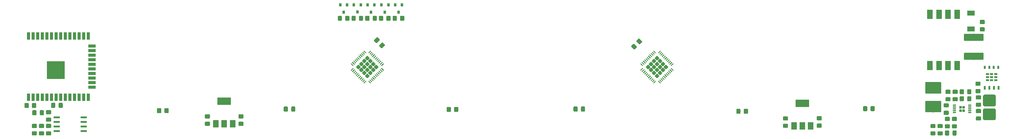
<source format=gbr>
G04 #@! TF.GenerationSoftware,KiCad,Pcbnew,(5.0.2)-1*
G04 #@! TF.CreationDate,2019-02-23T21:48:04-05:00*
G04 #@! TF.ProjectId,nixie-clock,6e697869-652d-4636-9c6f-636b2e6b6963,rev?*
G04 #@! TF.SameCoordinates,Original*
G04 #@! TF.FileFunction,Paste,Top*
G04 #@! TF.FilePolarity,Positive*
%FSLAX46Y46*%
G04 Gerber Fmt 4.6, Leading zero omitted, Abs format (unit mm)*
G04 Created by KiCad (PCBNEW (5.0.2)-1) date 2/23/2019 21:48:04*
%MOMM*%
%LPD*%
G01*
G04 APERTURE LIST*
%ADD10R,0.900000X2.000000*%
%ADD11R,2.000000X0.900000*%
%ADD12R,5.000000X5.000000*%
%ADD13C,0.100000*%
%ADD14C,1.150000*%
%ADD15C,3.200000*%
%ADD16C,1.975000*%
%ADD17R,2.000000X1.400000*%
%ADD18R,0.800000X0.900000*%
%ADD19R,0.900000X0.600000*%
%ADD20R,0.600000X0.900000*%
%ADD21R,0.600000X1.050000*%
%ADD22R,1.500000X2.540000*%
%ADD23R,0.660000X0.760000*%
%ADD24R,0.890000X0.305000*%
%ADD25R,1.500000X2.000000*%
%ADD26R,3.800000X2.000000*%
%ADD27C,3.250000*%
%ADD28R,1.750000X0.550000*%
%ADD29C,0.997293*%
%ADD30C,0.250000*%
G04 APERTURE END LIST*
D10*
G04 #@! TO.C,U1*
X171295000Y-179266590D03*
X172565000Y-179266590D03*
X173835000Y-179266590D03*
X175105000Y-179266590D03*
X176375000Y-179266590D03*
X177645000Y-179266590D03*
X178915000Y-179266590D03*
X180185000Y-179266590D03*
X181455000Y-179266590D03*
X182725000Y-179266590D03*
X183995000Y-179266590D03*
X185265000Y-179266590D03*
X186535000Y-179266590D03*
X187805000Y-179266590D03*
D11*
X188805000Y-182051590D03*
X188805000Y-183321590D03*
X188805000Y-184591590D03*
X188805000Y-185861590D03*
X188805000Y-187131590D03*
X188805000Y-188401590D03*
X188805000Y-189671590D03*
X188805000Y-190941590D03*
X188805000Y-192211590D03*
X188805000Y-193481590D03*
D10*
X187805000Y-196266590D03*
X186535000Y-196266590D03*
X185265000Y-196266590D03*
X183995000Y-196266590D03*
X182725000Y-196266590D03*
X181455000Y-196266590D03*
X180185000Y-196266590D03*
X178915000Y-196266590D03*
X177645000Y-196266590D03*
X176375000Y-196266590D03*
X175105000Y-196266590D03*
X173835000Y-196266590D03*
X172565000Y-196266590D03*
X171295000Y-196266590D03*
D12*
X178795000Y-188766590D03*
G04 #@! TD*
D13*
G04 #@! TO.C,C1*
G36*
X173177505Y-197888194D02*
X173201773Y-197891794D01*
X173225572Y-197897755D01*
X173248671Y-197906020D01*
X173270850Y-197916510D01*
X173291893Y-197929122D01*
X173311599Y-197943737D01*
X173329777Y-197960213D01*
X173346253Y-197978391D01*
X173360868Y-197998097D01*
X173373480Y-198019140D01*
X173383970Y-198041319D01*
X173392235Y-198064418D01*
X173398196Y-198088217D01*
X173401796Y-198112485D01*
X173403000Y-198136989D01*
X173403000Y-199036991D01*
X173401796Y-199061495D01*
X173398196Y-199085763D01*
X173392235Y-199109562D01*
X173383970Y-199132661D01*
X173373480Y-199154840D01*
X173360868Y-199175883D01*
X173346253Y-199195589D01*
X173329777Y-199213767D01*
X173311599Y-199230243D01*
X173291893Y-199244858D01*
X173270850Y-199257470D01*
X173248671Y-199267960D01*
X173225572Y-199276225D01*
X173201773Y-199282186D01*
X173177505Y-199285786D01*
X173153001Y-199286990D01*
X172502999Y-199286990D01*
X172478495Y-199285786D01*
X172454227Y-199282186D01*
X172430428Y-199276225D01*
X172407329Y-199267960D01*
X172385150Y-199257470D01*
X172364107Y-199244858D01*
X172344401Y-199230243D01*
X172326223Y-199213767D01*
X172309747Y-199195589D01*
X172295132Y-199175883D01*
X172282520Y-199154840D01*
X172272030Y-199132661D01*
X172263765Y-199109562D01*
X172257804Y-199085763D01*
X172254204Y-199061495D01*
X172253000Y-199036991D01*
X172253000Y-198136989D01*
X172254204Y-198112485D01*
X172257804Y-198088217D01*
X172263765Y-198064418D01*
X172272030Y-198041319D01*
X172282520Y-198019140D01*
X172295132Y-197998097D01*
X172309747Y-197978391D01*
X172326223Y-197960213D01*
X172344401Y-197943737D01*
X172364107Y-197929122D01*
X172385150Y-197916510D01*
X172407329Y-197906020D01*
X172430428Y-197897755D01*
X172454227Y-197891794D01*
X172478495Y-197888194D01*
X172502999Y-197886990D01*
X173153001Y-197886990D01*
X173177505Y-197888194D01*
X173177505Y-197888194D01*
G37*
D14*
X172828000Y-198586990D03*
D13*
G36*
X171127505Y-197888194D02*
X171151773Y-197891794D01*
X171175572Y-197897755D01*
X171198671Y-197906020D01*
X171220850Y-197916510D01*
X171241893Y-197929122D01*
X171261599Y-197943737D01*
X171279777Y-197960213D01*
X171296253Y-197978391D01*
X171310868Y-197998097D01*
X171323480Y-198019140D01*
X171333970Y-198041319D01*
X171342235Y-198064418D01*
X171348196Y-198088217D01*
X171351796Y-198112485D01*
X171353000Y-198136989D01*
X171353000Y-199036991D01*
X171351796Y-199061495D01*
X171348196Y-199085763D01*
X171342235Y-199109562D01*
X171333970Y-199132661D01*
X171323480Y-199154840D01*
X171310868Y-199175883D01*
X171296253Y-199195589D01*
X171279777Y-199213767D01*
X171261599Y-199230243D01*
X171241893Y-199244858D01*
X171220850Y-199257470D01*
X171198671Y-199267960D01*
X171175572Y-199276225D01*
X171151773Y-199282186D01*
X171127505Y-199285786D01*
X171103001Y-199286990D01*
X170452999Y-199286990D01*
X170428495Y-199285786D01*
X170404227Y-199282186D01*
X170380428Y-199276225D01*
X170357329Y-199267960D01*
X170335150Y-199257470D01*
X170314107Y-199244858D01*
X170294401Y-199230243D01*
X170276223Y-199213767D01*
X170259747Y-199195589D01*
X170245132Y-199175883D01*
X170232520Y-199154840D01*
X170222030Y-199132661D01*
X170213765Y-199109562D01*
X170207804Y-199085763D01*
X170204204Y-199061495D01*
X170203000Y-199036991D01*
X170203000Y-198136989D01*
X170204204Y-198112485D01*
X170207804Y-198088217D01*
X170213765Y-198064418D01*
X170222030Y-198041319D01*
X170232520Y-198019140D01*
X170245132Y-197998097D01*
X170259747Y-197978391D01*
X170276223Y-197960213D01*
X170294401Y-197943737D01*
X170314107Y-197929122D01*
X170335150Y-197916510D01*
X170357329Y-197906020D01*
X170380428Y-197897755D01*
X170404227Y-197891794D01*
X170428495Y-197888194D01*
X170452999Y-197886990D01*
X171103001Y-197886990D01*
X171127505Y-197888194D01*
X171127505Y-197888194D01*
G37*
D14*
X170778000Y-198586990D03*
G04 #@! TD*
D13*
G04 #@! TO.C,C2*
G36*
X427663618Y-194211974D02*
X427687886Y-194215574D01*
X427711685Y-194221535D01*
X427734784Y-194229800D01*
X427756963Y-194240290D01*
X427778006Y-194252902D01*
X427797712Y-194267517D01*
X427815890Y-194283993D01*
X427832366Y-194302171D01*
X427846981Y-194321877D01*
X427859593Y-194342920D01*
X427870083Y-194365099D01*
X427878348Y-194388198D01*
X427884309Y-194411997D01*
X427887909Y-194436265D01*
X427889113Y-194460769D01*
X427889113Y-195110771D01*
X427887909Y-195135275D01*
X427884309Y-195159543D01*
X427878348Y-195183342D01*
X427870083Y-195206441D01*
X427859593Y-195228620D01*
X427846981Y-195249663D01*
X427832366Y-195269369D01*
X427815890Y-195287547D01*
X427797712Y-195304023D01*
X427778006Y-195318638D01*
X427756963Y-195331250D01*
X427734784Y-195341740D01*
X427711685Y-195350005D01*
X427687886Y-195355966D01*
X427663618Y-195359566D01*
X427639114Y-195360770D01*
X426739112Y-195360770D01*
X426714608Y-195359566D01*
X426690340Y-195355966D01*
X426666541Y-195350005D01*
X426643442Y-195341740D01*
X426621263Y-195331250D01*
X426600220Y-195318638D01*
X426580514Y-195304023D01*
X426562336Y-195287547D01*
X426545860Y-195269369D01*
X426531245Y-195249663D01*
X426518633Y-195228620D01*
X426508143Y-195206441D01*
X426499878Y-195183342D01*
X426493917Y-195159543D01*
X426490317Y-195135275D01*
X426489113Y-195110771D01*
X426489113Y-194460769D01*
X426490317Y-194436265D01*
X426493917Y-194411997D01*
X426499878Y-194388198D01*
X426508143Y-194365099D01*
X426518633Y-194342920D01*
X426531245Y-194321877D01*
X426545860Y-194302171D01*
X426562336Y-194283993D01*
X426580514Y-194267517D01*
X426600220Y-194252902D01*
X426621263Y-194240290D01*
X426643442Y-194229800D01*
X426666541Y-194221535D01*
X426690340Y-194215574D01*
X426714608Y-194211974D01*
X426739112Y-194210770D01*
X427639114Y-194210770D01*
X427663618Y-194211974D01*
X427663618Y-194211974D01*
G37*
D14*
X427189113Y-194785770D03*
D13*
G36*
X427663618Y-196261974D02*
X427687886Y-196265574D01*
X427711685Y-196271535D01*
X427734784Y-196279800D01*
X427756963Y-196290290D01*
X427778006Y-196302902D01*
X427797712Y-196317517D01*
X427815890Y-196333993D01*
X427832366Y-196352171D01*
X427846981Y-196371877D01*
X427859593Y-196392920D01*
X427870083Y-196415099D01*
X427878348Y-196438198D01*
X427884309Y-196461997D01*
X427887909Y-196486265D01*
X427889113Y-196510769D01*
X427889113Y-197160771D01*
X427887909Y-197185275D01*
X427884309Y-197209543D01*
X427878348Y-197233342D01*
X427870083Y-197256441D01*
X427859593Y-197278620D01*
X427846981Y-197299663D01*
X427832366Y-197319369D01*
X427815890Y-197337547D01*
X427797712Y-197354023D01*
X427778006Y-197368638D01*
X427756963Y-197381250D01*
X427734784Y-197391740D01*
X427711685Y-197400005D01*
X427687886Y-197405966D01*
X427663618Y-197409566D01*
X427639114Y-197410770D01*
X426739112Y-197410770D01*
X426714608Y-197409566D01*
X426690340Y-197405966D01*
X426666541Y-197400005D01*
X426643442Y-197391740D01*
X426621263Y-197381250D01*
X426600220Y-197368638D01*
X426580514Y-197354023D01*
X426562336Y-197337547D01*
X426545860Y-197319369D01*
X426531245Y-197299663D01*
X426518633Y-197278620D01*
X426508143Y-197256441D01*
X426499878Y-197233342D01*
X426493917Y-197209543D01*
X426490317Y-197185275D01*
X426489113Y-197160771D01*
X426489113Y-196510769D01*
X426490317Y-196486265D01*
X426493917Y-196461997D01*
X426499878Y-196438198D01*
X426508143Y-196415099D01*
X426518633Y-196392920D01*
X426531245Y-196371877D01*
X426545860Y-196352171D01*
X426562336Y-196333993D01*
X426580514Y-196317517D01*
X426600220Y-196302902D01*
X426621263Y-196290290D01*
X426643442Y-196279800D01*
X426666541Y-196271535D01*
X426690340Y-196265574D01*
X426714608Y-196261974D01*
X426739112Y-196260770D01*
X427639114Y-196260770D01*
X427663618Y-196261974D01*
X427663618Y-196261974D01*
G37*
D14*
X427189113Y-196835770D03*
G04 #@! TD*
D13*
G04 #@! TO.C,C3*
G36*
X425195305Y-197975004D02*
X425219573Y-197978604D01*
X425243372Y-197984565D01*
X425266471Y-197992830D01*
X425288650Y-198003320D01*
X425309693Y-198015932D01*
X425329399Y-198030547D01*
X425347577Y-198047023D01*
X425364053Y-198065201D01*
X425378668Y-198084907D01*
X425391280Y-198105950D01*
X425401770Y-198128129D01*
X425410035Y-198151228D01*
X425415996Y-198175027D01*
X425419596Y-198199295D01*
X425420800Y-198223799D01*
X425420800Y-198873801D01*
X425419596Y-198898305D01*
X425415996Y-198922573D01*
X425410035Y-198946372D01*
X425401770Y-198969471D01*
X425391280Y-198991650D01*
X425378668Y-199012693D01*
X425364053Y-199032399D01*
X425347577Y-199050577D01*
X425329399Y-199067053D01*
X425309693Y-199081668D01*
X425288650Y-199094280D01*
X425266471Y-199104770D01*
X425243372Y-199113035D01*
X425219573Y-199118996D01*
X425195305Y-199122596D01*
X425170801Y-199123800D01*
X424270799Y-199123800D01*
X424246295Y-199122596D01*
X424222027Y-199118996D01*
X424198228Y-199113035D01*
X424175129Y-199104770D01*
X424152950Y-199094280D01*
X424131907Y-199081668D01*
X424112201Y-199067053D01*
X424094023Y-199050577D01*
X424077547Y-199032399D01*
X424062932Y-199012693D01*
X424050320Y-198991650D01*
X424039830Y-198969471D01*
X424031565Y-198946372D01*
X424025604Y-198922573D01*
X424022004Y-198898305D01*
X424020800Y-198873801D01*
X424020800Y-198223799D01*
X424022004Y-198199295D01*
X424025604Y-198175027D01*
X424031565Y-198151228D01*
X424039830Y-198128129D01*
X424050320Y-198105950D01*
X424062932Y-198084907D01*
X424077547Y-198065201D01*
X424094023Y-198047023D01*
X424112201Y-198030547D01*
X424131907Y-198015932D01*
X424152950Y-198003320D01*
X424175129Y-197992830D01*
X424198228Y-197984565D01*
X424222027Y-197978604D01*
X424246295Y-197975004D01*
X424270799Y-197973800D01*
X425170801Y-197973800D01*
X425195305Y-197975004D01*
X425195305Y-197975004D01*
G37*
D14*
X424720800Y-198548800D03*
D13*
G36*
X425195305Y-200025004D02*
X425219573Y-200028604D01*
X425243372Y-200034565D01*
X425266471Y-200042830D01*
X425288650Y-200053320D01*
X425309693Y-200065932D01*
X425329399Y-200080547D01*
X425347577Y-200097023D01*
X425364053Y-200115201D01*
X425378668Y-200134907D01*
X425391280Y-200155950D01*
X425401770Y-200178129D01*
X425410035Y-200201228D01*
X425415996Y-200225027D01*
X425419596Y-200249295D01*
X425420800Y-200273799D01*
X425420800Y-200923801D01*
X425419596Y-200948305D01*
X425415996Y-200972573D01*
X425410035Y-200996372D01*
X425401770Y-201019471D01*
X425391280Y-201041650D01*
X425378668Y-201062693D01*
X425364053Y-201082399D01*
X425347577Y-201100577D01*
X425329399Y-201117053D01*
X425309693Y-201131668D01*
X425288650Y-201144280D01*
X425266471Y-201154770D01*
X425243372Y-201163035D01*
X425219573Y-201168996D01*
X425195305Y-201172596D01*
X425170801Y-201173800D01*
X424270799Y-201173800D01*
X424246295Y-201172596D01*
X424222027Y-201168996D01*
X424198228Y-201163035D01*
X424175129Y-201154770D01*
X424152950Y-201144280D01*
X424131907Y-201131668D01*
X424112201Y-201117053D01*
X424094023Y-201100577D01*
X424077547Y-201082399D01*
X424062932Y-201062693D01*
X424050320Y-201041650D01*
X424039830Y-201019471D01*
X424031565Y-200996372D01*
X424025604Y-200972573D01*
X424022004Y-200948305D01*
X424020800Y-200923801D01*
X424020800Y-200273799D01*
X424022004Y-200249295D01*
X424025604Y-200225027D01*
X424031565Y-200201228D01*
X424039830Y-200178129D01*
X424050320Y-200155950D01*
X424062932Y-200134907D01*
X424077547Y-200115201D01*
X424094023Y-200097023D01*
X424112201Y-200080547D01*
X424131907Y-200065932D01*
X424152950Y-200053320D01*
X424175129Y-200042830D01*
X424198228Y-200034565D01*
X424222027Y-200028604D01*
X424246295Y-200025004D01*
X424270799Y-200023800D01*
X425170801Y-200023800D01*
X425195305Y-200025004D01*
X425195305Y-200025004D01*
G37*
D14*
X424720800Y-200598800D03*
G04 #@! TD*
D13*
G04 #@! TO.C,C4*
G36*
X390135905Y-201550404D02*
X390160173Y-201554004D01*
X390183972Y-201559965D01*
X390207071Y-201568230D01*
X390229250Y-201578720D01*
X390250293Y-201591332D01*
X390269999Y-201605947D01*
X390288177Y-201622423D01*
X390304653Y-201640601D01*
X390319268Y-201660307D01*
X390331880Y-201681350D01*
X390342370Y-201703529D01*
X390350635Y-201726628D01*
X390356596Y-201750427D01*
X390360196Y-201774695D01*
X390361400Y-201799199D01*
X390361400Y-202449201D01*
X390360196Y-202473705D01*
X390356596Y-202497973D01*
X390350635Y-202521772D01*
X390342370Y-202544871D01*
X390331880Y-202567050D01*
X390319268Y-202588093D01*
X390304653Y-202607799D01*
X390288177Y-202625977D01*
X390269999Y-202642453D01*
X390250293Y-202657068D01*
X390229250Y-202669680D01*
X390207071Y-202680170D01*
X390183972Y-202688435D01*
X390160173Y-202694396D01*
X390135905Y-202697996D01*
X390111401Y-202699200D01*
X389211399Y-202699200D01*
X389186895Y-202697996D01*
X389162627Y-202694396D01*
X389138828Y-202688435D01*
X389115729Y-202680170D01*
X389093550Y-202669680D01*
X389072507Y-202657068D01*
X389052801Y-202642453D01*
X389034623Y-202625977D01*
X389018147Y-202607799D01*
X389003532Y-202588093D01*
X388990920Y-202567050D01*
X388980430Y-202544871D01*
X388972165Y-202521772D01*
X388966204Y-202497973D01*
X388962604Y-202473705D01*
X388961400Y-202449201D01*
X388961400Y-201799199D01*
X388962604Y-201774695D01*
X388966204Y-201750427D01*
X388972165Y-201726628D01*
X388980430Y-201703529D01*
X388990920Y-201681350D01*
X389003532Y-201660307D01*
X389018147Y-201640601D01*
X389034623Y-201622423D01*
X389052801Y-201605947D01*
X389072507Y-201591332D01*
X389093550Y-201578720D01*
X389115729Y-201568230D01*
X389138828Y-201559965D01*
X389162627Y-201554004D01*
X389186895Y-201550404D01*
X389211399Y-201549200D01*
X390111401Y-201549200D01*
X390135905Y-201550404D01*
X390135905Y-201550404D01*
G37*
D14*
X389661400Y-202124200D03*
D13*
G36*
X390135905Y-203600404D02*
X390160173Y-203604004D01*
X390183972Y-203609965D01*
X390207071Y-203618230D01*
X390229250Y-203628720D01*
X390250293Y-203641332D01*
X390269999Y-203655947D01*
X390288177Y-203672423D01*
X390304653Y-203690601D01*
X390319268Y-203710307D01*
X390331880Y-203731350D01*
X390342370Y-203753529D01*
X390350635Y-203776628D01*
X390356596Y-203800427D01*
X390360196Y-203824695D01*
X390361400Y-203849199D01*
X390361400Y-204499201D01*
X390360196Y-204523705D01*
X390356596Y-204547973D01*
X390350635Y-204571772D01*
X390342370Y-204594871D01*
X390331880Y-204617050D01*
X390319268Y-204638093D01*
X390304653Y-204657799D01*
X390288177Y-204675977D01*
X390269999Y-204692453D01*
X390250293Y-204707068D01*
X390229250Y-204719680D01*
X390207071Y-204730170D01*
X390183972Y-204738435D01*
X390160173Y-204744396D01*
X390135905Y-204747996D01*
X390111401Y-204749200D01*
X389211399Y-204749200D01*
X389186895Y-204747996D01*
X389162627Y-204744396D01*
X389138828Y-204738435D01*
X389115729Y-204730170D01*
X389093550Y-204719680D01*
X389072507Y-204707068D01*
X389052801Y-204692453D01*
X389034623Y-204675977D01*
X389018147Y-204657799D01*
X389003532Y-204638093D01*
X388990920Y-204617050D01*
X388980430Y-204594871D01*
X388972165Y-204571772D01*
X388966204Y-204547973D01*
X388962604Y-204523705D01*
X388961400Y-204499201D01*
X388961400Y-203849199D01*
X388962604Y-203824695D01*
X388966204Y-203800427D01*
X388972165Y-203776628D01*
X388980430Y-203753529D01*
X388990920Y-203731350D01*
X389003532Y-203710307D01*
X389018147Y-203690601D01*
X389034623Y-203672423D01*
X389052801Y-203655947D01*
X389072507Y-203641332D01*
X389093550Y-203628720D01*
X389115729Y-203618230D01*
X389138828Y-203609965D01*
X389162627Y-203604004D01*
X389186895Y-203600404D01*
X389211399Y-203599200D01*
X390111401Y-203599200D01*
X390135905Y-203600404D01*
X390135905Y-203600404D01*
G37*
D14*
X389661400Y-204174200D03*
G04 #@! TD*
D13*
G04 #@! TO.C,C5*
G36*
X427466271Y-201745480D02*
X427490539Y-201749080D01*
X427514338Y-201755041D01*
X427537437Y-201763306D01*
X427559616Y-201773796D01*
X427580659Y-201786408D01*
X427600365Y-201801023D01*
X427618543Y-201817499D01*
X427635019Y-201835677D01*
X427649634Y-201855383D01*
X427662246Y-201876426D01*
X427672736Y-201898605D01*
X427681001Y-201921704D01*
X427686962Y-201945503D01*
X427690562Y-201969771D01*
X427691766Y-201994275D01*
X427691766Y-202644277D01*
X427690562Y-202668781D01*
X427686962Y-202693049D01*
X427681001Y-202716848D01*
X427672736Y-202739947D01*
X427662246Y-202762126D01*
X427649634Y-202783169D01*
X427635019Y-202802875D01*
X427618543Y-202821053D01*
X427600365Y-202837529D01*
X427580659Y-202852144D01*
X427559616Y-202864756D01*
X427537437Y-202875246D01*
X427514338Y-202883511D01*
X427490539Y-202889472D01*
X427466271Y-202893072D01*
X427441767Y-202894276D01*
X426541765Y-202894276D01*
X426517261Y-202893072D01*
X426492993Y-202889472D01*
X426469194Y-202883511D01*
X426446095Y-202875246D01*
X426423916Y-202864756D01*
X426402873Y-202852144D01*
X426383167Y-202837529D01*
X426364989Y-202821053D01*
X426348513Y-202802875D01*
X426333898Y-202783169D01*
X426321286Y-202762126D01*
X426310796Y-202739947D01*
X426302531Y-202716848D01*
X426296570Y-202693049D01*
X426292970Y-202668781D01*
X426291766Y-202644277D01*
X426291766Y-201994275D01*
X426292970Y-201969771D01*
X426296570Y-201945503D01*
X426302531Y-201921704D01*
X426310796Y-201898605D01*
X426321286Y-201876426D01*
X426333898Y-201855383D01*
X426348513Y-201835677D01*
X426364989Y-201817499D01*
X426383167Y-201801023D01*
X426402873Y-201786408D01*
X426423916Y-201773796D01*
X426446095Y-201763306D01*
X426469194Y-201755041D01*
X426492993Y-201749080D01*
X426517261Y-201745480D01*
X426541765Y-201744276D01*
X427441767Y-201744276D01*
X427466271Y-201745480D01*
X427466271Y-201745480D01*
G37*
D14*
X426991766Y-202319276D03*
D13*
G36*
X427466271Y-203795480D02*
X427490539Y-203799080D01*
X427514338Y-203805041D01*
X427537437Y-203813306D01*
X427559616Y-203823796D01*
X427580659Y-203836408D01*
X427600365Y-203851023D01*
X427618543Y-203867499D01*
X427635019Y-203885677D01*
X427649634Y-203905383D01*
X427662246Y-203926426D01*
X427672736Y-203948605D01*
X427681001Y-203971704D01*
X427686962Y-203995503D01*
X427690562Y-204019771D01*
X427691766Y-204044275D01*
X427691766Y-204694277D01*
X427690562Y-204718781D01*
X427686962Y-204743049D01*
X427681001Y-204766848D01*
X427672736Y-204789947D01*
X427662246Y-204812126D01*
X427649634Y-204833169D01*
X427635019Y-204852875D01*
X427618543Y-204871053D01*
X427600365Y-204887529D01*
X427580659Y-204902144D01*
X427559616Y-204914756D01*
X427537437Y-204925246D01*
X427514338Y-204933511D01*
X427490539Y-204939472D01*
X427466271Y-204943072D01*
X427441767Y-204944276D01*
X426541765Y-204944276D01*
X426517261Y-204943072D01*
X426492993Y-204939472D01*
X426469194Y-204933511D01*
X426446095Y-204925246D01*
X426423916Y-204914756D01*
X426402873Y-204902144D01*
X426383167Y-204887529D01*
X426364989Y-204871053D01*
X426348513Y-204852875D01*
X426333898Y-204833169D01*
X426321286Y-204812126D01*
X426310796Y-204789947D01*
X426302531Y-204766848D01*
X426296570Y-204743049D01*
X426292970Y-204718781D01*
X426291766Y-204694277D01*
X426291766Y-204044275D01*
X426292970Y-204019771D01*
X426296570Y-203995503D01*
X426302531Y-203971704D01*
X426310796Y-203948605D01*
X426321286Y-203926426D01*
X426333898Y-203905383D01*
X426348513Y-203885677D01*
X426364989Y-203867499D01*
X426383167Y-203851023D01*
X426402873Y-203836408D01*
X426423916Y-203823796D01*
X426446095Y-203813306D01*
X426469194Y-203805041D01*
X426492993Y-203799080D01*
X426517261Y-203795480D01*
X426541765Y-203794276D01*
X427441767Y-203794276D01*
X427466271Y-203795480D01*
X427466271Y-203795480D01*
G37*
D14*
X426991766Y-204369276D03*
G04 #@! TD*
D13*
G04 #@! TO.C,C6*
G36*
X425496271Y-201745480D02*
X425520539Y-201749080D01*
X425544338Y-201755041D01*
X425567437Y-201763306D01*
X425589616Y-201773796D01*
X425610659Y-201786408D01*
X425630365Y-201801023D01*
X425648543Y-201817499D01*
X425665019Y-201835677D01*
X425679634Y-201855383D01*
X425692246Y-201876426D01*
X425702736Y-201898605D01*
X425711001Y-201921704D01*
X425716962Y-201945503D01*
X425720562Y-201969771D01*
X425721766Y-201994275D01*
X425721766Y-202644277D01*
X425720562Y-202668781D01*
X425716962Y-202693049D01*
X425711001Y-202716848D01*
X425702736Y-202739947D01*
X425692246Y-202762126D01*
X425679634Y-202783169D01*
X425665019Y-202802875D01*
X425648543Y-202821053D01*
X425630365Y-202837529D01*
X425610659Y-202852144D01*
X425589616Y-202864756D01*
X425567437Y-202875246D01*
X425544338Y-202883511D01*
X425520539Y-202889472D01*
X425496271Y-202893072D01*
X425471767Y-202894276D01*
X424571765Y-202894276D01*
X424547261Y-202893072D01*
X424522993Y-202889472D01*
X424499194Y-202883511D01*
X424476095Y-202875246D01*
X424453916Y-202864756D01*
X424432873Y-202852144D01*
X424413167Y-202837529D01*
X424394989Y-202821053D01*
X424378513Y-202802875D01*
X424363898Y-202783169D01*
X424351286Y-202762126D01*
X424340796Y-202739947D01*
X424332531Y-202716848D01*
X424326570Y-202693049D01*
X424322970Y-202668781D01*
X424321766Y-202644277D01*
X424321766Y-201994275D01*
X424322970Y-201969771D01*
X424326570Y-201945503D01*
X424332531Y-201921704D01*
X424340796Y-201898605D01*
X424351286Y-201876426D01*
X424363898Y-201855383D01*
X424378513Y-201835677D01*
X424394989Y-201817499D01*
X424413167Y-201801023D01*
X424432873Y-201786408D01*
X424453916Y-201773796D01*
X424476095Y-201763306D01*
X424499194Y-201755041D01*
X424522993Y-201749080D01*
X424547261Y-201745480D01*
X424571765Y-201744276D01*
X425471767Y-201744276D01*
X425496271Y-201745480D01*
X425496271Y-201745480D01*
G37*
D14*
X425021766Y-202319276D03*
D13*
G36*
X425496271Y-203795480D02*
X425520539Y-203799080D01*
X425544338Y-203805041D01*
X425567437Y-203813306D01*
X425589616Y-203823796D01*
X425610659Y-203836408D01*
X425630365Y-203851023D01*
X425648543Y-203867499D01*
X425665019Y-203885677D01*
X425679634Y-203905383D01*
X425692246Y-203926426D01*
X425702736Y-203948605D01*
X425711001Y-203971704D01*
X425716962Y-203995503D01*
X425720562Y-204019771D01*
X425721766Y-204044275D01*
X425721766Y-204694277D01*
X425720562Y-204718781D01*
X425716962Y-204743049D01*
X425711001Y-204766848D01*
X425702736Y-204789947D01*
X425692246Y-204812126D01*
X425679634Y-204833169D01*
X425665019Y-204852875D01*
X425648543Y-204871053D01*
X425630365Y-204887529D01*
X425610659Y-204902144D01*
X425589616Y-204914756D01*
X425567437Y-204925246D01*
X425544338Y-204933511D01*
X425520539Y-204939472D01*
X425496271Y-204943072D01*
X425471767Y-204944276D01*
X424571765Y-204944276D01*
X424547261Y-204943072D01*
X424522993Y-204939472D01*
X424499194Y-204933511D01*
X424476095Y-204925246D01*
X424453916Y-204914756D01*
X424432873Y-204902144D01*
X424413167Y-204887529D01*
X424394989Y-204871053D01*
X424378513Y-204852875D01*
X424363898Y-204833169D01*
X424351286Y-204812126D01*
X424340796Y-204789947D01*
X424332531Y-204766848D01*
X424326570Y-204743049D01*
X424322970Y-204718781D01*
X424321766Y-204694277D01*
X424321766Y-204044275D01*
X424322970Y-204019771D01*
X424326570Y-203995503D01*
X424332531Y-203971704D01*
X424340796Y-203948605D01*
X424351286Y-203926426D01*
X424363898Y-203905383D01*
X424378513Y-203885677D01*
X424394989Y-203867499D01*
X424413167Y-203851023D01*
X424432873Y-203836408D01*
X424453916Y-203823796D01*
X424476095Y-203813306D01*
X424499194Y-203805041D01*
X424522993Y-203799080D01*
X424547261Y-203795480D01*
X424571765Y-203794276D01*
X425471767Y-203794276D01*
X425496271Y-203795480D01*
X425496271Y-203795480D01*
G37*
D14*
X425021766Y-204369276D03*
G04 #@! TD*
D13*
G04 #@! TO.C,C7*
G36*
X180518105Y-197837394D02*
X180542373Y-197840994D01*
X180566172Y-197846955D01*
X180589271Y-197855220D01*
X180611450Y-197865710D01*
X180632493Y-197878322D01*
X180652199Y-197892937D01*
X180670377Y-197909413D01*
X180686853Y-197927591D01*
X180701468Y-197947297D01*
X180714080Y-197968340D01*
X180724570Y-197990519D01*
X180732835Y-198013618D01*
X180738796Y-198037417D01*
X180742396Y-198061685D01*
X180743600Y-198086189D01*
X180743600Y-198986191D01*
X180742396Y-199010695D01*
X180738796Y-199034963D01*
X180732835Y-199058762D01*
X180724570Y-199081861D01*
X180714080Y-199104040D01*
X180701468Y-199125083D01*
X180686853Y-199144789D01*
X180670377Y-199162967D01*
X180652199Y-199179443D01*
X180632493Y-199194058D01*
X180611450Y-199206670D01*
X180589271Y-199217160D01*
X180566172Y-199225425D01*
X180542373Y-199231386D01*
X180518105Y-199234986D01*
X180493601Y-199236190D01*
X179843599Y-199236190D01*
X179819095Y-199234986D01*
X179794827Y-199231386D01*
X179771028Y-199225425D01*
X179747929Y-199217160D01*
X179725750Y-199206670D01*
X179704707Y-199194058D01*
X179685001Y-199179443D01*
X179666823Y-199162967D01*
X179650347Y-199144789D01*
X179635732Y-199125083D01*
X179623120Y-199104040D01*
X179612630Y-199081861D01*
X179604365Y-199058762D01*
X179598404Y-199034963D01*
X179594804Y-199010695D01*
X179593600Y-198986191D01*
X179593600Y-198086189D01*
X179594804Y-198061685D01*
X179598404Y-198037417D01*
X179604365Y-198013618D01*
X179612630Y-197990519D01*
X179623120Y-197968340D01*
X179635732Y-197947297D01*
X179650347Y-197927591D01*
X179666823Y-197909413D01*
X179685001Y-197892937D01*
X179704707Y-197878322D01*
X179725750Y-197865710D01*
X179747929Y-197855220D01*
X179771028Y-197846955D01*
X179794827Y-197840994D01*
X179819095Y-197837394D01*
X179843599Y-197836190D01*
X180493601Y-197836190D01*
X180518105Y-197837394D01*
X180518105Y-197837394D01*
G37*
D14*
X180168600Y-198536190D03*
D13*
G36*
X178468105Y-197837394D02*
X178492373Y-197840994D01*
X178516172Y-197846955D01*
X178539271Y-197855220D01*
X178561450Y-197865710D01*
X178582493Y-197878322D01*
X178602199Y-197892937D01*
X178620377Y-197909413D01*
X178636853Y-197927591D01*
X178651468Y-197947297D01*
X178664080Y-197968340D01*
X178674570Y-197990519D01*
X178682835Y-198013618D01*
X178688796Y-198037417D01*
X178692396Y-198061685D01*
X178693600Y-198086189D01*
X178693600Y-198986191D01*
X178692396Y-199010695D01*
X178688796Y-199034963D01*
X178682835Y-199058762D01*
X178674570Y-199081861D01*
X178664080Y-199104040D01*
X178651468Y-199125083D01*
X178636853Y-199144789D01*
X178620377Y-199162967D01*
X178602199Y-199179443D01*
X178582493Y-199194058D01*
X178561450Y-199206670D01*
X178539271Y-199217160D01*
X178516172Y-199225425D01*
X178492373Y-199231386D01*
X178468105Y-199234986D01*
X178443601Y-199236190D01*
X177793599Y-199236190D01*
X177769095Y-199234986D01*
X177744827Y-199231386D01*
X177721028Y-199225425D01*
X177697929Y-199217160D01*
X177675750Y-199206670D01*
X177654707Y-199194058D01*
X177635001Y-199179443D01*
X177616823Y-199162967D01*
X177600347Y-199144789D01*
X177585732Y-199125083D01*
X177573120Y-199104040D01*
X177562630Y-199081861D01*
X177554365Y-199058762D01*
X177548404Y-199034963D01*
X177544804Y-199010695D01*
X177543600Y-198986191D01*
X177543600Y-198086189D01*
X177544804Y-198061685D01*
X177548404Y-198037417D01*
X177554365Y-198013618D01*
X177562630Y-197990519D01*
X177573120Y-197968340D01*
X177585732Y-197947297D01*
X177600347Y-197927591D01*
X177616823Y-197909413D01*
X177635001Y-197892937D01*
X177654707Y-197878322D01*
X177675750Y-197865710D01*
X177697929Y-197855220D01*
X177721028Y-197846955D01*
X177744827Y-197840994D01*
X177769095Y-197837394D01*
X177793599Y-197836190D01*
X178443601Y-197836190D01*
X178468105Y-197837394D01*
X178468105Y-197837394D01*
G37*
D14*
X178118600Y-198536190D03*
G04 #@! TD*
D13*
G04 #@! TO.C,C8*
G36*
X423130304Y-197285004D02*
X423154573Y-197288604D01*
X423178371Y-197294565D01*
X423201471Y-197302830D01*
X423223649Y-197313320D01*
X423244693Y-197325933D01*
X423264398Y-197340547D01*
X423282577Y-197357023D01*
X423299053Y-197375202D01*
X423313667Y-197394907D01*
X423326280Y-197415951D01*
X423336770Y-197438129D01*
X423345035Y-197461229D01*
X423350996Y-197485027D01*
X423354596Y-197509296D01*
X423355800Y-197533800D01*
X423355800Y-200233800D01*
X423354596Y-200258304D01*
X423350996Y-200282573D01*
X423345035Y-200306371D01*
X423336770Y-200329471D01*
X423326280Y-200351649D01*
X423313667Y-200372693D01*
X423299053Y-200392398D01*
X423282577Y-200410577D01*
X423264398Y-200427053D01*
X423244693Y-200441667D01*
X423223649Y-200454280D01*
X423201471Y-200464770D01*
X423178371Y-200473035D01*
X423154573Y-200478996D01*
X423130304Y-200482596D01*
X423105800Y-200483800D01*
X419155800Y-200483800D01*
X419131296Y-200482596D01*
X419107027Y-200478996D01*
X419083229Y-200473035D01*
X419060129Y-200464770D01*
X419037951Y-200454280D01*
X419016907Y-200441667D01*
X418997202Y-200427053D01*
X418979023Y-200410577D01*
X418962547Y-200392398D01*
X418947933Y-200372693D01*
X418935320Y-200351649D01*
X418924830Y-200329471D01*
X418916565Y-200306371D01*
X418910604Y-200282573D01*
X418907004Y-200258304D01*
X418905800Y-200233800D01*
X418905800Y-197533800D01*
X418907004Y-197509296D01*
X418910604Y-197485027D01*
X418916565Y-197461229D01*
X418924830Y-197438129D01*
X418935320Y-197415951D01*
X418947933Y-197394907D01*
X418962547Y-197375202D01*
X418979023Y-197357023D01*
X418997202Y-197340547D01*
X419016907Y-197325933D01*
X419037951Y-197313320D01*
X419060129Y-197302830D01*
X419083229Y-197294565D01*
X419107027Y-197288604D01*
X419131296Y-197285004D01*
X419155800Y-197283800D01*
X423105800Y-197283800D01*
X423130304Y-197285004D01*
X423130304Y-197285004D01*
G37*
D15*
X421130800Y-198883800D03*
D13*
G36*
X423130304Y-192085004D02*
X423154573Y-192088604D01*
X423178371Y-192094565D01*
X423201471Y-192102830D01*
X423223649Y-192113320D01*
X423244693Y-192125933D01*
X423264398Y-192140547D01*
X423282577Y-192157023D01*
X423299053Y-192175202D01*
X423313667Y-192194907D01*
X423326280Y-192215951D01*
X423336770Y-192238129D01*
X423345035Y-192261229D01*
X423350996Y-192285027D01*
X423354596Y-192309296D01*
X423355800Y-192333800D01*
X423355800Y-195033800D01*
X423354596Y-195058304D01*
X423350996Y-195082573D01*
X423345035Y-195106371D01*
X423336770Y-195129471D01*
X423326280Y-195151649D01*
X423313667Y-195172693D01*
X423299053Y-195192398D01*
X423282577Y-195210577D01*
X423264398Y-195227053D01*
X423244693Y-195241667D01*
X423223649Y-195254280D01*
X423201471Y-195264770D01*
X423178371Y-195273035D01*
X423154573Y-195278996D01*
X423130304Y-195282596D01*
X423105800Y-195283800D01*
X419155800Y-195283800D01*
X419131296Y-195282596D01*
X419107027Y-195278996D01*
X419083229Y-195273035D01*
X419060129Y-195264770D01*
X419037951Y-195254280D01*
X419016907Y-195241667D01*
X418997202Y-195227053D01*
X418979023Y-195210577D01*
X418962547Y-195192398D01*
X418947933Y-195172693D01*
X418935320Y-195151649D01*
X418924830Y-195129471D01*
X418916565Y-195106371D01*
X418910604Y-195082573D01*
X418907004Y-195058304D01*
X418905800Y-195033800D01*
X418905800Y-192333800D01*
X418907004Y-192309296D01*
X418910604Y-192285027D01*
X418916565Y-192261229D01*
X418924830Y-192238129D01*
X418935320Y-192215951D01*
X418947933Y-192194907D01*
X418962547Y-192175202D01*
X418979023Y-192157023D01*
X418997202Y-192140547D01*
X419016907Y-192125933D01*
X419037951Y-192113320D01*
X419060129Y-192102830D01*
X419083229Y-192094565D01*
X419107027Y-192088604D01*
X419131296Y-192085004D01*
X419155800Y-192083800D01*
X423105800Y-192083800D01*
X423130304Y-192085004D01*
X423130304Y-192085004D01*
G37*
D15*
X421130800Y-193683800D03*
G04 #@! TD*
D13*
G04 #@! TO.C,C9*
G36*
X221175105Y-203092404D02*
X221199373Y-203096004D01*
X221223172Y-203101965D01*
X221246271Y-203110230D01*
X221268450Y-203120720D01*
X221289493Y-203133332D01*
X221309199Y-203147947D01*
X221327377Y-203164423D01*
X221343853Y-203182601D01*
X221358468Y-203202307D01*
X221371080Y-203223350D01*
X221381570Y-203245529D01*
X221389835Y-203268628D01*
X221395796Y-203292427D01*
X221399396Y-203316695D01*
X221400600Y-203341199D01*
X221400600Y-203991201D01*
X221399396Y-204015705D01*
X221395796Y-204039973D01*
X221389835Y-204063772D01*
X221381570Y-204086871D01*
X221371080Y-204109050D01*
X221358468Y-204130093D01*
X221343853Y-204149799D01*
X221327377Y-204167977D01*
X221309199Y-204184453D01*
X221289493Y-204199068D01*
X221268450Y-204211680D01*
X221246271Y-204222170D01*
X221223172Y-204230435D01*
X221199373Y-204236396D01*
X221175105Y-204239996D01*
X221150601Y-204241200D01*
X220250599Y-204241200D01*
X220226095Y-204239996D01*
X220201827Y-204236396D01*
X220178028Y-204230435D01*
X220154929Y-204222170D01*
X220132750Y-204211680D01*
X220111707Y-204199068D01*
X220092001Y-204184453D01*
X220073823Y-204167977D01*
X220057347Y-204149799D01*
X220042732Y-204130093D01*
X220030120Y-204109050D01*
X220019630Y-204086871D01*
X220011365Y-204063772D01*
X220005404Y-204039973D01*
X220001804Y-204015705D01*
X220000600Y-203991201D01*
X220000600Y-203341199D01*
X220001804Y-203316695D01*
X220005404Y-203292427D01*
X220011365Y-203268628D01*
X220019630Y-203245529D01*
X220030120Y-203223350D01*
X220042732Y-203202307D01*
X220057347Y-203182601D01*
X220073823Y-203164423D01*
X220092001Y-203147947D01*
X220111707Y-203133332D01*
X220132750Y-203120720D01*
X220154929Y-203110230D01*
X220178028Y-203101965D01*
X220201827Y-203096004D01*
X220226095Y-203092404D01*
X220250599Y-203091200D01*
X221150601Y-203091200D01*
X221175105Y-203092404D01*
X221175105Y-203092404D01*
G37*
D14*
X220700600Y-203666200D03*
D13*
G36*
X221175105Y-201042404D02*
X221199373Y-201046004D01*
X221223172Y-201051965D01*
X221246271Y-201060230D01*
X221268450Y-201070720D01*
X221289493Y-201083332D01*
X221309199Y-201097947D01*
X221327377Y-201114423D01*
X221343853Y-201132601D01*
X221358468Y-201152307D01*
X221371080Y-201173350D01*
X221381570Y-201195529D01*
X221389835Y-201218628D01*
X221395796Y-201242427D01*
X221399396Y-201266695D01*
X221400600Y-201291199D01*
X221400600Y-201941201D01*
X221399396Y-201965705D01*
X221395796Y-201989973D01*
X221389835Y-202013772D01*
X221381570Y-202036871D01*
X221371080Y-202059050D01*
X221358468Y-202080093D01*
X221343853Y-202099799D01*
X221327377Y-202117977D01*
X221309199Y-202134453D01*
X221289493Y-202149068D01*
X221268450Y-202161680D01*
X221246271Y-202172170D01*
X221223172Y-202180435D01*
X221199373Y-202186396D01*
X221175105Y-202189996D01*
X221150601Y-202191200D01*
X220250599Y-202191200D01*
X220226095Y-202189996D01*
X220201827Y-202186396D01*
X220178028Y-202180435D01*
X220154929Y-202172170D01*
X220132750Y-202161680D01*
X220111707Y-202149068D01*
X220092001Y-202134453D01*
X220073823Y-202117977D01*
X220057347Y-202099799D01*
X220042732Y-202080093D01*
X220030120Y-202059050D01*
X220019630Y-202036871D01*
X220011365Y-202013772D01*
X220005404Y-201989973D01*
X220001804Y-201965705D01*
X220000600Y-201941201D01*
X220000600Y-201291199D01*
X220001804Y-201266695D01*
X220005404Y-201242427D01*
X220011365Y-201218628D01*
X220019630Y-201195529D01*
X220030120Y-201173350D01*
X220042732Y-201152307D01*
X220057347Y-201132601D01*
X220073823Y-201114423D01*
X220092001Y-201097947D01*
X220111707Y-201083332D01*
X220132750Y-201070720D01*
X220154929Y-201060230D01*
X220178028Y-201051965D01*
X220201827Y-201046004D01*
X220226095Y-201042404D01*
X220250599Y-201041200D01*
X221150601Y-201041200D01*
X221175105Y-201042404D01*
X221175105Y-201042404D01*
G37*
D14*
X220700600Y-201616200D03*
G04 #@! TD*
D13*
G04 #@! TO.C,C10*
G36*
X431425305Y-194055004D02*
X431449573Y-194058604D01*
X431473372Y-194064565D01*
X431496471Y-194072830D01*
X431518650Y-194083320D01*
X431539693Y-194095932D01*
X431559399Y-194110547D01*
X431577577Y-194127023D01*
X431594053Y-194145201D01*
X431608668Y-194164907D01*
X431621280Y-194185950D01*
X431631770Y-194208129D01*
X431640035Y-194231228D01*
X431645996Y-194255027D01*
X431649596Y-194279295D01*
X431650800Y-194303799D01*
X431650800Y-195203801D01*
X431649596Y-195228305D01*
X431645996Y-195252573D01*
X431640035Y-195276372D01*
X431631770Y-195299471D01*
X431621280Y-195321650D01*
X431608668Y-195342693D01*
X431594053Y-195362399D01*
X431577577Y-195380577D01*
X431559399Y-195397053D01*
X431539693Y-195411668D01*
X431518650Y-195424280D01*
X431496471Y-195434770D01*
X431473372Y-195443035D01*
X431449573Y-195448996D01*
X431425305Y-195452596D01*
X431400801Y-195453800D01*
X430750799Y-195453800D01*
X430726295Y-195452596D01*
X430702027Y-195448996D01*
X430678228Y-195443035D01*
X430655129Y-195434770D01*
X430632950Y-195424280D01*
X430611907Y-195411668D01*
X430592201Y-195397053D01*
X430574023Y-195380577D01*
X430557547Y-195362399D01*
X430542932Y-195342693D01*
X430530320Y-195321650D01*
X430519830Y-195299471D01*
X430511565Y-195276372D01*
X430505604Y-195252573D01*
X430502004Y-195228305D01*
X430500800Y-195203801D01*
X430500800Y-194303799D01*
X430502004Y-194279295D01*
X430505604Y-194255027D01*
X430511565Y-194231228D01*
X430519830Y-194208129D01*
X430530320Y-194185950D01*
X430542932Y-194164907D01*
X430557547Y-194145201D01*
X430574023Y-194127023D01*
X430592201Y-194110547D01*
X430611907Y-194095932D01*
X430632950Y-194083320D01*
X430655129Y-194072830D01*
X430678228Y-194064565D01*
X430702027Y-194058604D01*
X430726295Y-194055004D01*
X430750799Y-194053800D01*
X431400801Y-194053800D01*
X431425305Y-194055004D01*
X431425305Y-194055004D01*
G37*
D14*
X431075800Y-194753800D03*
D13*
G36*
X429375305Y-194055004D02*
X429399573Y-194058604D01*
X429423372Y-194064565D01*
X429446471Y-194072830D01*
X429468650Y-194083320D01*
X429489693Y-194095932D01*
X429509399Y-194110547D01*
X429527577Y-194127023D01*
X429544053Y-194145201D01*
X429558668Y-194164907D01*
X429571280Y-194185950D01*
X429581770Y-194208129D01*
X429590035Y-194231228D01*
X429595996Y-194255027D01*
X429599596Y-194279295D01*
X429600800Y-194303799D01*
X429600800Y-195203801D01*
X429599596Y-195228305D01*
X429595996Y-195252573D01*
X429590035Y-195276372D01*
X429581770Y-195299471D01*
X429571280Y-195321650D01*
X429558668Y-195342693D01*
X429544053Y-195362399D01*
X429527577Y-195380577D01*
X429509399Y-195397053D01*
X429489693Y-195411668D01*
X429468650Y-195424280D01*
X429446471Y-195434770D01*
X429423372Y-195443035D01*
X429399573Y-195448996D01*
X429375305Y-195452596D01*
X429350801Y-195453800D01*
X428700799Y-195453800D01*
X428676295Y-195452596D01*
X428652027Y-195448996D01*
X428628228Y-195443035D01*
X428605129Y-195434770D01*
X428582950Y-195424280D01*
X428561907Y-195411668D01*
X428542201Y-195397053D01*
X428524023Y-195380577D01*
X428507547Y-195362399D01*
X428492932Y-195342693D01*
X428480320Y-195321650D01*
X428469830Y-195299471D01*
X428461565Y-195276372D01*
X428455604Y-195252573D01*
X428452004Y-195228305D01*
X428450800Y-195203801D01*
X428450800Y-194303799D01*
X428452004Y-194279295D01*
X428455604Y-194255027D01*
X428461565Y-194231228D01*
X428469830Y-194208129D01*
X428480320Y-194185950D01*
X428492932Y-194164907D01*
X428507547Y-194145201D01*
X428524023Y-194127023D01*
X428542201Y-194110547D01*
X428561907Y-194095932D01*
X428582950Y-194083320D01*
X428605129Y-194072830D01*
X428628228Y-194064565D01*
X428652027Y-194058604D01*
X428676295Y-194055004D01*
X428700799Y-194053800D01*
X429350801Y-194053800D01*
X429375305Y-194055004D01*
X429375305Y-194055004D01*
G37*
D14*
X429025800Y-194753800D03*
G04 #@! TD*
D13*
G04 #@! TO.C,C11*
G36*
X434105305Y-199555004D02*
X434129573Y-199558604D01*
X434153372Y-199564565D01*
X434176471Y-199572830D01*
X434198650Y-199583320D01*
X434219693Y-199595932D01*
X434239399Y-199610547D01*
X434257577Y-199627023D01*
X434274053Y-199645201D01*
X434288668Y-199664907D01*
X434301280Y-199685950D01*
X434311770Y-199708129D01*
X434320035Y-199731228D01*
X434325996Y-199755027D01*
X434329596Y-199779295D01*
X434330800Y-199803799D01*
X434330800Y-200453801D01*
X434329596Y-200478305D01*
X434325996Y-200502573D01*
X434320035Y-200526372D01*
X434311770Y-200549471D01*
X434301280Y-200571650D01*
X434288668Y-200592693D01*
X434274053Y-200612399D01*
X434257577Y-200630577D01*
X434239399Y-200647053D01*
X434219693Y-200661668D01*
X434198650Y-200674280D01*
X434176471Y-200684770D01*
X434153372Y-200693035D01*
X434129573Y-200698996D01*
X434105305Y-200702596D01*
X434080801Y-200703800D01*
X433180799Y-200703800D01*
X433156295Y-200702596D01*
X433132027Y-200698996D01*
X433108228Y-200693035D01*
X433085129Y-200684770D01*
X433062950Y-200674280D01*
X433041907Y-200661668D01*
X433022201Y-200647053D01*
X433004023Y-200630577D01*
X432987547Y-200612399D01*
X432972932Y-200592693D01*
X432960320Y-200571650D01*
X432949830Y-200549471D01*
X432941565Y-200526372D01*
X432935604Y-200502573D01*
X432932004Y-200478305D01*
X432930800Y-200453801D01*
X432930800Y-199803799D01*
X432932004Y-199779295D01*
X432935604Y-199755027D01*
X432941565Y-199731228D01*
X432949830Y-199708129D01*
X432960320Y-199685950D01*
X432972932Y-199664907D01*
X432987547Y-199645201D01*
X433004023Y-199627023D01*
X433022201Y-199610547D01*
X433041907Y-199595932D01*
X433062950Y-199583320D01*
X433085129Y-199572830D01*
X433108228Y-199564565D01*
X433132027Y-199558604D01*
X433156295Y-199555004D01*
X433180799Y-199553800D01*
X434080801Y-199553800D01*
X434105305Y-199555004D01*
X434105305Y-199555004D01*
G37*
D14*
X433630800Y-200128800D03*
D13*
G36*
X434105305Y-201605004D02*
X434129573Y-201608604D01*
X434153372Y-201614565D01*
X434176471Y-201622830D01*
X434198650Y-201633320D01*
X434219693Y-201645932D01*
X434239399Y-201660547D01*
X434257577Y-201677023D01*
X434274053Y-201695201D01*
X434288668Y-201714907D01*
X434301280Y-201735950D01*
X434311770Y-201758129D01*
X434320035Y-201781228D01*
X434325996Y-201805027D01*
X434329596Y-201829295D01*
X434330800Y-201853799D01*
X434330800Y-202503801D01*
X434329596Y-202528305D01*
X434325996Y-202552573D01*
X434320035Y-202576372D01*
X434311770Y-202599471D01*
X434301280Y-202621650D01*
X434288668Y-202642693D01*
X434274053Y-202662399D01*
X434257577Y-202680577D01*
X434239399Y-202697053D01*
X434219693Y-202711668D01*
X434198650Y-202724280D01*
X434176471Y-202734770D01*
X434153372Y-202743035D01*
X434129573Y-202748996D01*
X434105305Y-202752596D01*
X434080801Y-202753800D01*
X433180799Y-202753800D01*
X433156295Y-202752596D01*
X433132027Y-202748996D01*
X433108228Y-202743035D01*
X433085129Y-202734770D01*
X433062950Y-202724280D01*
X433041907Y-202711668D01*
X433022201Y-202697053D01*
X433004023Y-202680577D01*
X432987547Y-202662399D01*
X432972932Y-202642693D01*
X432960320Y-202621650D01*
X432949830Y-202599471D01*
X432941565Y-202576372D01*
X432935604Y-202552573D01*
X432932004Y-202528305D01*
X432930800Y-202503801D01*
X432930800Y-201853799D01*
X432932004Y-201829295D01*
X432935604Y-201805027D01*
X432941565Y-201781228D01*
X432949830Y-201758129D01*
X432960320Y-201735950D01*
X432972932Y-201714907D01*
X432987547Y-201695201D01*
X433004023Y-201677023D01*
X433022201Y-201660547D01*
X433041907Y-201645932D01*
X433062950Y-201633320D01*
X433085129Y-201622830D01*
X433108228Y-201614565D01*
X433132027Y-201608604D01*
X433156295Y-201605004D01*
X433180799Y-201603800D01*
X434080801Y-201603800D01*
X434105305Y-201605004D01*
X434105305Y-201605004D01*
G37*
D14*
X433630800Y-202178800D03*
G04 #@! TD*
D13*
G04 #@! TO.C,C12*
G36*
X431425305Y-196015004D02*
X431449573Y-196018604D01*
X431473372Y-196024565D01*
X431496471Y-196032830D01*
X431518650Y-196043320D01*
X431539693Y-196055932D01*
X431559399Y-196070547D01*
X431577577Y-196087023D01*
X431594053Y-196105201D01*
X431608668Y-196124907D01*
X431621280Y-196145950D01*
X431631770Y-196168129D01*
X431640035Y-196191228D01*
X431645996Y-196215027D01*
X431649596Y-196239295D01*
X431650800Y-196263799D01*
X431650800Y-197163801D01*
X431649596Y-197188305D01*
X431645996Y-197212573D01*
X431640035Y-197236372D01*
X431631770Y-197259471D01*
X431621280Y-197281650D01*
X431608668Y-197302693D01*
X431594053Y-197322399D01*
X431577577Y-197340577D01*
X431559399Y-197357053D01*
X431539693Y-197371668D01*
X431518650Y-197384280D01*
X431496471Y-197394770D01*
X431473372Y-197403035D01*
X431449573Y-197408996D01*
X431425305Y-197412596D01*
X431400801Y-197413800D01*
X430750799Y-197413800D01*
X430726295Y-197412596D01*
X430702027Y-197408996D01*
X430678228Y-197403035D01*
X430655129Y-197394770D01*
X430632950Y-197384280D01*
X430611907Y-197371668D01*
X430592201Y-197357053D01*
X430574023Y-197340577D01*
X430557547Y-197322399D01*
X430542932Y-197302693D01*
X430530320Y-197281650D01*
X430519830Y-197259471D01*
X430511565Y-197236372D01*
X430505604Y-197212573D01*
X430502004Y-197188305D01*
X430500800Y-197163801D01*
X430500800Y-196263799D01*
X430502004Y-196239295D01*
X430505604Y-196215027D01*
X430511565Y-196191228D01*
X430519830Y-196168129D01*
X430530320Y-196145950D01*
X430542932Y-196124907D01*
X430557547Y-196105201D01*
X430574023Y-196087023D01*
X430592201Y-196070547D01*
X430611907Y-196055932D01*
X430632950Y-196043320D01*
X430655129Y-196032830D01*
X430678228Y-196024565D01*
X430702027Y-196018604D01*
X430726295Y-196015004D01*
X430750799Y-196013800D01*
X431400801Y-196013800D01*
X431425305Y-196015004D01*
X431425305Y-196015004D01*
G37*
D14*
X431075800Y-196713800D03*
D13*
G36*
X429375305Y-196015004D02*
X429399573Y-196018604D01*
X429423372Y-196024565D01*
X429446471Y-196032830D01*
X429468650Y-196043320D01*
X429489693Y-196055932D01*
X429509399Y-196070547D01*
X429527577Y-196087023D01*
X429544053Y-196105201D01*
X429558668Y-196124907D01*
X429571280Y-196145950D01*
X429581770Y-196168129D01*
X429590035Y-196191228D01*
X429595996Y-196215027D01*
X429599596Y-196239295D01*
X429600800Y-196263799D01*
X429600800Y-197163801D01*
X429599596Y-197188305D01*
X429595996Y-197212573D01*
X429590035Y-197236372D01*
X429581770Y-197259471D01*
X429571280Y-197281650D01*
X429558668Y-197302693D01*
X429544053Y-197322399D01*
X429527577Y-197340577D01*
X429509399Y-197357053D01*
X429489693Y-197371668D01*
X429468650Y-197384280D01*
X429446471Y-197394770D01*
X429423372Y-197403035D01*
X429399573Y-197408996D01*
X429375305Y-197412596D01*
X429350801Y-197413800D01*
X428700799Y-197413800D01*
X428676295Y-197412596D01*
X428652027Y-197408996D01*
X428628228Y-197403035D01*
X428605129Y-197394770D01*
X428582950Y-197384280D01*
X428561907Y-197371668D01*
X428542201Y-197357053D01*
X428524023Y-197340577D01*
X428507547Y-197322399D01*
X428492932Y-197302693D01*
X428480320Y-197281650D01*
X428469830Y-197259471D01*
X428461565Y-197236372D01*
X428455604Y-197212573D01*
X428452004Y-197188305D01*
X428450800Y-197163801D01*
X428450800Y-196263799D01*
X428452004Y-196239295D01*
X428455604Y-196215027D01*
X428461565Y-196191228D01*
X428469830Y-196168129D01*
X428480320Y-196145950D01*
X428492932Y-196124907D01*
X428507547Y-196105201D01*
X428524023Y-196087023D01*
X428542201Y-196070547D01*
X428561907Y-196055932D01*
X428582950Y-196043320D01*
X428605129Y-196032830D01*
X428628228Y-196024565D01*
X428652027Y-196018604D01*
X428676295Y-196015004D01*
X428700799Y-196013800D01*
X429350801Y-196013800D01*
X429375305Y-196015004D01*
X429375305Y-196015004D01*
G37*
D14*
X429025800Y-196713800D03*
G04 #@! TD*
D13*
G04 #@! TO.C,C13*
G36*
X177306705Y-201933794D02*
X177330973Y-201937394D01*
X177354772Y-201943355D01*
X177377871Y-201951620D01*
X177400050Y-201962110D01*
X177421093Y-201974722D01*
X177440799Y-201989337D01*
X177458977Y-202005813D01*
X177475453Y-202023991D01*
X177490068Y-202043697D01*
X177502680Y-202064740D01*
X177513170Y-202086919D01*
X177521435Y-202110018D01*
X177527396Y-202133817D01*
X177530996Y-202158085D01*
X177532200Y-202182589D01*
X177532200Y-202832591D01*
X177530996Y-202857095D01*
X177527396Y-202881363D01*
X177521435Y-202905162D01*
X177513170Y-202928261D01*
X177502680Y-202950440D01*
X177490068Y-202971483D01*
X177475453Y-202991189D01*
X177458977Y-203009367D01*
X177440799Y-203025843D01*
X177421093Y-203040458D01*
X177400050Y-203053070D01*
X177377871Y-203063560D01*
X177354772Y-203071825D01*
X177330973Y-203077786D01*
X177306705Y-203081386D01*
X177282201Y-203082590D01*
X176382199Y-203082590D01*
X176357695Y-203081386D01*
X176333427Y-203077786D01*
X176309628Y-203071825D01*
X176286529Y-203063560D01*
X176264350Y-203053070D01*
X176243307Y-203040458D01*
X176223601Y-203025843D01*
X176205423Y-203009367D01*
X176188947Y-202991189D01*
X176174332Y-202971483D01*
X176161720Y-202950440D01*
X176151230Y-202928261D01*
X176142965Y-202905162D01*
X176137004Y-202881363D01*
X176133404Y-202857095D01*
X176132200Y-202832591D01*
X176132200Y-202182589D01*
X176133404Y-202158085D01*
X176137004Y-202133817D01*
X176142965Y-202110018D01*
X176151230Y-202086919D01*
X176161720Y-202064740D01*
X176174332Y-202043697D01*
X176188947Y-202023991D01*
X176205423Y-202005813D01*
X176223601Y-201989337D01*
X176243307Y-201974722D01*
X176264350Y-201962110D01*
X176286529Y-201951620D01*
X176309628Y-201943355D01*
X176333427Y-201937394D01*
X176357695Y-201933794D01*
X176382199Y-201932590D01*
X177282201Y-201932590D01*
X177306705Y-201933794D01*
X177306705Y-201933794D01*
G37*
D14*
X176832200Y-202507590D03*
D13*
G36*
X177306705Y-199883794D02*
X177330973Y-199887394D01*
X177354772Y-199893355D01*
X177377871Y-199901620D01*
X177400050Y-199912110D01*
X177421093Y-199924722D01*
X177440799Y-199939337D01*
X177458977Y-199955813D01*
X177475453Y-199973991D01*
X177490068Y-199993697D01*
X177502680Y-200014740D01*
X177513170Y-200036919D01*
X177521435Y-200060018D01*
X177527396Y-200083817D01*
X177530996Y-200108085D01*
X177532200Y-200132589D01*
X177532200Y-200782591D01*
X177530996Y-200807095D01*
X177527396Y-200831363D01*
X177521435Y-200855162D01*
X177513170Y-200878261D01*
X177502680Y-200900440D01*
X177490068Y-200921483D01*
X177475453Y-200941189D01*
X177458977Y-200959367D01*
X177440799Y-200975843D01*
X177421093Y-200990458D01*
X177400050Y-201003070D01*
X177377871Y-201013560D01*
X177354772Y-201021825D01*
X177330973Y-201027786D01*
X177306705Y-201031386D01*
X177282201Y-201032590D01*
X176382199Y-201032590D01*
X176357695Y-201031386D01*
X176333427Y-201027786D01*
X176309628Y-201021825D01*
X176286529Y-201013560D01*
X176264350Y-201003070D01*
X176243307Y-200990458D01*
X176223601Y-200975843D01*
X176205423Y-200959367D01*
X176188947Y-200941189D01*
X176174332Y-200921483D01*
X176161720Y-200900440D01*
X176151230Y-200878261D01*
X176142965Y-200855162D01*
X176137004Y-200831363D01*
X176133404Y-200807095D01*
X176132200Y-200782591D01*
X176132200Y-200132589D01*
X176133404Y-200108085D01*
X176137004Y-200083817D01*
X176142965Y-200060018D01*
X176151230Y-200036919D01*
X176161720Y-200014740D01*
X176174332Y-199993697D01*
X176188947Y-199973991D01*
X176205423Y-199955813D01*
X176223601Y-199939337D01*
X176243307Y-199924722D01*
X176264350Y-199912110D01*
X176286529Y-199901620D01*
X176309628Y-199893355D01*
X176333427Y-199887394D01*
X176357695Y-199883794D01*
X176382199Y-199882590D01*
X177282201Y-199882590D01*
X177306705Y-199883794D01*
X177306705Y-199883794D01*
G37*
D14*
X176832200Y-200457590D03*
G04 #@! TD*
D13*
G04 #@! TO.C,C14*
G36*
X230446105Y-203092404D02*
X230470373Y-203096004D01*
X230494172Y-203101965D01*
X230517271Y-203110230D01*
X230539450Y-203120720D01*
X230560493Y-203133332D01*
X230580199Y-203147947D01*
X230598377Y-203164423D01*
X230614853Y-203182601D01*
X230629468Y-203202307D01*
X230642080Y-203223350D01*
X230652570Y-203245529D01*
X230660835Y-203268628D01*
X230666796Y-203292427D01*
X230670396Y-203316695D01*
X230671600Y-203341199D01*
X230671600Y-203991201D01*
X230670396Y-204015705D01*
X230666796Y-204039973D01*
X230660835Y-204063772D01*
X230652570Y-204086871D01*
X230642080Y-204109050D01*
X230629468Y-204130093D01*
X230614853Y-204149799D01*
X230598377Y-204167977D01*
X230580199Y-204184453D01*
X230560493Y-204199068D01*
X230539450Y-204211680D01*
X230517271Y-204222170D01*
X230494172Y-204230435D01*
X230470373Y-204236396D01*
X230446105Y-204239996D01*
X230421601Y-204241200D01*
X229521599Y-204241200D01*
X229497095Y-204239996D01*
X229472827Y-204236396D01*
X229449028Y-204230435D01*
X229425929Y-204222170D01*
X229403750Y-204211680D01*
X229382707Y-204199068D01*
X229363001Y-204184453D01*
X229344823Y-204167977D01*
X229328347Y-204149799D01*
X229313732Y-204130093D01*
X229301120Y-204109050D01*
X229290630Y-204086871D01*
X229282365Y-204063772D01*
X229276404Y-204039973D01*
X229272804Y-204015705D01*
X229271600Y-203991201D01*
X229271600Y-203341199D01*
X229272804Y-203316695D01*
X229276404Y-203292427D01*
X229282365Y-203268628D01*
X229290630Y-203245529D01*
X229301120Y-203223350D01*
X229313732Y-203202307D01*
X229328347Y-203182601D01*
X229344823Y-203164423D01*
X229363001Y-203147947D01*
X229382707Y-203133332D01*
X229403750Y-203120720D01*
X229425929Y-203110230D01*
X229449028Y-203101965D01*
X229472827Y-203096004D01*
X229497095Y-203092404D01*
X229521599Y-203091200D01*
X230421601Y-203091200D01*
X230446105Y-203092404D01*
X230446105Y-203092404D01*
G37*
D14*
X229971600Y-203666200D03*
D13*
G36*
X230446105Y-201042404D02*
X230470373Y-201046004D01*
X230494172Y-201051965D01*
X230517271Y-201060230D01*
X230539450Y-201070720D01*
X230560493Y-201083332D01*
X230580199Y-201097947D01*
X230598377Y-201114423D01*
X230614853Y-201132601D01*
X230629468Y-201152307D01*
X230642080Y-201173350D01*
X230652570Y-201195529D01*
X230660835Y-201218628D01*
X230666796Y-201242427D01*
X230670396Y-201266695D01*
X230671600Y-201291199D01*
X230671600Y-201941201D01*
X230670396Y-201965705D01*
X230666796Y-201989973D01*
X230660835Y-202013772D01*
X230652570Y-202036871D01*
X230642080Y-202059050D01*
X230629468Y-202080093D01*
X230614853Y-202099799D01*
X230598377Y-202117977D01*
X230580199Y-202134453D01*
X230560493Y-202149068D01*
X230539450Y-202161680D01*
X230517271Y-202172170D01*
X230494172Y-202180435D01*
X230470373Y-202186396D01*
X230446105Y-202189996D01*
X230421601Y-202191200D01*
X229521599Y-202191200D01*
X229497095Y-202189996D01*
X229472827Y-202186396D01*
X229449028Y-202180435D01*
X229425929Y-202172170D01*
X229403750Y-202161680D01*
X229382707Y-202149068D01*
X229363001Y-202134453D01*
X229344823Y-202117977D01*
X229328347Y-202099799D01*
X229313732Y-202080093D01*
X229301120Y-202059050D01*
X229290630Y-202036871D01*
X229282365Y-202013772D01*
X229276404Y-201989973D01*
X229272804Y-201965705D01*
X229271600Y-201941201D01*
X229271600Y-201291199D01*
X229272804Y-201266695D01*
X229276404Y-201242427D01*
X229282365Y-201218628D01*
X229290630Y-201195529D01*
X229301120Y-201173350D01*
X229313732Y-201152307D01*
X229328347Y-201132601D01*
X229344823Y-201114423D01*
X229363001Y-201097947D01*
X229382707Y-201083332D01*
X229403750Y-201070720D01*
X229425929Y-201060230D01*
X229449028Y-201051965D01*
X229472827Y-201046004D01*
X229497095Y-201042404D01*
X229521599Y-201041200D01*
X230421601Y-201041200D01*
X230446105Y-201042404D01*
X230446105Y-201042404D01*
G37*
D14*
X229971600Y-201616200D03*
G04 #@! TD*
D13*
G04 #@! TO.C,C15*
G36*
X380814105Y-203651204D02*
X380838373Y-203654804D01*
X380862172Y-203660765D01*
X380885271Y-203669030D01*
X380907450Y-203679520D01*
X380928493Y-203692132D01*
X380948199Y-203706747D01*
X380966377Y-203723223D01*
X380982853Y-203741401D01*
X380997468Y-203761107D01*
X381010080Y-203782150D01*
X381020570Y-203804329D01*
X381028835Y-203827428D01*
X381034796Y-203851227D01*
X381038396Y-203875495D01*
X381039600Y-203899999D01*
X381039600Y-204550001D01*
X381038396Y-204574505D01*
X381034796Y-204598773D01*
X381028835Y-204622572D01*
X381020570Y-204645671D01*
X381010080Y-204667850D01*
X380997468Y-204688893D01*
X380982853Y-204708599D01*
X380966377Y-204726777D01*
X380948199Y-204743253D01*
X380928493Y-204757868D01*
X380907450Y-204770480D01*
X380885271Y-204780970D01*
X380862172Y-204789235D01*
X380838373Y-204795196D01*
X380814105Y-204798796D01*
X380789601Y-204800000D01*
X379889599Y-204800000D01*
X379865095Y-204798796D01*
X379840827Y-204795196D01*
X379817028Y-204789235D01*
X379793929Y-204780970D01*
X379771750Y-204770480D01*
X379750707Y-204757868D01*
X379731001Y-204743253D01*
X379712823Y-204726777D01*
X379696347Y-204708599D01*
X379681732Y-204688893D01*
X379669120Y-204667850D01*
X379658630Y-204645671D01*
X379650365Y-204622572D01*
X379644404Y-204598773D01*
X379640804Y-204574505D01*
X379639600Y-204550001D01*
X379639600Y-203899999D01*
X379640804Y-203875495D01*
X379644404Y-203851227D01*
X379650365Y-203827428D01*
X379658630Y-203804329D01*
X379669120Y-203782150D01*
X379681732Y-203761107D01*
X379696347Y-203741401D01*
X379712823Y-203723223D01*
X379731001Y-203706747D01*
X379750707Y-203692132D01*
X379771750Y-203679520D01*
X379793929Y-203669030D01*
X379817028Y-203660765D01*
X379840827Y-203654804D01*
X379865095Y-203651204D01*
X379889599Y-203650000D01*
X380789601Y-203650000D01*
X380814105Y-203651204D01*
X380814105Y-203651204D01*
G37*
D14*
X380339600Y-204225000D03*
D13*
G36*
X380814105Y-201601204D02*
X380838373Y-201604804D01*
X380862172Y-201610765D01*
X380885271Y-201619030D01*
X380907450Y-201629520D01*
X380928493Y-201642132D01*
X380948199Y-201656747D01*
X380966377Y-201673223D01*
X380982853Y-201691401D01*
X380997468Y-201711107D01*
X381010080Y-201732150D01*
X381020570Y-201754329D01*
X381028835Y-201777428D01*
X381034796Y-201801227D01*
X381038396Y-201825495D01*
X381039600Y-201849999D01*
X381039600Y-202500001D01*
X381038396Y-202524505D01*
X381034796Y-202548773D01*
X381028835Y-202572572D01*
X381020570Y-202595671D01*
X381010080Y-202617850D01*
X380997468Y-202638893D01*
X380982853Y-202658599D01*
X380966377Y-202676777D01*
X380948199Y-202693253D01*
X380928493Y-202707868D01*
X380907450Y-202720480D01*
X380885271Y-202730970D01*
X380862172Y-202739235D01*
X380838373Y-202745196D01*
X380814105Y-202748796D01*
X380789601Y-202750000D01*
X379889599Y-202750000D01*
X379865095Y-202748796D01*
X379840827Y-202745196D01*
X379817028Y-202739235D01*
X379793929Y-202730970D01*
X379771750Y-202720480D01*
X379750707Y-202707868D01*
X379731001Y-202693253D01*
X379712823Y-202676777D01*
X379696347Y-202658599D01*
X379681732Y-202638893D01*
X379669120Y-202617850D01*
X379658630Y-202595671D01*
X379650365Y-202572572D01*
X379644404Y-202548773D01*
X379640804Y-202524505D01*
X379639600Y-202500001D01*
X379639600Y-201849999D01*
X379640804Y-201825495D01*
X379644404Y-201801227D01*
X379650365Y-201777428D01*
X379658630Y-201754329D01*
X379669120Y-201732150D01*
X379681732Y-201711107D01*
X379696347Y-201691401D01*
X379712823Y-201673223D01*
X379731001Y-201656747D01*
X379750707Y-201642132D01*
X379771750Y-201629520D01*
X379793929Y-201619030D01*
X379817028Y-201610765D01*
X379840827Y-201604804D01*
X379865095Y-201601204D01*
X379889599Y-201600000D01*
X380789601Y-201600000D01*
X380814105Y-201601204D01*
X380814105Y-201601204D01*
G37*
D14*
X380339600Y-202175000D03*
G04 #@! TD*
D13*
G04 #@! TO.C,C16*
G36*
X435155305Y-176865004D02*
X435179573Y-176868604D01*
X435203372Y-176874565D01*
X435226471Y-176882830D01*
X435248650Y-176893320D01*
X435269693Y-176905932D01*
X435289399Y-176920547D01*
X435307577Y-176937023D01*
X435324053Y-176955201D01*
X435338668Y-176974907D01*
X435351280Y-176995950D01*
X435361770Y-177018129D01*
X435370035Y-177041228D01*
X435375996Y-177065027D01*
X435379596Y-177089295D01*
X435380800Y-177113799D01*
X435380800Y-177763801D01*
X435379596Y-177788305D01*
X435375996Y-177812573D01*
X435370035Y-177836372D01*
X435361770Y-177859471D01*
X435351280Y-177881650D01*
X435338668Y-177902693D01*
X435324053Y-177922399D01*
X435307577Y-177940577D01*
X435289399Y-177957053D01*
X435269693Y-177971668D01*
X435248650Y-177984280D01*
X435226471Y-177994770D01*
X435203372Y-178003035D01*
X435179573Y-178008996D01*
X435155305Y-178012596D01*
X435130801Y-178013800D01*
X434230799Y-178013800D01*
X434206295Y-178012596D01*
X434182027Y-178008996D01*
X434158228Y-178003035D01*
X434135129Y-177994770D01*
X434112950Y-177984280D01*
X434091907Y-177971668D01*
X434072201Y-177957053D01*
X434054023Y-177940577D01*
X434037547Y-177922399D01*
X434022932Y-177902693D01*
X434010320Y-177881650D01*
X433999830Y-177859471D01*
X433991565Y-177836372D01*
X433985604Y-177812573D01*
X433982004Y-177788305D01*
X433980800Y-177763801D01*
X433980800Y-177113799D01*
X433982004Y-177089295D01*
X433985604Y-177065027D01*
X433991565Y-177041228D01*
X433999830Y-177018129D01*
X434010320Y-176995950D01*
X434022932Y-176974907D01*
X434037547Y-176955201D01*
X434054023Y-176937023D01*
X434072201Y-176920547D01*
X434091907Y-176905932D01*
X434112950Y-176893320D01*
X434135129Y-176882830D01*
X434158228Y-176874565D01*
X434182027Y-176868604D01*
X434206295Y-176865004D01*
X434230799Y-176863800D01*
X435130801Y-176863800D01*
X435155305Y-176865004D01*
X435155305Y-176865004D01*
G37*
D14*
X434680800Y-177438800D03*
D13*
G36*
X435155305Y-174815004D02*
X435179573Y-174818604D01*
X435203372Y-174824565D01*
X435226471Y-174832830D01*
X435248650Y-174843320D01*
X435269693Y-174855932D01*
X435289399Y-174870547D01*
X435307577Y-174887023D01*
X435324053Y-174905201D01*
X435338668Y-174924907D01*
X435351280Y-174945950D01*
X435361770Y-174968129D01*
X435370035Y-174991228D01*
X435375996Y-175015027D01*
X435379596Y-175039295D01*
X435380800Y-175063799D01*
X435380800Y-175713801D01*
X435379596Y-175738305D01*
X435375996Y-175762573D01*
X435370035Y-175786372D01*
X435361770Y-175809471D01*
X435351280Y-175831650D01*
X435338668Y-175852693D01*
X435324053Y-175872399D01*
X435307577Y-175890577D01*
X435289399Y-175907053D01*
X435269693Y-175921668D01*
X435248650Y-175934280D01*
X435226471Y-175944770D01*
X435203372Y-175953035D01*
X435179573Y-175958996D01*
X435155305Y-175962596D01*
X435130801Y-175963800D01*
X434230799Y-175963800D01*
X434206295Y-175962596D01*
X434182027Y-175958996D01*
X434158228Y-175953035D01*
X434135129Y-175944770D01*
X434112950Y-175934280D01*
X434091907Y-175921668D01*
X434072201Y-175907053D01*
X434054023Y-175890577D01*
X434037547Y-175872399D01*
X434022932Y-175852693D01*
X434010320Y-175831650D01*
X433999830Y-175809471D01*
X433991565Y-175786372D01*
X433985604Y-175762573D01*
X433982004Y-175738305D01*
X433980800Y-175713801D01*
X433980800Y-175063799D01*
X433982004Y-175039295D01*
X433985604Y-175015027D01*
X433991565Y-174991228D01*
X433999830Y-174968129D01*
X434010320Y-174945950D01*
X434022932Y-174924907D01*
X434037547Y-174905201D01*
X434054023Y-174887023D01*
X434072201Y-174870547D01*
X434091907Y-174855932D01*
X434112950Y-174843320D01*
X434135129Y-174832830D01*
X434158228Y-174824565D01*
X434182027Y-174818604D01*
X434206295Y-174815004D01*
X434230799Y-174813800D01*
X435130801Y-174813800D01*
X435155305Y-174815004D01*
X435155305Y-174815004D01*
G37*
D14*
X434680800Y-175388800D03*
G04 #@! TD*
D13*
G04 #@! TO.C,C17*
G36*
X434805305Y-178660004D02*
X434829573Y-178663604D01*
X434853372Y-178669565D01*
X434876471Y-178677830D01*
X434898650Y-178688320D01*
X434919693Y-178700932D01*
X434939399Y-178715547D01*
X434957577Y-178732023D01*
X434974053Y-178750201D01*
X434988668Y-178769907D01*
X435001280Y-178790950D01*
X435011770Y-178813129D01*
X435020035Y-178836228D01*
X435025996Y-178860027D01*
X435029596Y-178884295D01*
X435030800Y-178908799D01*
X435030800Y-180383801D01*
X435029596Y-180408305D01*
X435025996Y-180432573D01*
X435020035Y-180456372D01*
X435011770Y-180479471D01*
X435001280Y-180501650D01*
X434988668Y-180522693D01*
X434974053Y-180542399D01*
X434957577Y-180560577D01*
X434939399Y-180577053D01*
X434919693Y-180591668D01*
X434898650Y-180604280D01*
X434876471Y-180614770D01*
X434853372Y-180623035D01*
X434829573Y-180628996D01*
X434805305Y-180632596D01*
X434780801Y-180633800D01*
X429880799Y-180633800D01*
X429856295Y-180632596D01*
X429832027Y-180628996D01*
X429808228Y-180623035D01*
X429785129Y-180614770D01*
X429762950Y-180604280D01*
X429741907Y-180591668D01*
X429722201Y-180577053D01*
X429704023Y-180560577D01*
X429687547Y-180542399D01*
X429672932Y-180522693D01*
X429660320Y-180501650D01*
X429649830Y-180479471D01*
X429641565Y-180456372D01*
X429635604Y-180432573D01*
X429632004Y-180408305D01*
X429630800Y-180383801D01*
X429630800Y-178908799D01*
X429632004Y-178884295D01*
X429635604Y-178860027D01*
X429641565Y-178836228D01*
X429649830Y-178813129D01*
X429660320Y-178790950D01*
X429672932Y-178769907D01*
X429687547Y-178750201D01*
X429704023Y-178732023D01*
X429722201Y-178715547D01*
X429741907Y-178700932D01*
X429762950Y-178688320D01*
X429785129Y-178677830D01*
X429808228Y-178669565D01*
X429832027Y-178663604D01*
X429856295Y-178660004D01*
X429880799Y-178658800D01*
X434780801Y-178658800D01*
X434805305Y-178660004D01*
X434805305Y-178660004D01*
G37*
D16*
X432330800Y-179646300D03*
D13*
G36*
X434805305Y-183935004D02*
X434829573Y-183938604D01*
X434853372Y-183944565D01*
X434876471Y-183952830D01*
X434898650Y-183963320D01*
X434919693Y-183975932D01*
X434939399Y-183990547D01*
X434957577Y-184007023D01*
X434974053Y-184025201D01*
X434988668Y-184044907D01*
X435001280Y-184065950D01*
X435011770Y-184088129D01*
X435020035Y-184111228D01*
X435025996Y-184135027D01*
X435029596Y-184159295D01*
X435030800Y-184183799D01*
X435030800Y-185658801D01*
X435029596Y-185683305D01*
X435025996Y-185707573D01*
X435020035Y-185731372D01*
X435011770Y-185754471D01*
X435001280Y-185776650D01*
X434988668Y-185797693D01*
X434974053Y-185817399D01*
X434957577Y-185835577D01*
X434939399Y-185852053D01*
X434919693Y-185866668D01*
X434898650Y-185879280D01*
X434876471Y-185889770D01*
X434853372Y-185898035D01*
X434829573Y-185903996D01*
X434805305Y-185907596D01*
X434780801Y-185908800D01*
X429880799Y-185908800D01*
X429856295Y-185907596D01*
X429832027Y-185903996D01*
X429808228Y-185898035D01*
X429785129Y-185889770D01*
X429762950Y-185879280D01*
X429741907Y-185866668D01*
X429722201Y-185852053D01*
X429704023Y-185835577D01*
X429687547Y-185817399D01*
X429672932Y-185797693D01*
X429660320Y-185776650D01*
X429649830Y-185754471D01*
X429641565Y-185731372D01*
X429635604Y-185707573D01*
X429632004Y-185683305D01*
X429630800Y-185658801D01*
X429630800Y-184183799D01*
X429632004Y-184159295D01*
X429635604Y-184135027D01*
X429641565Y-184111228D01*
X429649830Y-184088129D01*
X429660320Y-184065950D01*
X429672932Y-184044907D01*
X429687547Y-184025201D01*
X429704023Y-184007023D01*
X429722201Y-183990547D01*
X429741907Y-183975932D01*
X429762950Y-183963320D01*
X429785129Y-183952830D01*
X429808228Y-183944565D01*
X429832027Y-183938604D01*
X429856295Y-183935004D01*
X429880799Y-183933800D01*
X434780801Y-183933800D01*
X434805305Y-183935004D01*
X434805305Y-183935004D01*
G37*
D16*
X432330800Y-184921300D03*
G04 #@! TD*
D17*
G04 #@! TO.C,D3*
X431550800Y-172933800D03*
X431550800Y-177333800D03*
G04 #@! TD*
D18*
G04 #@! TO.C,Q1*
X262116284Y-172624798D03*
X261166284Y-170624798D03*
X263066284Y-170624798D03*
G04 #@! TD*
G04 #@! TO.C,Q2*
X270654586Y-170654696D03*
X268754586Y-170654696D03*
X269704586Y-172654696D03*
G04 #@! TD*
G04 #@! TO.C,Q3*
X259273600Y-170646572D03*
X257373600Y-170646572D03*
X258323600Y-172646572D03*
G04 #@! TD*
G04 #@! TO.C,Q4*
X273469638Y-172656995D03*
X272519638Y-170656995D03*
X274419638Y-170656995D03*
G04 #@! TD*
G04 #@! TO.C,Q5*
X265887597Y-172640401D03*
X264937597Y-170640401D03*
X266837597Y-170640401D03*
G04 #@! TD*
D19*
G04 #@! TO.C,Q7*
X437250800Y-190668800D03*
D20*
X437850800Y-187968800D03*
D21*
X439160800Y-193688800D03*
X437890800Y-193688800D03*
X435340800Y-193688800D03*
X436610800Y-193688800D03*
D20*
X436650800Y-187968800D03*
X439130800Y-187968800D03*
X435370800Y-187968800D03*
D19*
X437250800Y-191518800D03*
X437250800Y-189818800D03*
X438400800Y-189818800D03*
X438400800Y-191518800D03*
X438400800Y-190668800D03*
X436100800Y-189818800D03*
X436100800Y-191518800D03*
X436100800Y-190668800D03*
G04 #@! TD*
D13*
G04 #@! TO.C,R6*
G36*
X425682418Y-196261974D02*
X425706686Y-196265574D01*
X425730485Y-196271535D01*
X425753584Y-196279800D01*
X425775763Y-196290290D01*
X425796806Y-196302902D01*
X425816512Y-196317517D01*
X425834690Y-196333993D01*
X425851166Y-196352171D01*
X425865781Y-196371877D01*
X425878393Y-196392920D01*
X425888883Y-196415099D01*
X425897148Y-196438198D01*
X425903109Y-196461997D01*
X425906709Y-196486265D01*
X425907913Y-196510769D01*
X425907913Y-197160771D01*
X425906709Y-197185275D01*
X425903109Y-197209543D01*
X425897148Y-197233342D01*
X425888883Y-197256441D01*
X425878393Y-197278620D01*
X425865781Y-197299663D01*
X425851166Y-197319369D01*
X425834690Y-197337547D01*
X425816512Y-197354023D01*
X425796806Y-197368638D01*
X425775763Y-197381250D01*
X425753584Y-197391740D01*
X425730485Y-197400005D01*
X425706686Y-197405966D01*
X425682418Y-197409566D01*
X425657914Y-197410770D01*
X424757912Y-197410770D01*
X424733408Y-197409566D01*
X424709140Y-197405966D01*
X424685341Y-197400005D01*
X424662242Y-197391740D01*
X424640063Y-197381250D01*
X424619020Y-197368638D01*
X424599314Y-197354023D01*
X424581136Y-197337547D01*
X424564660Y-197319369D01*
X424550045Y-197299663D01*
X424537433Y-197278620D01*
X424526943Y-197256441D01*
X424518678Y-197233342D01*
X424512717Y-197209543D01*
X424509117Y-197185275D01*
X424507913Y-197160771D01*
X424507913Y-196510769D01*
X424509117Y-196486265D01*
X424512717Y-196461997D01*
X424518678Y-196438198D01*
X424526943Y-196415099D01*
X424537433Y-196392920D01*
X424550045Y-196371877D01*
X424564660Y-196352171D01*
X424581136Y-196333993D01*
X424599314Y-196317517D01*
X424619020Y-196302902D01*
X424640063Y-196290290D01*
X424662242Y-196279800D01*
X424685341Y-196271535D01*
X424709140Y-196265574D01*
X424733408Y-196261974D01*
X424757912Y-196260770D01*
X425657914Y-196260770D01*
X425682418Y-196261974D01*
X425682418Y-196261974D01*
G37*
D14*
X425207913Y-196835770D03*
D13*
G36*
X425682418Y-194211974D02*
X425706686Y-194215574D01*
X425730485Y-194221535D01*
X425753584Y-194229800D01*
X425775763Y-194240290D01*
X425796806Y-194252902D01*
X425816512Y-194267517D01*
X425834690Y-194283993D01*
X425851166Y-194302171D01*
X425865781Y-194321877D01*
X425878393Y-194342920D01*
X425888883Y-194365099D01*
X425897148Y-194388198D01*
X425903109Y-194411997D01*
X425906709Y-194436265D01*
X425907913Y-194460769D01*
X425907913Y-195110771D01*
X425906709Y-195135275D01*
X425903109Y-195159543D01*
X425897148Y-195183342D01*
X425888883Y-195206441D01*
X425878393Y-195228620D01*
X425865781Y-195249663D01*
X425851166Y-195269369D01*
X425834690Y-195287547D01*
X425816512Y-195304023D01*
X425796806Y-195318638D01*
X425775763Y-195331250D01*
X425753584Y-195341740D01*
X425730485Y-195350005D01*
X425706686Y-195355966D01*
X425682418Y-195359566D01*
X425657914Y-195360770D01*
X424757912Y-195360770D01*
X424733408Y-195359566D01*
X424709140Y-195355966D01*
X424685341Y-195350005D01*
X424662242Y-195341740D01*
X424640063Y-195331250D01*
X424619020Y-195318638D01*
X424599314Y-195304023D01*
X424581136Y-195287547D01*
X424564660Y-195269369D01*
X424550045Y-195249663D01*
X424537433Y-195228620D01*
X424526943Y-195206441D01*
X424518678Y-195183342D01*
X424512717Y-195159543D01*
X424509117Y-195135275D01*
X424507913Y-195110771D01*
X424507913Y-194460769D01*
X424509117Y-194436265D01*
X424512717Y-194411997D01*
X424518678Y-194388198D01*
X424526943Y-194365099D01*
X424537433Y-194342920D01*
X424550045Y-194321877D01*
X424564660Y-194302171D01*
X424581136Y-194283993D01*
X424599314Y-194267517D01*
X424619020Y-194252902D01*
X424640063Y-194240290D01*
X424662242Y-194229800D01*
X424685341Y-194221535D01*
X424709140Y-194215574D01*
X424733408Y-194211974D01*
X424757912Y-194210770D01*
X425657914Y-194210770D01*
X425682418Y-194211974D01*
X425682418Y-194211974D01*
G37*
D14*
X425207913Y-194785770D03*
G04 #@! TD*
D13*
G04 #@! TO.C,R7*
G36*
X173261105Y-199894794D02*
X173285373Y-199898394D01*
X173309172Y-199904355D01*
X173332271Y-199912620D01*
X173354450Y-199923110D01*
X173375493Y-199935722D01*
X173395199Y-199950337D01*
X173413377Y-199966813D01*
X173429853Y-199984991D01*
X173444468Y-200004697D01*
X173457080Y-200025740D01*
X173467570Y-200047919D01*
X173475835Y-200071018D01*
X173481796Y-200094817D01*
X173485396Y-200119085D01*
X173486600Y-200143589D01*
X173486600Y-201043591D01*
X173485396Y-201068095D01*
X173481796Y-201092363D01*
X173475835Y-201116162D01*
X173467570Y-201139261D01*
X173457080Y-201161440D01*
X173444468Y-201182483D01*
X173429853Y-201202189D01*
X173413377Y-201220367D01*
X173395199Y-201236843D01*
X173375493Y-201251458D01*
X173354450Y-201264070D01*
X173332271Y-201274560D01*
X173309172Y-201282825D01*
X173285373Y-201288786D01*
X173261105Y-201292386D01*
X173236601Y-201293590D01*
X172586599Y-201293590D01*
X172562095Y-201292386D01*
X172537827Y-201288786D01*
X172514028Y-201282825D01*
X172490929Y-201274560D01*
X172468750Y-201264070D01*
X172447707Y-201251458D01*
X172428001Y-201236843D01*
X172409823Y-201220367D01*
X172393347Y-201202189D01*
X172378732Y-201182483D01*
X172366120Y-201161440D01*
X172355630Y-201139261D01*
X172347365Y-201116162D01*
X172341404Y-201092363D01*
X172337804Y-201068095D01*
X172336600Y-201043591D01*
X172336600Y-200143589D01*
X172337804Y-200119085D01*
X172341404Y-200094817D01*
X172347365Y-200071018D01*
X172355630Y-200047919D01*
X172366120Y-200025740D01*
X172378732Y-200004697D01*
X172393347Y-199984991D01*
X172409823Y-199966813D01*
X172428001Y-199950337D01*
X172447707Y-199935722D01*
X172468750Y-199923110D01*
X172490929Y-199912620D01*
X172514028Y-199904355D01*
X172537827Y-199898394D01*
X172562095Y-199894794D01*
X172586599Y-199893590D01*
X173236601Y-199893590D01*
X173261105Y-199894794D01*
X173261105Y-199894794D01*
G37*
D14*
X172911600Y-200593590D03*
D13*
G36*
X175311105Y-199894794D02*
X175335373Y-199898394D01*
X175359172Y-199904355D01*
X175382271Y-199912620D01*
X175404450Y-199923110D01*
X175425493Y-199935722D01*
X175445199Y-199950337D01*
X175463377Y-199966813D01*
X175479853Y-199984991D01*
X175494468Y-200004697D01*
X175507080Y-200025740D01*
X175517570Y-200047919D01*
X175525835Y-200071018D01*
X175531796Y-200094817D01*
X175535396Y-200119085D01*
X175536600Y-200143589D01*
X175536600Y-201043591D01*
X175535396Y-201068095D01*
X175531796Y-201092363D01*
X175525835Y-201116162D01*
X175517570Y-201139261D01*
X175507080Y-201161440D01*
X175494468Y-201182483D01*
X175479853Y-201202189D01*
X175463377Y-201220367D01*
X175445199Y-201236843D01*
X175425493Y-201251458D01*
X175404450Y-201264070D01*
X175382271Y-201274560D01*
X175359172Y-201282825D01*
X175335373Y-201288786D01*
X175311105Y-201292386D01*
X175286601Y-201293590D01*
X174636599Y-201293590D01*
X174612095Y-201292386D01*
X174587827Y-201288786D01*
X174564028Y-201282825D01*
X174540929Y-201274560D01*
X174518750Y-201264070D01*
X174497707Y-201251458D01*
X174478001Y-201236843D01*
X174459823Y-201220367D01*
X174443347Y-201202189D01*
X174428732Y-201182483D01*
X174416120Y-201161440D01*
X174405630Y-201139261D01*
X174397365Y-201116162D01*
X174391404Y-201092363D01*
X174387804Y-201068095D01*
X174386600Y-201043591D01*
X174386600Y-200143589D01*
X174387804Y-200119085D01*
X174391404Y-200094817D01*
X174397365Y-200071018D01*
X174405630Y-200047919D01*
X174416120Y-200025740D01*
X174428732Y-200004697D01*
X174443347Y-199984991D01*
X174459823Y-199966813D01*
X174478001Y-199950337D01*
X174497707Y-199935722D01*
X174518750Y-199923110D01*
X174540929Y-199912620D01*
X174564028Y-199904355D01*
X174587827Y-199898394D01*
X174612095Y-199894794D01*
X174636599Y-199893590D01*
X175286601Y-199893590D01*
X175311105Y-199894794D01*
X175311105Y-199894794D01*
G37*
D14*
X174961600Y-200593590D03*
G04 #@! TD*
D13*
G04 #@! TO.C,R8*
G36*
X173395105Y-203693794D02*
X173419373Y-203697394D01*
X173443172Y-203703355D01*
X173466271Y-203711620D01*
X173488450Y-203722110D01*
X173509493Y-203734722D01*
X173529199Y-203749337D01*
X173547377Y-203765813D01*
X173563853Y-203783991D01*
X173578468Y-203803697D01*
X173591080Y-203824740D01*
X173601570Y-203846919D01*
X173609835Y-203870018D01*
X173615796Y-203893817D01*
X173619396Y-203918085D01*
X173620600Y-203942589D01*
X173620600Y-204592591D01*
X173619396Y-204617095D01*
X173615796Y-204641363D01*
X173609835Y-204665162D01*
X173601570Y-204688261D01*
X173591080Y-204710440D01*
X173578468Y-204731483D01*
X173563853Y-204751189D01*
X173547377Y-204769367D01*
X173529199Y-204785843D01*
X173509493Y-204800458D01*
X173488450Y-204813070D01*
X173466271Y-204823560D01*
X173443172Y-204831825D01*
X173419373Y-204837786D01*
X173395105Y-204841386D01*
X173370601Y-204842590D01*
X172470599Y-204842590D01*
X172446095Y-204841386D01*
X172421827Y-204837786D01*
X172398028Y-204831825D01*
X172374929Y-204823560D01*
X172352750Y-204813070D01*
X172331707Y-204800458D01*
X172312001Y-204785843D01*
X172293823Y-204769367D01*
X172277347Y-204751189D01*
X172262732Y-204731483D01*
X172250120Y-204710440D01*
X172239630Y-204688261D01*
X172231365Y-204665162D01*
X172225404Y-204641363D01*
X172221804Y-204617095D01*
X172220600Y-204592591D01*
X172220600Y-203942589D01*
X172221804Y-203918085D01*
X172225404Y-203893817D01*
X172231365Y-203870018D01*
X172239630Y-203846919D01*
X172250120Y-203824740D01*
X172262732Y-203803697D01*
X172277347Y-203783991D01*
X172293823Y-203765813D01*
X172312001Y-203749337D01*
X172331707Y-203734722D01*
X172352750Y-203722110D01*
X172374929Y-203711620D01*
X172398028Y-203703355D01*
X172421827Y-203697394D01*
X172446095Y-203693794D01*
X172470599Y-203692590D01*
X173370601Y-203692590D01*
X173395105Y-203693794D01*
X173395105Y-203693794D01*
G37*
D14*
X172920600Y-204267590D03*
D13*
G36*
X173395105Y-205743794D02*
X173419373Y-205747394D01*
X173443172Y-205753355D01*
X173466271Y-205761620D01*
X173488450Y-205772110D01*
X173509493Y-205784722D01*
X173529199Y-205799337D01*
X173547377Y-205815813D01*
X173563853Y-205833991D01*
X173578468Y-205853697D01*
X173591080Y-205874740D01*
X173601570Y-205896919D01*
X173609835Y-205920018D01*
X173615796Y-205943817D01*
X173619396Y-205968085D01*
X173620600Y-205992589D01*
X173620600Y-206642591D01*
X173619396Y-206667095D01*
X173615796Y-206691363D01*
X173609835Y-206715162D01*
X173601570Y-206738261D01*
X173591080Y-206760440D01*
X173578468Y-206781483D01*
X173563853Y-206801189D01*
X173547377Y-206819367D01*
X173529199Y-206835843D01*
X173509493Y-206850458D01*
X173488450Y-206863070D01*
X173466271Y-206873560D01*
X173443172Y-206881825D01*
X173419373Y-206887786D01*
X173395105Y-206891386D01*
X173370601Y-206892590D01*
X172470599Y-206892590D01*
X172446095Y-206891386D01*
X172421827Y-206887786D01*
X172398028Y-206881825D01*
X172374929Y-206873560D01*
X172352750Y-206863070D01*
X172331707Y-206850458D01*
X172312001Y-206835843D01*
X172293823Y-206819367D01*
X172277347Y-206801189D01*
X172262732Y-206781483D01*
X172250120Y-206760440D01*
X172239630Y-206738261D01*
X172231365Y-206715162D01*
X172225404Y-206691363D01*
X172221804Y-206667095D01*
X172220600Y-206642591D01*
X172220600Y-205992589D01*
X172221804Y-205968085D01*
X172225404Y-205943817D01*
X172231365Y-205920018D01*
X172239630Y-205896919D01*
X172250120Y-205874740D01*
X172262732Y-205853697D01*
X172277347Y-205833991D01*
X172293823Y-205815813D01*
X172312001Y-205799337D01*
X172331707Y-205784722D01*
X172352750Y-205772110D01*
X172374929Y-205761620D01*
X172398028Y-205753355D01*
X172421827Y-205747394D01*
X172446095Y-205743794D01*
X172470599Y-205742590D01*
X173370601Y-205742590D01*
X173395105Y-205743794D01*
X173395105Y-205743794D01*
G37*
D14*
X172920600Y-206317590D03*
G04 #@! TD*
D13*
G04 #@! TO.C,R9*
G36*
X175350905Y-205743794D02*
X175375173Y-205747394D01*
X175398972Y-205753355D01*
X175422071Y-205761620D01*
X175444250Y-205772110D01*
X175465293Y-205784722D01*
X175484999Y-205799337D01*
X175503177Y-205815813D01*
X175519653Y-205833991D01*
X175534268Y-205853697D01*
X175546880Y-205874740D01*
X175557370Y-205896919D01*
X175565635Y-205920018D01*
X175571596Y-205943817D01*
X175575196Y-205968085D01*
X175576400Y-205992589D01*
X175576400Y-206642591D01*
X175575196Y-206667095D01*
X175571596Y-206691363D01*
X175565635Y-206715162D01*
X175557370Y-206738261D01*
X175546880Y-206760440D01*
X175534268Y-206781483D01*
X175519653Y-206801189D01*
X175503177Y-206819367D01*
X175484999Y-206835843D01*
X175465293Y-206850458D01*
X175444250Y-206863070D01*
X175422071Y-206873560D01*
X175398972Y-206881825D01*
X175375173Y-206887786D01*
X175350905Y-206891386D01*
X175326401Y-206892590D01*
X174426399Y-206892590D01*
X174401895Y-206891386D01*
X174377627Y-206887786D01*
X174353828Y-206881825D01*
X174330729Y-206873560D01*
X174308550Y-206863070D01*
X174287507Y-206850458D01*
X174267801Y-206835843D01*
X174249623Y-206819367D01*
X174233147Y-206801189D01*
X174218532Y-206781483D01*
X174205920Y-206760440D01*
X174195430Y-206738261D01*
X174187165Y-206715162D01*
X174181204Y-206691363D01*
X174177604Y-206667095D01*
X174176400Y-206642591D01*
X174176400Y-205992589D01*
X174177604Y-205968085D01*
X174181204Y-205943817D01*
X174187165Y-205920018D01*
X174195430Y-205896919D01*
X174205920Y-205874740D01*
X174218532Y-205853697D01*
X174233147Y-205833991D01*
X174249623Y-205815813D01*
X174267801Y-205799337D01*
X174287507Y-205784722D01*
X174308550Y-205772110D01*
X174330729Y-205761620D01*
X174353828Y-205753355D01*
X174377627Y-205747394D01*
X174401895Y-205743794D01*
X174426399Y-205742590D01*
X175326401Y-205742590D01*
X175350905Y-205743794D01*
X175350905Y-205743794D01*
G37*
D14*
X174876400Y-206317590D03*
D13*
G36*
X175350905Y-203693794D02*
X175375173Y-203697394D01*
X175398972Y-203703355D01*
X175422071Y-203711620D01*
X175444250Y-203722110D01*
X175465293Y-203734722D01*
X175484999Y-203749337D01*
X175503177Y-203765813D01*
X175519653Y-203783991D01*
X175534268Y-203803697D01*
X175546880Y-203824740D01*
X175557370Y-203846919D01*
X175565635Y-203870018D01*
X175571596Y-203893817D01*
X175575196Y-203918085D01*
X175576400Y-203942589D01*
X175576400Y-204592591D01*
X175575196Y-204617095D01*
X175571596Y-204641363D01*
X175565635Y-204665162D01*
X175557370Y-204688261D01*
X175546880Y-204710440D01*
X175534268Y-204731483D01*
X175519653Y-204751189D01*
X175503177Y-204769367D01*
X175484999Y-204785843D01*
X175465293Y-204800458D01*
X175444250Y-204813070D01*
X175422071Y-204823560D01*
X175398972Y-204831825D01*
X175375173Y-204837786D01*
X175350905Y-204841386D01*
X175326401Y-204842590D01*
X174426399Y-204842590D01*
X174401895Y-204841386D01*
X174377627Y-204837786D01*
X174353828Y-204831825D01*
X174330729Y-204823560D01*
X174308550Y-204813070D01*
X174287507Y-204800458D01*
X174267801Y-204785843D01*
X174249623Y-204769367D01*
X174233147Y-204751189D01*
X174218532Y-204731483D01*
X174205920Y-204710440D01*
X174195430Y-204688261D01*
X174187165Y-204665162D01*
X174181204Y-204641363D01*
X174177604Y-204617095D01*
X174176400Y-204592591D01*
X174176400Y-203942589D01*
X174177604Y-203918085D01*
X174181204Y-203893817D01*
X174187165Y-203870018D01*
X174195430Y-203846919D01*
X174205920Y-203824740D01*
X174218532Y-203803697D01*
X174233147Y-203783991D01*
X174249623Y-203765813D01*
X174267801Y-203749337D01*
X174287507Y-203734722D01*
X174308550Y-203722110D01*
X174330729Y-203711620D01*
X174353828Y-203703355D01*
X174377627Y-203697394D01*
X174401895Y-203693794D01*
X174426399Y-203692590D01*
X175326401Y-203692590D01*
X175350905Y-203693794D01*
X175350905Y-203693794D01*
G37*
D14*
X174876400Y-204267590D03*
G04 #@! TD*
D13*
G04 #@! TO.C,R10*
G36*
X425316271Y-205525480D02*
X425340539Y-205529080D01*
X425364338Y-205535041D01*
X425387437Y-205543306D01*
X425409616Y-205553796D01*
X425430659Y-205566408D01*
X425450365Y-205581023D01*
X425468543Y-205597499D01*
X425485019Y-205615677D01*
X425499634Y-205635383D01*
X425512246Y-205656426D01*
X425522736Y-205678605D01*
X425531001Y-205701704D01*
X425536962Y-205725503D01*
X425540562Y-205749771D01*
X425541766Y-205774275D01*
X425541766Y-206674277D01*
X425540562Y-206698781D01*
X425536962Y-206723049D01*
X425531001Y-206746848D01*
X425522736Y-206769947D01*
X425512246Y-206792126D01*
X425499634Y-206813169D01*
X425485019Y-206832875D01*
X425468543Y-206851053D01*
X425450365Y-206867529D01*
X425430659Y-206882144D01*
X425409616Y-206894756D01*
X425387437Y-206905246D01*
X425364338Y-206913511D01*
X425340539Y-206919472D01*
X425316271Y-206923072D01*
X425291767Y-206924276D01*
X424641765Y-206924276D01*
X424617261Y-206923072D01*
X424592993Y-206919472D01*
X424569194Y-206913511D01*
X424546095Y-206905246D01*
X424523916Y-206894756D01*
X424502873Y-206882144D01*
X424483167Y-206867529D01*
X424464989Y-206851053D01*
X424448513Y-206832875D01*
X424433898Y-206813169D01*
X424421286Y-206792126D01*
X424410796Y-206769947D01*
X424402531Y-206746848D01*
X424396570Y-206723049D01*
X424392970Y-206698781D01*
X424391766Y-206674277D01*
X424391766Y-205774275D01*
X424392970Y-205749771D01*
X424396570Y-205725503D01*
X424402531Y-205701704D01*
X424410796Y-205678605D01*
X424421286Y-205656426D01*
X424433898Y-205635383D01*
X424448513Y-205615677D01*
X424464989Y-205597499D01*
X424483167Y-205581023D01*
X424502873Y-205566408D01*
X424523916Y-205553796D01*
X424546095Y-205543306D01*
X424569194Y-205535041D01*
X424592993Y-205529080D01*
X424617261Y-205525480D01*
X424641765Y-205524276D01*
X425291767Y-205524276D01*
X425316271Y-205525480D01*
X425316271Y-205525480D01*
G37*
D14*
X424966766Y-206224276D03*
D13*
G36*
X427366271Y-205525480D02*
X427390539Y-205529080D01*
X427414338Y-205535041D01*
X427437437Y-205543306D01*
X427459616Y-205553796D01*
X427480659Y-205566408D01*
X427500365Y-205581023D01*
X427518543Y-205597499D01*
X427535019Y-205615677D01*
X427549634Y-205635383D01*
X427562246Y-205656426D01*
X427572736Y-205678605D01*
X427581001Y-205701704D01*
X427586962Y-205725503D01*
X427590562Y-205749771D01*
X427591766Y-205774275D01*
X427591766Y-206674277D01*
X427590562Y-206698781D01*
X427586962Y-206723049D01*
X427581001Y-206746848D01*
X427572736Y-206769947D01*
X427562246Y-206792126D01*
X427549634Y-206813169D01*
X427535019Y-206832875D01*
X427518543Y-206851053D01*
X427500365Y-206867529D01*
X427480659Y-206882144D01*
X427459616Y-206894756D01*
X427437437Y-206905246D01*
X427414338Y-206913511D01*
X427390539Y-206919472D01*
X427366271Y-206923072D01*
X427341767Y-206924276D01*
X426691765Y-206924276D01*
X426667261Y-206923072D01*
X426642993Y-206919472D01*
X426619194Y-206913511D01*
X426596095Y-206905246D01*
X426573916Y-206894756D01*
X426552873Y-206882144D01*
X426533167Y-206867529D01*
X426514989Y-206851053D01*
X426498513Y-206832875D01*
X426483898Y-206813169D01*
X426471286Y-206792126D01*
X426460796Y-206769947D01*
X426452531Y-206746848D01*
X426446570Y-206723049D01*
X426442970Y-206698781D01*
X426441766Y-206674277D01*
X426441766Y-205774275D01*
X426442970Y-205749771D01*
X426446570Y-205725503D01*
X426452531Y-205701704D01*
X426460796Y-205678605D01*
X426471286Y-205656426D01*
X426483898Y-205635383D01*
X426498513Y-205615677D01*
X426514989Y-205597499D01*
X426533167Y-205581023D01*
X426552873Y-205566408D01*
X426573916Y-205553796D01*
X426596095Y-205543306D01*
X426619194Y-205535041D01*
X426642993Y-205529080D01*
X426667261Y-205525480D01*
X426691765Y-205524276D01*
X427341767Y-205524276D01*
X427366271Y-205525480D01*
X427366271Y-205525480D01*
G37*
D14*
X427016766Y-206224276D03*
G04 #@! TD*
D13*
G04 #@! TO.C,R11*
G36*
X177306705Y-203693794D02*
X177330973Y-203697394D01*
X177354772Y-203703355D01*
X177377871Y-203711620D01*
X177400050Y-203722110D01*
X177421093Y-203734722D01*
X177440799Y-203749337D01*
X177458977Y-203765813D01*
X177475453Y-203783991D01*
X177490068Y-203803697D01*
X177502680Y-203824740D01*
X177513170Y-203846919D01*
X177521435Y-203870018D01*
X177527396Y-203893817D01*
X177530996Y-203918085D01*
X177532200Y-203942589D01*
X177532200Y-204592591D01*
X177530996Y-204617095D01*
X177527396Y-204641363D01*
X177521435Y-204665162D01*
X177513170Y-204688261D01*
X177502680Y-204710440D01*
X177490068Y-204731483D01*
X177475453Y-204751189D01*
X177458977Y-204769367D01*
X177440799Y-204785843D01*
X177421093Y-204800458D01*
X177400050Y-204813070D01*
X177377871Y-204823560D01*
X177354772Y-204831825D01*
X177330973Y-204837786D01*
X177306705Y-204841386D01*
X177282201Y-204842590D01*
X176382199Y-204842590D01*
X176357695Y-204841386D01*
X176333427Y-204837786D01*
X176309628Y-204831825D01*
X176286529Y-204823560D01*
X176264350Y-204813070D01*
X176243307Y-204800458D01*
X176223601Y-204785843D01*
X176205423Y-204769367D01*
X176188947Y-204751189D01*
X176174332Y-204731483D01*
X176161720Y-204710440D01*
X176151230Y-204688261D01*
X176142965Y-204665162D01*
X176137004Y-204641363D01*
X176133404Y-204617095D01*
X176132200Y-204592591D01*
X176132200Y-203942589D01*
X176133404Y-203918085D01*
X176137004Y-203893817D01*
X176142965Y-203870018D01*
X176151230Y-203846919D01*
X176161720Y-203824740D01*
X176174332Y-203803697D01*
X176188947Y-203783991D01*
X176205423Y-203765813D01*
X176223601Y-203749337D01*
X176243307Y-203734722D01*
X176264350Y-203722110D01*
X176286529Y-203711620D01*
X176309628Y-203703355D01*
X176333427Y-203697394D01*
X176357695Y-203693794D01*
X176382199Y-203692590D01*
X177282201Y-203692590D01*
X177306705Y-203693794D01*
X177306705Y-203693794D01*
G37*
D14*
X176832200Y-204267590D03*
D13*
G36*
X177306705Y-205743794D02*
X177330973Y-205747394D01*
X177354772Y-205753355D01*
X177377871Y-205761620D01*
X177400050Y-205772110D01*
X177421093Y-205784722D01*
X177440799Y-205799337D01*
X177458977Y-205815813D01*
X177475453Y-205833991D01*
X177490068Y-205853697D01*
X177502680Y-205874740D01*
X177513170Y-205896919D01*
X177521435Y-205920018D01*
X177527396Y-205943817D01*
X177530996Y-205968085D01*
X177532200Y-205992589D01*
X177532200Y-206642591D01*
X177530996Y-206667095D01*
X177527396Y-206691363D01*
X177521435Y-206715162D01*
X177513170Y-206738261D01*
X177502680Y-206760440D01*
X177490068Y-206781483D01*
X177475453Y-206801189D01*
X177458977Y-206819367D01*
X177440799Y-206835843D01*
X177421093Y-206850458D01*
X177400050Y-206863070D01*
X177377871Y-206873560D01*
X177354772Y-206881825D01*
X177330973Y-206887786D01*
X177306705Y-206891386D01*
X177282201Y-206892590D01*
X176382199Y-206892590D01*
X176357695Y-206891386D01*
X176333427Y-206887786D01*
X176309628Y-206881825D01*
X176286529Y-206873560D01*
X176264350Y-206863070D01*
X176243307Y-206850458D01*
X176223601Y-206835843D01*
X176205423Y-206819367D01*
X176188947Y-206801189D01*
X176174332Y-206781483D01*
X176161720Y-206760440D01*
X176151230Y-206738261D01*
X176142965Y-206715162D01*
X176137004Y-206691363D01*
X176133404Y-206667095D01*
X176132200Y-206642591D01*
X176132200Y-205992589D01*
X176133404Y-205968085D01*
X176137004Y-205943817D01*
X176142965Y-205920018D01*
X176151230Y-205896919D01*
X176161720Y-205874740D01*
X176174332Y-205853697D01*
X176188947Y-205833991D01*
X176205423Y-205815813D01*
X176223601Y-205799337D01*
X176243307Y-205784722D01*
X176264350Y-205772110D01*
X176286529Y-205761620D01*
X176309628Y-205753355D01*
X176333427Y-205747394D01*
X176357695Y-205743794D01*
X176382199Y-205742590D01*
X177282201Y-205742590D01*
X177306705Y-205743794D01*
X177306705Y-205743794D01*
G37*
D14*
X176832200Y-206317590D03*
G04 #@! TD*
D13*
G04 #@! TO.C,R12*
G36*
X433965305Y-191955004D02*
X433989573Y-191958604D01*
X434013372Y-191964565D01*
X434036471Y-191972830D01*
X434058650Y-191983320D01*
X434079693Y-191995932D01*
X434099399Y-192010547D01*
X434117577Y-192027023D01*
X434134053Y-192045201D01*
X434148668Y-192064907D01*
X434161280Y-192085950D01*
X434171770Y-192108129D01*
X434180035Y-192131228D01*
X434185996Y-192155027D01*
X434189596Y-192179295D01*
X434190800Y-192203799D01*
X434190800Y-192853801D01*
X434189596Y-192878305D01*
X434185996Y-192902573D01*
X434180035Y-192926372D01*
X434171770Y-192949471D01*
X434161280Y-192971650D01*
X434148668Y-192992693D01*
X434134053Y-193012399D01*
X434117577Y-193030577D01*
X434099399Y-193047053D01*
X434079693Y-193061668D01*
X434058650Y-193074280D01*
X434036471Y-193084770D01*
X434013372Y-193093035D01*
X433989573Y-193098996D01*
X433965305Y-193102596D01*
X433940801Y-193103800D01*
X433040799Y-193103800D01*
X433016295Y-193102596D01*
X432992027Y-193098996D01*
X432968228Y-193093035D01*
X432945129Y-193084770D01*
X432922950Y-193074280D01*
X432901907Y-193061668D01*
X432882201Y-193047053D01*
X432864023Y-193030577D01*
X432847547Y-193012399D01*
X432832932Y-192992693D01*
X432820320Y-192971650D01*
X432809830Y-192949471D01*
X432801565Y-192926372D01*
X432795604Y-192902573D01*
X432792004Y-192878305D01*
X432790800Y-192853801D01*
X432790800Y-192203799D01*
X432792004Y-192179295D01*
X432795604Y-192155027D01*
X432801565Y-192131228D01*
X432809830Y-192108129D01*
X432820320Y-192085950D01*
X432832932Y-192064907D01*
X432847547Y-192045201D01*
X432864023Y-192027023D01*
X432882201Y-192010547D01*
X432901907Y-191995932D01*
X432922950Y-191983320D01*
X432945129Y-191972830D01*
X432968228Y-191964565D01*
X432992027Y-191958604D01*
X433016295Y-191955004D01*
X433040799Y-191953800D01*
X433940801Y-191953800D01*
X433965305Y-191955004D01*
X433965305Y-191955004D01*
G37*
D14*
X433490800Y-192528800D03*
D13*
G36*
X433965305Y-194005004D02*
X433989573Y-194008604D01*
X434013372Y-194014565D01*
X434036471Y-194022830D01*
X434058650Y-194033320D01*
X434079693Y-194045932D01*
X434099399Y-194060547D01*
X434117577Y-194077023D01*
X434134053Y-194095201D01*
X434148668Y-194114907D01*
X434161280Y-194135950D01*
X434171770Y-194158129D01*
X434180035Y-194181228D01*
X434185996Y-194205027D01*
X434189596Y-194229295D01*
X434190800Y-194253799D01*
X434190800Y-194903801D01*
X434189596Y-194928305D01*
X434185996Y-194952573D01*
X434180035Y-194976372D01*
X434171770Y-194999471D01*
X434161280Y-195021650D01*
X434148668Y-195042693D01*
X434134053Y-195062399D01*
X434117577Y-195080577D01*
X434099399Y-195097053D01*
X434079693Y-195111668D01*
X434058650Y-195124280D01*
X434036471Y-195134770D01*
X434013372Y-195143035D01*
X433989573Y-195148996D01*
X433965305Y-195152596D01*
X433940801Y-195153800D01*
X433040799Y-195153800D01*
X433016295Y-195152596D01*
X432992027Y-195148996D01*
X432968228Y-195143035D01*
X432945129Y-195134770D01*
X432922950Y-195124280D01*
X432901907Y-195111668D01*
X432882201Y-195097053D01*
X432864023Y-195080577D01*
X432847547Y-195062399D01*
X432832932Y-195042693D01*
X432820320Y-195021650D01*
X432809830Y-194999471D01*
X432801565Y-194976372D01*
X432795604Y-194952573D01*
X432792004Y-194928305D01*
X432790800Y-194903801D01*
X432790800Y-194253799D01*
X432792004Y-194229295D01*
X432795604Y-194205027D01*
X432801565Y-194181228D01*
X432809830Y-194158129D01*
X432820320Y-194135950D01*
X432832932Y-194114907D01*
X432847547Y-194095201D01*
X432864023Y-194077023D01*
X432882201Y-194060547D01*
X432901907Y-194045932D01*
X432922950Y-194033320D01*
X432945129Y-194022830D01*
X432968228Y-194014565D01*
X432992027Y-194008604D01*
X433016295Y-194005004D01*
X433040799Y-194003800D01*
X433940801Y-194003800D01*
X433965305Y-194005004D01*
X433965305Y-194005004D01*
G37*
D14*
X433490800Y-194578800D03*
G04 #@! TD*
D13*
G04 #@! TO.C,R16*
G36*
X423512305Y-205761004D02*
X423536573Y-205764604D01*
X423560372Y-205770565D01*
X423583471Y-205778830D01*
X423605650Y-205789320D01*
X423626693Y-205801932D01*
X423646399Y-205816547D01*
X423664577Y-205833023D01*
X423681053Y-205851201D01*
X423695668Y-205870907D01*
X423708280Y-205891950D01*
X423718770Y-205914129D01*
X423727035Y-205937228D01*
X423732996Y-205961027D01*
X423736596Y-205985295D01*
X423737800Y-206009799D01*
X423737800Y-206659801D01*
X423736596Y-206684305D01*
X423732996Y-206708573D01*
X423727035Y-206732372D01*
X423718770Y-206755471D01*
X423708280Y-206777650D01*
X423695668Y-206798693D01*
X423681053Y-206818399D01*
X423664577Y-206836577D01*
X423646399Y-206853053D01*
X423626693Y-206867668D01*
X423605650Y-206880280D01*
X423583471Y-206890770D01*
X423560372Y-206899035D01*
X423536573Y-206904996D01*
X423512305Y-206908596D01*
X423487801Y-206909800D01*
X422587799Y-206909800D01*
X422563295Y-206908596D01*
X422539027Y-206904996D01*
X422515228Y-206899035D01*
X422492129Y-206890770D01*
X422469950Y-206880280D01*
X422448907Y-206867668D01*
X422429201Y-206853053D01*
X422411023Y-206836577D01*
X422394547Y-206818399D01*
X422379932Y-206798693D01*
X422367320Y-206777650D01*
X422356830Y-206755471D01*
X422348565Y-206732372D01*
X422342604Y-206708573D01*
X422339004Y-206684305D01*
X422337800Y-206659801D01*
X422337800Y-206009799D01*
X422339004Y-205985295D01*
X422342604Y-205961027D01*
X422348565Y-205937228D01*
X422356830Y-205914129D01*
X422367320Y-205891950D01*
X422379932Y-205870907D01*
X422394547Y-205851201D01*
X422411023Y-205833023D01*
X422429201Y-205816547D01*
X422448907Y-205801932D01*
X422469950Y-205789320D01*
X422492129Y-205778830D01*
X422515228Y-205770565D01*
X422539027Y-205764604D01*
X422563295Y-205761004D01*
X422587799Y-205759800D01*
X423487801Y-205759800D01*
X423512305Y-205761004D01*
X423512305Y-205761004D01*
G37*
D14*
X423037800Y-206334800D03*
D13*
G36*
X423512305Y-203711004D02*
X423536573Y-203714604D01*
X423560372Y-203720565D01*
X423583471Y-203728830D01*
X423605650Y-203739320D01*
X423626693Y-203751932D01*
X423646399Y-203766547D01*
X423664577Y-203783023D01*
X423681053Y-203801201D01*
X423695668Y-203820907D01*
X423708280Y-203841950D01*
X423718770Y-203864129D01*
X423727035Y-203887228D01*
X423732996Y-203911027D01*
X423736596Y-203935295D01*
X423737800Y-203959799D01*
X423737800Y-204609801D01*
X423736596Y-204634305D01*
X423732996Y-204658573D01*
X423727035Y-204682372D01*
X423718770Y-204705471D01*
X423708280Y-204727650D01*
X423695668Y-204748693D01*
X423681053Y-204768399D01*
X423664577Y-204786577D01*
X423646399Y-204803053D01*
X423626693Y-204817668D01*
X423605650Y-204830280D01*
X423583471Y-204840770D01*
X423560372Y-204849035D01*
X423536573Y-204854996D01*
X423512305Y-204858596D01*
X423487801Y-204859800D01*
X422587799Y-204859800D01*
X422563295Y-204858596D01*
X422539027Y-204854996D01*
X422515228Y-204849035D01*
X422492129Y-204840770D01*
X422469950Y-204830280D01*
X422448907Y-204817668D01*
X422429201Y-204803053D01*
X422411023Y-204786577D01*
X422394547Y-204768399D01*
X422379932Y-204748693D01*
X422367320Y-204727650D01*
X422356830Y-204705471D01*
X422348565Y-204682372D01*
X422342604Y-204658573D01*
X422339004Y-204634305D01*
X422337800Y-204609801D01*
X422337800Y-203959799D01*
X422339004Y-203935295D01*
X422342604Y-203911027D01*
X422348565Y-203887228D01*
X422356830Y-203864129D01*
X422367320Y-203841950D01*
X422379932Y-203820907D01*
X422394547Y-203801201D01*
X422411023Y-203783023D01*
X422429201Y-203766547D01*
X422448907Y-203751932D01*
X422469950Y-203739320D01*
X422492129Y-203728830D01*
X422515228Y-203720565D01*
X422539027Y-203714604D01*
X422563295Y-203711004D01*
X422587799Y-203709800D01*
X423487801Y-203709800D01*
X423512305Y-203711004D01*
X423512305Y-203711004D01*
G37*
D14*
X423037800Y-204284800D03*
G04 #@! TD*
D13*
G04 #@! TO.C,R17*
G36*
X421531105Y-203711004D02*
X421555373Y-203714604D01*
X421579172Y-203720565D01*
X421602271Y-203728830D01*
X421624450Y-203739320D01*
X421645493Y-203751932D01*
X421665199Y-203766547D01*
X421683377Y-203783023D01*
X421699853Y-203801201D01*
X421714468Y-203820907D01*
X421727080Y-203841950D01*
X421737570Y-203864129D01*
X421745835Y-203887228D01*
X421751796Y-203911027D01*
X421755396Y-203935295D01*
X421756600Y-203959799D01*
X421756600Y-204609801D01*
X421755396Y-204634305D01*
X421751796Y-204658573D01*
X421745835Y-204682372D01*
X421737570Y-204705471D01*
X421727080Y-204727650D01*
X421714468Y-204748693D01*
X421699853Y-204768399D01*
X421683377Y-204786577D01*
X421665199Y-204803053D01*
X421645493Y-204817668D01*
X421624450Y-204830280D01*
X421602271Y-204840770D01*
X421579172Y-204849035D01*
X421555373Y-204854996D01*
X421531105Y-204858596D01*
X421506601Y-204859800D01*
X420606599Y-204859800D01*
X420582095Y-204858596D01*
X420557827Y-204854996D01*
X420534028Y-204849035D01*
X420510929Y-204840770D01*
X420488750Y-204830280D01*
X420467707Y-204817668D01*
X420448001Y-204803053D01*
X420429823Y-204786577D01*
X420413347Y-204768399D01*
X420398732Y-204748693D01*
X420386120Y-204727650D01*
X420375630Y-204705471D01*
X420367365Y-204682372D01*
X420361404Y-204658573D01*
X420357804Y-204634305D01*
X420356600Y-204609801D01*
X420356600Y-203959799D01*
X420357804Y-203935295D01*
X420361404Y-203911027D01*
X420367365Y-203887228D01*
X420375630Y-203864129D01*
X420386120Y-203841950D01*
X420398732Y-203820907D01*
X420413347Y-203801201D01*
X420429823Y-203783023D01*
X420448001Y-203766547D01*
X420467707Y-203751932D01*
X420488750Y-203739320D01*
X420510929Y-203728830D01*
X420534028Y-203720565D01*
X420557827Y-203714604D01*
X420582095Y-203711004D01*
X420606599Y-203709800D01*
X421506601Y-203709800D01*
X421531105Y-203711004D01*
X421531105Y-203711004D01*
G37*
D14*
X421056600Y-204284800D03*
D13*
G36*
X421531105Y-205761004D02*
X421555373Y-205764604D01*
X421579172Y-205770565D01*
X421602271Y-205778830D01*
X421624450Y-205789320D01*
X421645493Y-205801932D01*
X421665199Y-205816547D01*
X421683377Y-205833023D01*
X421699853Y-205851201D01*
X421714468Y-205870907D01*
X421727080Y-205891950D01*
X421737570Y-205914129D01*
X421745835Y-205937228D01*
X421751796Y-205961027D01*
X421755396Y-205985295D01*
X421756600Y-206009799D01*
X421756600Y-206659801D01*
X421755396Y-206684305D01*
X421751796Y-206708573D01*
X421745835Y-206732372D01*
X421737570Y-206755471D01*
X421727080Y-206777650D01*
X421714468Y-206798693D01*
X421699853Y-206818399D01*
X421683377Y-206836577D01*
X421665199Y-206853053D01*
X421645493Y-206867668D01*
X421624450Y-206880280D01*
X421602271Y-206890770D01*
X421579172Y-206899035D01*
X421555373Y-206904996D01*
X421531105Y-206908596D01*
X421506601Y-206909800D01*
X420606599Y-206909800D01*
X420582095Y-206908596D01*
X420557827Y-206904996D01*
X420534028Y-206899035D01*
X420510929Y-206890770D01*
X420488750Y-206880280D01*
X420467707Y-206867668D01*
X420448001Y-206853053D01*
X420429823Y-206836577D01*
X420413347Y-206818399D01*
X420398732Y-206798693D01*
X420386120Y-206777650D01*
X420375630Y-206755471D01*
X420367365Y-206732372D01*
X420361404Y-206708573D01*
X420357804Y-206684305D01*
X420356600Y-206659801D01*
X420356600Y-206009799D01*
X420357804Y-205985295D01*
X420361404Y-205961027D01*
X420367365Y-205937228D01*
X420375630Y-205914129D01*
X420386120Y-205891950D01*
X420398732Y-205870907D01*
X420413347Y-205851201D01*
X420429823Y-205833023D01*
X420448001Y-205816547D01*
X420467707Y-205801932D01*
X420488750Y-205789320D01*
X420510929Y-205778830D01*
X420534028Y-205770565D01*
X420557827Y-205764604D01*
X420582095Y-205761004D01*
X420606599Y-205759800D01*
X421506601Y-205759800D01*
X421531105Y-205761004D01*
X421531105Y-205761004D01*
G37*
D14*
X421056600Y-206334800D03*
G04 #@! TD*
D13*
G04 #@! TO.C,R18*
G36*
X207715305Y-199305004D02*
X207739573Y-199308604D01*
X207763372Y-199314565D01*
X207786471Y-199322830D01*
X207808650Y-199333320D01*
X207829693Y-199345932D01*
X207849399Y-199360547D01*
X207867577Y-199377023D01*
X207884053Y-199395201D01*
X207898668Y-199414907D01*
X207911280Y-199435950D01*
X207921770Y-199458129D01*
X207930035Y-199481228D01*
X207935996Y-199505027D01*
X207939596Y-199529295D01*
X207940800Y-199553799D01*
X207940800Y-200453801D01*
X207939596Y-200478305D01*
X207935996Y-200502573D01*
X207930035Y-200526372D01*
X207921770Y-200549471D01*
X207911280Y-200571650D01*
X207898668Y-200592693D01*
X207884053Y-200612399D01*
X207867577Y-200630577D01*
X207849399Y-200647053D01*
X207829693Y-200661668D01*
X207808650Y-200674280D01*
X207786471Y-200684770D01*
X207763372Y-200693035D01*
X207739573Y-200698996D01*
X207715305Y-200702596D01*
X207690801Y-200703800D01*
X207040799Y-200703800D01*
X207016295Y-200702596D01*
X206992027Y-200698996D01*
X206968228Y-200693035D01*
X206945129Y-200684770D01*
X206922950Y-200674280D01*
X206901907Y-200661668D01*
X206882201Y-200647053D01*
X206864023Y-200630577D01*
X206847547Y-200612399D01*
X206832932Y-200592693D01*
X206820320Y-200571650D01*
X206809830Y-200549471D01*
X206801565Y-200526372D01*
X206795604Y-200502573D01*
X206792004Y-200478305D01*
X206790800Y-200453801D01*
X206790800Y-199553799D01*
X206792004Y-199529295D01*
X206795604Y-199505027D01*
X206801565Y-199481228D01*
X206809830Y-199458129D01*
X206820320Y-199435950D01*
X206832932Y-199414907D01*
X206847547Y-199395201D01*
X206864023Y-199377023D01*
X206882201Y-199360547D01*
X206901907Y-199345932D01*
X206922950Y-199333320D01*
X206945129Y-199322830D01*
X206968228Y-199314565D01*
X206992027Y-199308604D01*
X207016295Y-199305004D01*
X207040799Y-199303800D01*
X207690801Y-199303800D01*
X207715305Y-199305004D01*
X207715305Y-199305004D01*
G37*
D14*
X207365800Y-200003800D03*
D13*
G36*
X209765305Y-199305004D02*
X209789573Y-199308604D01*
X209813372Y-199314565D01*
X209836471Y-199322830D01*
X209858650Y-199333320D01*
X209879693Y-199345932D01*
X209899399Y-199360547D01*
X209917577Y-199377023D01*
X209934053Y-199395201D01*
X209948668Y-199414907D01*
X209961280Y-199435950D01*
X209971770Y-199458129D01*
X209980035Y-199481228D01*
X209985996Y-199505027D01*
X209989596Y-199529295D01*
X209990800Y-199553799D01*
X209990800Y-200453801D01*
X209989596Y-200478305D01*
X209985996Y-200502573D01*
X209980035Y-200526372D01*
X209971770Y-200549471D01*
X209961280Y-200571650D01*
X209948668Y-200592693D01*
X209934053Y-200612399D01*
X209917577Y-200630577D01*
X209899399Y-200647053D01*
X209879693Y-200661668D01*
X209858650Y-200674280D01*
X209836471Y-200684770D01*
X209813372Y-200693035D01*
X209789573Y-200698996D01*
X209765305Y-200702596D01*
X209740801Y-200703800D01*
X209090799Y-200703800D01*
X209066295Y-200702596D01*
X209042027Y-200698996D01*
X209018228Y-200693035D01*
X208995129Y-200684770D01*
X208972950Y-200674280D01*
X208951907Y-200661668D01*
X208932201Y-200647053D01*
X208914023Y-200630577D01*
X208897547Y-200612399D01*
X208882932Y-200592693D01*
X208870320Y-200571650D01*
X208859830Y-200549471D01*
X208851565Y-200526372D01*
X208845604Y-200502573D01*
X208842004Y-200478305D01*
X208840800Y-200453801D01*
X208840800Y-199553799D01*
X208842004Y-199529295D01*
X208845604Y-199505027D01*
X208851565Y-199481228D01*
X208859830Y-199458129D01*
X208870320Y-199435950D01*
X208882932Y-199414907D01*
X208897547Y-199395201D01*
X208914023Y-199377023D01*
X208932201Y-199360547D01*
X208951907Y-199345932D01*
X208972950Y-199333320D01*
X208995129Y-199322830D01*
X209018228Y-199314565D01*
X209042027Y-199308604D01*
X209066295Y-199305004D01*
X209090799Y-199303800D01*
X209740801Y-199303800D01*
X209765305Y-199305004D01*
X209765305Y-199305004D01*
G37*
D14*
X209415800Y-200003800D03*
G04 #@! TD*
D13*
G04 #@! TO.C,R19*
G36*
X244750305Y-198875004D02*
X244774573Y-198878604D01*
X244798372Y-198884565D01*
X244821471Y-198892830D01*
X244843650Y-198903320D01*
X244864693Y-198915932D01*
X244884399Y-198930547D01*
X244902577Y-198947023D01*
X244919053Y-198965201D01*
X244933668Y-198984907D01*
X244946280Y-199005950D01*
X244956770Y-199028129D01*
X244965035Y-199051228D01*
X244970996Y-199075027D01*
X244974596Y-199099295D01*
X244975800Y-199123799D01*
X244975800Y-200023801D01*
X244974596Y-200048305D01*
X244970996Y-200072573D01*
X244965035Y-200096372D01*
X244956770Y-200119471D01*
X244946280Y-200141650D01*
X244933668Y-200162693D01*
X244919053Y-200182399D01*
X244902577Y-200200577D01*
X244884399Y-200217053D01*
X244864693Y-200231668D01*
X244843650Y-200244280D01*
X244821471Y-200254770D01*
X244798372Y-200263035D01*
X244774573Y-200268996D01*
X244750305Y-200272596D01*
X244725801Y-200273800D01*
X244075799Y-200273800D01*
X244051295Y-200272596D01*
X244027027Y-200268996D01*
X244003228Y-200263035D01*
X243980129Y-200254770D01*
X243957950Y-200244280D01*
X243936907Y-200231668D01*
X243917201Y-200217053D01*
X243899023Y-200200577D01*
X243882547Y-200182399D01*
X243867932Y-200162693D01*
X243855320Y-200141650D01*
X243844830Y-200119471D01*
X243836565Y-200096372D01*
X243830604Y-200072573D01*
X243827004Y-200048305D01*
X243825800Y-200023801D01*
X243825800Y-199123799D01*
X243827004Y-199099295D01*
X243830604Y-199075027D01*
X243836565Y-199051228D01*
X243844830Y-199028129D01*
X243855320Y-199005950D01*
X243867932Y-198984907D01*
X243882547Y-198965201D01*
X243899023Y-198947023D01*
X243917201Y-198930547D01*
X243936907Y-198915932D01*
X243957950Y-198903320D01*
X243980129Y-198892830D01*
X244003228Y-198884565D01*
X244027027Y-198878604D01*
X244051295Y-198875004D01*
X244075799Y-198873800D01*
X244725801Y-198873800D01*
X244750305Y-198875004D01*
X244750305Y-198875004D01*
G37*
D14*
X244400800Y-199573800D03*
D13*
G36*
X242700305Y-198875004D02*
X242724573Y-198878604D01*
X242748372Y-198884565D01*
X242771471Y-198892830D01*
X242793650Y-198903320D01*
X242814693Y-198915932D01*
X242834399Y-198930547D01*
X242852577Y-198947023D01*
X242869053Y-198965201D01*
X242883668Y-198984907D01*
X242896280Y-199005950D01*
X242906770Y-199028129D01*
X242915035Y-199051228D01*
X242920996Y-199075027D01*
X242924596Y-199099295D01*
X242925800Y-199123799D01*
X242925800Y-200023801D01*
X242924596Y-200048305D01*
X242920996Y-200072573D01*
X242915035Y-200096372D01*
X242906770Y-200119471D01*
X242896280Y-200141650D01*
X242883668Y-200162693D01*
X242869053Y-200182399D01*
X242852577Y-200200577D01*
X242834399Y-200217053D01*
X242814693Y-200231668D01*
X242793650Y-200244280D01*
X242771471Y-200254770D01*
X242748372Y-200263035D01*
X242724573Y-200268996D01*
X242700305Y-200272596D01*
X242675801Y-200273800D01*
X242025799Y-200273800D01*
X242001295Y-200272596D01*
X241977027Y-200268996D01*
X241953228Y-200263035D01*
X241930129Y-200254770D01*
X241907950Y-200244280D01*
X241886907Y-200231668D01*
X241867201Y-200217053D01*
X241849023Y-200200577D01*
X241832547Y-200182399D01*
X241817932Y-200162693D01*
X241805320Y-200141650D01*
X241794830Y-200119471D01*
X241786565Y-200096372D01*
X241780604Y-200072573D01*
X241777004Y-200048305D01*
X241775800Y-200023801D01*
X241775800Y-199123799D01*
X241777004Y-199099295D01*
X241780604Y-199075027D01*
X241786565Y-199051228D01*
X241794830Y-199028129D01*
X241805320Y-199005950D01*
X241817932Y-198984907D01*
X241832547Y-198965201D01*
X241849023Y-198947023D01*
X241867201Y-198930547D01*
X241886907Y-198915932D01*
X241907950Y-198903320D01*
X241930129Y-198892830D01*
X241953228Y-198884565D01*
X241977027Y-198878604D01*
X242001295Y-198875004D01*
X242025799Y-198873800D01*
X242675801Y-198873800D01*
X242700305Y-198875004D01*
X242700305Y-198875004D01*
G37*
D14*
X242350800Y-199573800D03*
G04 #@! TD*
D13*
G04 #@! TO.C,R20*
G36*
X287705305Y-198965004D02*
X287729573Y-198968604D01*
X287753372Y-198974565D01*
X287776471Y-198982830D01*
X287798650Y-198993320D01*
X287819693Y-199005932D01*
X287839399Y-199020547D01*
X287857577Y-199037023D01*
X287874053Y-199055201D01*
X287888668Y-199074907D01*
X287901280Y-199095950D01*
X287911770Y-199118129D01*
X287920035Y-199141228D01*
X287925996Y-199165027D01*
X287929596Y-199189295D01*
X287930800Y-199213799D01*
X287930800Y-200113801D01*
X287929596Y-200138305D01*
X287925996Y-200162573D01*
X287920035Y-200186372D01*
X287911770Y-200209471D01*
X287901280Y-200231650D01*
X287888668Y-200252693D01*
X287874053Y-200272399D01*
X287857577Y-200290577D01*
X287839399Y-200307053D01*
X287819693Y-200321668D01*
X287798650Y-200334280D01*
X287776471Y-200344770D01*
X287753372Y-200353035D01*
X287729573Y-200358996D01*
X287705305Y-200362596D01*
X287680801Y-200363800D01*
X287030799Y-200363800D01*
X287006295Y-200362596D01*
X286982027Y-200358996D01*
X286958228Y-200353035D01*
X286935129Y-200344770D01*
X286912950Y-200334280D01*
X286891907Y-200321668D01*
X286872201Y-200307053D01*
X286854023Y-200290577D01*
X286837547Y-200272399D01*
X286822932Y-200252693D01*
X286810320Y-200231650D01*
X286799830Y-200209471D01*
X286791565Y-200186372D01*
X286785604Y-200162573D01*
X286782004Y-200138305D01*
X286780800Y-200113801D01*
X286780800Y-199213799D01*
X286782004Y-199189295D01*
X286785604Y-199165027D01*
X286791565Y-199141228D01*
X286799830Y-199118129D01*
X286810320Y-199095950D01*
X286822932Y-199074907D01*
X286837547Y-199055201D01*
X286854023Y-199037023D01*
X286872201Y-199020547D01*
X286891907Y-199005932D01*
X286912950Y-198993320D01*
X286935129Y-198982830D01*
X286958228Y-198974565D01*
X286982027Y-198968604D01*
X287006295Y-198965004D01*
X287030799Y-198963800D01*
X287680801Y-198963800D01*
X287705305Y-198965004D01*
X287705305Y-198965004D01*
G37*
D14*
X287355800Y-199663800D03*
D13*
G36*
X289755305Y-198965004D02*
X289779573Y-198968604D01*
X289803372Y-198974565D01*
X289826471Y-198982830D01*
X289848650Y-198993320D01*
X289869693Y-199005932D01*
X289889399Y-199020547D01*
X289907577Y-199037023D01*
X289924053Y-199055201D01*
X289938668Y-199074907D01*
X289951280Y-199095950D01*
X289961770Y-199118129D01*
X289970035Y-199141228D01*
X289975996Y-199165027D01*
X289979596Y-199189295D01*
X289980800Y-199213799D01*
X289980800Y-200113801D01*
X289979596Y-200138305D01*
X289975996Y-200162573D01*
X289970035Y-200186372D01*
X289961770Y-200209471D01*
X289951280Y-200231650D01*
X289938668Y-200252693D01*
X289924053Y-200272399D01*
X289907577Y-200290577D01*
X289889399Y-200307053D01*
X289869693Y-200321668D01*
X289848650Y-200334280D01*
X289826471Y-200344770D01*
X289803372Y-200353035D01*
X289779573Y-200358996D01*
X289755305Y-200362596D01*
X289730801Y-200363800D01*
X289080799Y-200363800D01*
X289056295Y-200362596D01*
X289032027Y-200358996D01*
X289008228Y-200353035D01*
X288985129Y-200344770D01*
X288962950Y-200334280D01*
X288941907Y-200321668D01*
X288922201Y-200307053D01*
X288904023Y-200290577D01*
X288887547Y-200272399D01*
X288872932Y-200252693D01*
X288860320Y-200231650D01*
X288849830Y-200209471D01*
X288841565Y-200186372D01*
X288835604Y-200162573D01*
X288832004Y-200138305D01*
X288830800Y-200113801D01*
X288830800Y-199213799D01*
X288832004Y-199189295D01*
X288835604Y-199165027D01*
X288841565Y-199141228D01*
X288849830Y-199118129D01*
X288860320Y-199095950D01*
X288872932Y-199074907D01*
X288887547Y-199055201D01*
X288904023Y-199037023D01*
X288922201Y-199020547D01*
X288941907Y-199005932D01*
X288962950Y-198993320D01*
X288985129Y-198982830D01*
X289008228Y-198974565D01*
X289032027Y-198968604D01*
X289056295Y-198965004D01*
X289080799Y-198963800D01*
X289730801Y-198963800D01*
X289755305Y-198965004D01*
X289755305Y-198965004D01*
G37*
D14*
X289405800Y-199663800D03*
G04 #@! TD*
D13*
G04 #@! TO.C,R21*
G36*
X322705305Y-198875004D02*
X322729573Y-198878604D01*
X322753372Y-198884565D01*
X322776471Y-198892830D01*
X322798650Y-198903320D01*
X322819693Y-198915932D01*
X322839399Y-198930547D01*
X322857577Y-198947023D01*
X322874053Y-198965201D01*
X322888668Y-198984907D01*
X322901280Y-199005950D01*
X322911770Y-199028129D01*
X322920035Y-199051228D01*
X322925996Y-199075027D01*
X322929596Y-199099295D01*
X322930800Y-199123799D01*
X322930800Y-200023801D01*
X322929596Y-200048305D01*
X322925996Y-200072573D01*
X322920035Y-200096372D01*
X322911770Y-200119471D01*
X322901280Y-200141650D01*
X322888668Y-200162693D01*
X322874053Y-200182399D01*
X322857577Y-200200577D01*
X322839399Y-200217053D01*
X322819693Y-200231668D01*
X322798650Y-200244280D01*
X322776471Y-200254770D01*
X322753372Y-200263035D01*
X322729573Y-200268996D01*
X322705305Y-200272596D01*
X322680801Y-200273800D01*
X322030799Y-200273800D01*
X322006295Y-200272596D01*
X321982027Y-200268996D01*
X321958228Y-200263035D01*
X321935129Y-200254770D01*
X321912950Y-200244280D01*
X321891907Y-200231668D01*
X321872201Y-200217053D01*
X321854023Y-200200577D01*
X321837547Y-200182399D01*
X321822932Y-200162693D01*
X321810320Y-200141650D01*
X321799830Y-200119471D01*
X321791565Y-200096372D01*
X321785604Y-200072573D01*
X321782004Y-200048305D01*
X321780800Y-200023801D01*
X321780800Y-199123799D01*
X321782004Y-199099295D01*
X321785604Y-199075027D01*
X321791565Y-199051228D01*
X321799830Y-199028129D01*
X321810320Y-199005950D01*
X321822932Y-198984907D01*
X321837547Y-198965201D01*
X321854023Y-198947023D01*
X321872201Y-198930547D01*
X321891907Y-198915932D01*
X321912950Y-198903320D01*
X321935129Y-198892830D01*
X321958228Y-198884565D01*
X321982027Y-198878604D01*
X322006295Y-198875004D01*
X322030799Y-198873800D01*
X322680801Y-198873800D01*
X322705305Y-198875004D01*
X322705305Y-198875004D01*
G37*
D14*
X322355800Y-199573800D03*
D13*
G36*
X324755305Y-198875004D02*
X324779573Y-198878604D01*
X324803372Y-198884565D01*
X324826471Y-198892830D01*
X324848650Y-198903320D01*
X324869693Y-198915932D01*
X324889399Y-198930547D01*
X324907577Y-198947023D01*
X324924053Y-198965201D01*
X324938668Y-198984907D01*
X324951280Y-199005950D01*
X324961770Y-199028129D01*
X324970035Y-199051228D01*
X324975996Y-199075027D01*
X324979596Y-199099295D01*
X324980800Y-199123799D01*
X324980800Y-200023801D01*
X324979596Y-200048305D01*
X324975996Y-200072573D01*
X324970035Y-200096372D01*
X324961770Y-200119471D01*
X324951280Y-200141650D01*
X324938668Y-200162693D01*
X324924053Y-200182399D01*
X324907577Y-200200577D01*
X324889399Y-200217053D01*
X324869693Y-200231668D01*
X324848650Y-200244280D01*
X324826471Y-200254770D01*
X324803372Y-200263035D01*
X324779573Y-200268996D01*
X324755305Y-200272596D01*
X324730801Y-200273800D01*
X324080799Y-200273800D01*
X324056295Y-200272596D01*
X324032027Y-200268996D01*
X324008228Y-200263035D01*
X323985129Y-200254770D01*
X323962950Y-200244280D01*
X323941907Y-200231668D01*
X323922201Y-200217053D01*
X323904023Y-200200577D01*
X323887547Y-200182399D01*
X323872932Y-200162693D01*
X323860320Y-200141650D01*
X323849830Y-200119471D01*
X323841565Y-200096372D01*
X323835604Y-200072573D01*
X323832004Y-200048305D01*
X323830800Y-200023801D01*
X323830800Y-199123799D01*
X323832004Y-199099295D01*
X323835604Y-199075027D01*
X323841565Y-199051228D01*
X323849830Y-199028129D01*
X323860320Y-199005950D01*
X323872932Y-198984907D01*
X323887547Y-198965201D01*
X323904023Y-198947023D01*
X323922201Y-198930547D01*
X323941907Y-198915932D01*
X323962950Y-198903320D01*
X323985129Y-198892830D01*
X324008228Y-198884565D01*
X324032027Y-198878604D01*
X324056295Y-198875004D01*
X324080799Y-198873800D01*
X324730801Y-198873800D01*
X324755305Y-198875004D01*
X324755305Y-198875004D01*
G37*
D14*
X324405800Y-199573800D03*
G04 #@! TD*
D13*
G04 #@! TO.C,R22*
G36*
X369755305Y-199495004D02*
X369779573Y-199498604D01*
X369803372Y-199504565D01*
X369826471Y-199512830D01*
X369848650Y-199523320D01*
X369869693Y-199535932D01*
X369889399Y-199550547D01*
X369907577Y-199567023D01*
X369924053Y-199585201D01*
X369938668Y-199604907D01*
X369951280Y-199625950D01*
X369961770Y-199648129D01*
X369970035Y-199671228D01*
X369975996Y-199695027D01*
X369979596Y-199719295D01*
X369980800Y-199743799D01*
X369980800Y-200643801D01*
X369979596Y-200668305D01*
X369975996Y-200692573D01*
X369970035Y-200716372D01*
X369961770Y-200739471D01*
X369951280Y-200761650D01*
X369938668Y-200782693D01*
X369924053Y-200802399D01*
X369907577Y-200820577D01*
X369889399Y-200837053D01*
X369869693Y-200851668D01*
X369848650Y-200864280D01*
X369826471Y-200874770D01*
X369803372Y-200883035D01*
X369779573Y-200888996D01*
X369755305Y-200892596D01*
X369730801Y-200893800D01*
X369080799Y-200893800D01*
X369056295Y-200892596D01*
X369032027Y-200888996D01*
X369008228Y-200883035D01*
X368985129Y-200874770D01*
X368962950Y-200864280D01*
X368941907Y-200851668D01*
X368922201Y-200837053D01*
X368904023Y-200820577D01*
X368887547Y-200802399D01*
X368872932Y-200782693D01*
X368860320Y-200761650D01*
X368849830Y-200739471D01*
X368841565Y-200716372D01*
X368835604Y-200692573D01*
X368832004Y-200668305D01*
X368830800Y-200643801D01*
X368830800Y-199743799D01*
X368832004Y-199719295D01*
X368835604Y-199695027D01*
X368841565Y-199671228D01*
X368849830Y-199648129D01*
X368860320Y-199625950D01*
X368872932Y-199604907D01*
X368887547Y-199585201D01*
X368904023Y-199567023D01*
X368922201Y-199550547D01*
X368941907Y-199535932D01*
X368962950Y-199523320D01*
X368985129Y-199512830D01*
X369008228Y-199504565D01*
X369032027Y-199498604D01*
X369056295Y-199495004D01*
X369080799Y-199493800D01*
X369730801Y-199493800D01*
X369755305Y-199495004D01*
X369755305Y-199495004D01*
G37*
D14*
X369405800Y-200193800D03*
D13*
G36*
X367705305Y-199495004D02*
X367729573Y-199498604D01*
X367753372Y-199504565D01*
X367776471Y-199512830D01*
X367798650Y-199523320D01*
X367819693Y-199535932D01*
X367839399Y-199550547D01*
X367857577Y-199567023D01*
X367874053Y-199585201D01*
X367888668Y-199604907D01*
X367901280Y-199625950D01*
X367911770Y-199648129D01*
X367920035Y-199671228D01*
X367925996Y-199695027D01*
X367929596Y-199719295D01*
X367930800Y-199743799D01*
X367930800Y-200643801D01*
X367929596Y-200668305D01*
X367925996Y-200692573D01*
X367920035Y-200716372D01*
X367911770Y-200739471D01*
X367901280Y-200761650D01*
X367888668Y-200782693D01*
X367874053Y-200802399D01*
X367857577Y-200820577D01*
X367839399Y-200837053D01*
X367819693Y-200851668D01*
X367798650Y-200864280D01*
X367776471Y-200874770D01*
X367753372Y-200883035D01*
X367729573Y-200888996D01*
X367705305Y-200892596D01*
X367680801Y-200893800D01*
X367030799Y-200893800D01*
X367006295Y-200892596D01*
X366982027Y-200888996D01*
X366958228Y-200883035D01*
X366935129Y-200874770D01*
X366912950Y-200864280D01*
X366891907Y-200851668D01*
X366872201Y-200837053D01*
X366854023Y-200820577D01*
X366837547Y-200802399D01*
X366822932Y-200782693D01*
X366810320Y-200761650D01*
X366799830Y-200739471D01*
X366791565Y-200716372D01*
X366785604Y-200692573D01*
X366782004Y-200668305D01*
X366780800Y-200643801D01*
X366780800Y-199743799D01*
X366782004Y-199719295D01*
X366785604Y-199695027D01*
X366791565Y-199671228D01*
X366799830Y-199648129D01*
X366810320Y-199625950D01*
X366822932Y-199604907D01*
X366837547Y-199585201D01*
X366854023Y-199567023D01*
X366872201Y-199550547D01*
X366891907Y-199535932D01*
X366912950Y-199523320D01*
X366935129Y-199512830D01*
X366958228Y-199504565D01*
X366982027Y-199498604D01*
X367006295Y-199495004D01*
X367030799Y-199493800D01*
X367680801Y-199493800D01*
X367705305Y-199495004D01*
X367705305Y-199495004D01*
G37*
D14*
X367355800Y-200193800D03*
G04 #@! TD*
D13*
G04 #@! TO.C,R23*
G36*
X402701905Y-198755004D02*
X402726173Y-198758604D01*
X402749972Y-198764565D01*
X402773071Y-198772830D01*
X402795250Y-198783320D01*
X402816293Y-198795932D01*
X402835999Y-198810547D01*
X402854177Y-198827023D01*
X402870653Y-198845201D01*
X402885268Y-198864907D01*
X402897880Y-198885950D01*
X402908370Y-198908129D01*
X402916635Y-198931228D01*
X402922596Y-198955027D01*
X402926196Y-198979295D01*
X402927400Y-199003799D01*
X402927400Y-199903801D01*
X402926196Y-199928305D01*
X402922596Y-199952573D01*
X402916635Y-199976372D01*
X402908370Y-199999471D01*
X402897880Y-200021650D01*
X402885268Y-200042693D01*
X402870653Y-200062399D01*
X402854177Y-200080577D01*
X402835999Y-200097053D01*
X402816293Y-200111668D01*
X402795250Y-200124280D01*
X402773071Y-200134770D01*
X402749972Y-200143035D01*
X402726173Y-200148996D01*
X402701905Y-200152596D01*
X402677401Y-200153800D01*
X402027399Y-200153800D01*
X402002895Y-200152596D01*
X401978627Y-200148996D01*
X401954828Y-200143035D01*
X401931729Y-200134770D01*
X401909550Y-200124280D01*
X401888507Y-200111668D01*
X401868801Y-200097053D01*
X401850623Y-200080577D01*
X401834147Y-200062399D01*
X401819532Y-200042693D01*
X401806920Y-200021650D01*
X401796430Y-199999471D01*
X401788165Y-199976372D01*
X401782204Y-199952573D01*
X401778604Y-199928305D01*
X401777400Y-199903801D01*
X401777400Y-199003799D01*
X401778604Y-198979295D01*
X401782204Y-198955027D01*
X401788165Y-198931228D01*
X401796430Y-198908129D01*
X401806920Y-198885950D01*
X401819532Y-198864907D01*
X401834147Y-198845201D01*
X401850623Y-198827023D01*
X401868801Y-198810547D01*
X401888507Y-198795932D01*
X401909550Y-198783320D01*
X401931729Y-198772830D01*
X401954828Y-198764565D01*
X401978627Y-198758604D01*
X402002895Y-198755004D01*
X402027399Y-198753800D01*
X402677401Y-198753800D01*
X402701905Y-198755004D01*
X402701905Y-198755004D01*
G37*
D14*
X402352400Y-199453800D03*
D13*
G36*
X404751905Y-198755004D02*
X404776173Y-198758604D01*
X404799972Y-198764565D01*
X404823071Y-198772830D01*
X404845250Y-198783320D01*
X404866293Y-198795932D01*
X404885999Y-198810547D01*
X404904177Y-198827023D01*
X404920653Y-198845201D01*
X404935268Y-198864907D01*
X404947880Y-198885950D01*
X404958370Y-198908129D01*
X404966635Y-198931228D01*
X404972596Y-198955027D01*
X404976196Y-198979295D01*
X404977400Y-199003799D01*
X404977400Y-199903801D01*
X404976196Y-199928305D01*
X404972596Y-199952573D01*
X404966635Y-199976372D01*
X404958370Y-199999471D01*
X404947880Y-200021650D01*
X404935268Y-200042693D01*
X404920653Y-200062399D01*
X404904177Y-200080577D01*
X404885999Y-200097053D01*
X404866293Y-200111668D01*
X404845250Y-200124280D01*
X404823071Y-200134770D01*
X404799972Y-200143035D01*
X404776173Y-200148996D01*
X404751905Y-200152596D01*
X404727401Y-200153800D01*
X404077399Y-200153800D01*
X404052895Y-200152596D01*
X404028627Y-200148996D01*
X404004828Y-200143035D01*
X403981729Y-200134770D01*
X403959550Y-200124280D01*
X403938507Y-200111668D01*
X403918801Y-200097053D01*
X403900623Y-200080577D01*
X403884147Y-200062399D01*
X403869532Y-200042693D01*
X403856920Y-200021650D01*
X403846430Y-199999471D01*
X403838165Y-199976372D01*
X403832204Y-199952573D01*
X403828604Y-199928305D01*
X403827400Y-199903801D01*
X403827400Y-199003799D01*
X403828604Y-198979295D01*
X403832204Y-198955027D01*
X403838165Y-198931228D01*
X403846430Y-198908129D01*
X403856920Y-198885950D01*
X403869532Y-198864907D01*
X403884147Y-198845201D01*
X403900623Y-198827023D01*
X403918801Y-198810547D01*
X403938507Y-198795932D01*
X403959550Y-198783320D01*
X403981729Y-198772830D01*
X404004828Y-198764565D01*
X404028627Y-198758604D01*
X404052895Y-198755004D01*
X404077399Y-198753800D01*
X404727401Y-198753800D01*
X404751905Y-198755004D01*
X404751905Y-198755004D01*
G37*
D14*
X404402400Y-199453800D03*
G04 #@! TD*
D22*
G04 #@! TO.C,T1*
X420240800Y-173243800D03*
X422740800Y-173243800D03*
X425240800Y-173243800D03*
X427740800Y-173243800D03*
X427740800Y-187463800D03*
X425240800Y-187463800D03*
X422740800Y-187463800D03*
X420240800Y-187463800D03*
G04 #@! TD*
D23*
G04 #@! TO.C,U4*
X429520800Y-199053800D03*
X428680800Y-199053800D03*
X428680800Y-199993800D03*
X429520800Y-199993800D03*
D24*
X431205800Y-198523800D03*
X431205800Y-199023800D03*
X431205800Y-199523800D03*
X431205800Y-200023800D03*
X431205800Y-200523800D03*
X426995800Y-200523800D03*
X426995800Y-200023800D03*
X426995800Y-199523800D03*
X426995800Y-199023800D03*
X426995800Y-198523800D03*
G04 #@! TD*
D25*
G04 #@! TO.C,U5*
X223048800Y-203657600D03*
X227648800Y-203657600D03*
X225348800Y-203657600D03*
D26*
X225348800Y-197357600D03*
G04 #@! TD*
G04 #@! TO.C,U7*
X384987800Y-197967200D03*
D25*
X384987800Y-204267200D03*
X387287800Y-204267200D03*
X382687800Y-204267200D03*
G04 #@! TD*
D13*
G04 #@! TO.C,C18*
G36*
X339903300Y-179986812D02*
X339927568Y-179990412D01*
X339951367Y-179996373D01*
X339974466Y-180004638D01*
X339996645Y-180015128D01*
X340017688Y-180027740D01*
X340037394Y-180042355D01*
X340055572Y-180058831D01*
X340691969Y-180695228D01*
X340708445Y-180713406D01*
X340723060Y-180733112D01*
X340735672Y-180754155D01*
X340746162Y-180776334D01*
X340754427Y-180799433D01*
X340760388Y-180823232D01*
X340763988Y-180847500D01*
X340765192Y-180872004D01*
X340763988Y-180896508D01*
X340760388Y-180920776D01*
X340754427Y-180944575D01*
X340746162Y-180967674D01*
X340735672Y-180989853D01*
X340723060Y-181010896D01*
X340708445Y-181030602D01*
X340691969Y-181048780D01*
X340232348Y-181508401D01*
X340214170Y-181524877D01*
X340194464Y-181539492D01*
X340173421Y-181552104D01*
X340151242Y-181562594D01*
X340128143Y-181570859D01*
X340104344Y-181576820D01*
X340080076Y-181580420D01*
X340055572Y-181581624D01*
X340031068Y-181580420D01*
X340006800Y-181576820D01*
X339983001Y-181570859D01*
X339959902Y-181562594D01*
X339937723Y-181552104D01*
X339916680Y-181539492D01*
X339896974Y-181524877D01*
X339878796Y-181508401D01*
X339242399Y-180872004D01*
X339225923Y-180853826D01*
X339211308Y-180834120D01*
X339198696Y-180813077D01*
X339188206Y-180790898D01*
X339179941Y-180767799D01*
X339173980Y-180744000D01*
X339170380Y-180719732D01*
X339169176Y-180695228D01*
X339170380Y-180670724D01*
X339173980Y-180646456D01*
X339179941Y-180622657D01*
X339188206Y-180599558D01*
X339198696Y-180577379D01*
X339211308Y-180556336D01*
X339225923Y-180536630D01*
X339242399Y-180518452D01*
X339702020Y-180058831D01*
X339720198Y-180042355D01*
X339739904Y-180027740D01*
X339760947Y-180015128D01*
X339783126Y-180004638D01*
X339806225Y-179996373D01*
X339830024Y-179990412D01*
X339854292Y-179986812D01*
X339878796Y-179985608D01*
X339903300Y-179986812D01*
X339903300Y-179986812D01*
G37*
D14*
X339967184Y-180783616D03*
D13*
G36*
X338453732Y-181436380D02*
X338478000Y-181439980D01*
X338501799Y-181445941D01*
X338524898Y-181454206D01*
X338547077Y-181464696D01*
X338568120Y-181477308D01*
X338587826Y-181491923D01*
X338606004Y-181508399D01*
X339242401Y-182144796D01*
X339258877Y-182162974D01*
X339273492Y-182182680D01*
X339286104Y-182203723D01*
X339296594Y-182225902D01*
X339304859Y-182249001D01*
X339310820Y-182272800D01*
X339314420Y-182297068D01*
X339315624Y-182321572D01*
X339314420Y-182346076D01*
X339310820Y-182370344D01*
X339304859Y-182394143D01*
X339296594Y-182417242D01*
X339286104Y-182439421D01*
X339273492Y-182460464D01*
X339258877Y-182480170D01*
X339242401Y-182498348D01*
X338782780Y-182957969D01*
X338764602Y-182974445D01*
X338744896Y-182989060D01*
X338723853Y-183001672D01*
X338701674Y-183012162D01*
X338678575Y-183020427D01*
X338654776Y-183026388D01*
X338630508Y-183029988D01*
X338606004Y-183031192D01*
X338581500Y-183029988D01*
X338557232Y-183026388D01*
X338533433Y-183020427D01*
X338510334Y-183012162D01*
X338488155Y-183001672D01*
X338467112Y-182989060D01*
X338447406Y-182974445D01*
X338429228Y-182957969D01*
X337792831Y-182321572D01*
X337776355Y-182303394D01*
X337761740Y-182283688D01*
X337749128Y-182262645D01*
X337738638Y-182240466D01*
X337730373Y-182217367D01*
X337724412Y-182193568D01*
X337720812Y-182169300D01*
X337719608Y-182144796D01*
X337720812Y-182120292D01*
X337724412Y-182096024D01*
X337730373Y-182072225D01*
X337738638Y-182049126D01*
X337749128Y-182026947D01*
X337761740Y-182005904D01*
X337776355Y-181986198D01*
X337792831Y-181968020D01*
X338252452Y-181508399D01*
X338270630Y-181491923D01*
X338290336Y-181477308D01*
X338311379Y-181464696D01*
X338333558Y-181454206D01*
X338356657Y-181445941D01*
X338380456Y-181439980D01*
X338404724Y-181436380D01*
X338429228Y-181435176D01*
X338453732Y-181436380D01*
X338453732Y-181436380D01*
G37*
D14*
X338517616Y-182233184D03*
G04 #@! TD*
D13*
G04 #@! TO.C,C19*
G36*
X267598908Y-179632212D02*
X267623176Y-179635812D01*
X267646975Y-179641773D01*
X267670074Y-179650038D01*
X267692253Y-179660528D01*
X267713296Y-179673140D01*
X267733002Y-179687755D01*
X267751180Y-179704231D01*
X268210801Y-180163852D01*
X268227277Y-180182030D01*
X268241892Y-180201736D01*
X268254504Y-180222779D01*
X268264994Y-180244958D01*
X268273259Y-180268057D01*
X268279220Y-180291856D01*
X268282820Y-180316124D01*
X268284024Y-180340628D01*
X268282820Y-180365132D01*
X268279220Y-180389400D01*
X268273259Y-180413199D01*
X268264994Y-180436298D01*
X268254504Y-180458477D01*
X268241892Y-180479520D01*
X268227277Y-180499226D01*
X268210801Y-180517404D01*
X267574404Y-181153801D01*
X267556226Y-181170277D01*
X267536520Y-181184892D01*
X267515477Y-181197504D01*
X267493298Y-181207994D01*
X267470199Y-181216259D01*
X267446400Y-181222220D01*
X267422132Y-181225820D01*
X267397628Y-181227024D01*
X267373124Y-181225820D01*
X267348856Y-181222220D01*
X267325057Y-181216259D01*
X267301958Y-181207994D01*
X267279779Y-181197504D01*
X267258736Y-181184892D01*
X267239030Y-181170277D01*
X267220852Y-181153801D01*
X266761231Y-180694180D01*
X266744755Y-180676002D01*
X266730140Y-180656296D01*
X266717528Y-180635253D01*
X266707038Y-180613074D01*
X266698773Y-180589975D01*
X266692812Y-180566176D01*
X266689212Y-180541908D01*
X266688008Y-180517404D01*
X266689212Y-180492900D01*
X266692812Y-180468632D01*
X266698773Y-180444833D01*
X266707038Y-180421734D01*
X266717528Y-180399555D01*
X266730140Y-180378512D01*
X266744755Y-180358806D01*
X266761231Y-180340628D01*
X267397628Y-179704231D01*
X267415806Y-179687755D01*
X267435512Y-179673140D01*
X267456555Y-179660528D01*
X267478734Y-179650038D01*
X267501833Y-179641773D01*
X267525632Y-179635812D01*
X267549900Y-179632212D01*
X267574404Y-179631008D01*
X267598908Y-179632212D01*
X267598908Y-179632212D01*
G37*
D14*
X267486016Y-180429016D03*
D13*
G36*
X269048476Y-181081780D02*
X269072744Y-181085380D01*
X269096543Y-181091341D01*
X269119642Y-181099606D01*
X269141821Y-181110096D01*
X269162864Y-181122708D01*
X269182570Y-181137323D01*
X269200748Y-181153799D01*
X269660369Y-181613420D01*
X269676845Y-181631598D01*
X269691460Y-181651304D01*
X269704072Y-181672347D01*
X269714562Y-181694526D01*
X269722827Y-181717625D01*
X269728788Y-181741424D01*
X269732388Y-181765692D01*
X269733592Y-181790196D01*
X269732388Y-181814700D01*
X269728788Y-181838968D01*
X269722827Y-181862767D01*
X269714562Y-181885866D01*
X269704072Y-181908045D01*
X269691460Y-181929088D01*
X269676845Y-181948794D01*
X269660369Y-181966972D01*
X269023972Y-182603369D01*
X269005794Y-182619845D01*
X268986088Y-182634460D01*
X268965045Y-182647072D01*
X268942866Y-182657562D01*
X268919767Y-182665827D01*
X268895968Y-182671788D01*
X268871700Y-182675388D01*
X268847196Y-182676592D01*
X268822692Y-182675388D01*
X268798424Y-182671788D01*
X268774625Y-182665827D01*
X268751526Y-182657562D01*
X268729347Y-182647072D01*
X268708304Y-182634460D01*
X268688598Y-182619845D01*
X268670420Y-182603369D01*
X268210799Y-182143748D01*
X268194323Y-182125570D01*
X268179708Y-182105864D01*
X268167096Y-182084821D01*
X268156606Y-182062642D01*
X268148341Y-182039543D01*
X268142380Y-182015744D01*
X268138780Y-181991476D01*
X268137576Y-181966972D01*
X268138780Y-181942468D01*
X268142380Y-181918200D01*
X268148341Y-181894401D01*
X268156606Y-181871302D01*
X268167096Y-181849123D01*
X268179708Y-181828080D01*
X268194323Y-181808374D01*
X268210799Y-181790196D01*
X268847196Y-181153799D01*
X268865374Y-181137323D01*
X268885080Y-181122708D01*
X268906123Y-181110096D01*
X268928302Y-181099606D01*
X268951401Y-181091341D01*
X268975200Y-181085380D01*
X268999468Y-181081780D01*
X269023972Y-181080576D01*
X269048476Y-181081780D01*
X269048476Y-181081780D01*
G37*
D14*
X268935584Y-181878584D03*
G04 #@! TD*
D13*
G04 #@! TO.C,R1*
G36*
X263465389Y-173669202D02*
X263489657Y-173672802D01*
X263513456Y-173678763D01*
X263536555Y-173687028D01*
X263558734Y-173697518D01*
X263579777Y-173710130D01*
X263599483Y-173724745D01*
X263617661Y-173741221D01*
X263634137Y-173759399D01*
X263648752Y-173779105D01*
X263661364Y-173800148D01*
X263671854Y-173822327D01*
X263680119Y-173845426D01*
X263686080Y-173869225D01*
X263689680Y-173893493D01*
X263690884Y-173917997D01*
X263690884Y-174817999D01*
X263689680Y-174842503D01*
X263686080Y-174866771D01*
X263680119Y-174890570D01*
X263671854Y-174913669D01*
X263661364Y-174935848D01*
X263648752Y-174956891D01*
X263634137Y-174976597D01*
X263617661Y-174994775D01*
X263599483Y-175011251D01*
X263579777Y-175025866D01*
X263558734Y-175038478D01*
X263536555Y-175048968D01*
X263513456Y-175057233D01*
X263489657Y-175063194D01*
X263465389Y-175066794D01*
X263440885Y-175067998D01*
X262790883Y-175067998D01*
X262766379Y-175066794D01*
X262742111Y-175063194D01*
X262718312Y-175057233D01*
X262695213Y-175048968D01*
X262673034Y-175038478D01*
X262651991Y-175025866D01*
X262632285Y-175011251D01*
X262614107Y-174994775D01*
X262597631Y-174976597D01*
X262583016Y-174956891D01*
X262570404Y-174935848D01*
X262559914Y-174913669D01*
X262551649Y-174890570D01*
X262545688Y-174866771D01*
X262542088Y-174842503D01*
X262540884Y-174817999D01*
X262540884Y-173917997D01*
X262542088Y-173893493D01*
X262545688Y-173869225D01*
X262551649Y-173845426D01*
X262559914Y-173822327D01*
X262570404Y-173800148D01*
X262583016Y-173779105D01*
X262597631Y-173759399D01*
X262614107Y-173741221D01*
X262632285Y-173724745D01*
X262651991Y-173710130D01*
X262673034Y-173697518D01*
X262695213Y-173687028D01*
X262718312Y-173678763D01*
X262742111Y-173672802D01*
X262766379Y-173669202D01*
X262790883Y-173667998D01*
X263440885Y-173667998D01*
X263465389Y-173669202D01*
X263465389Y-173669202D01*
G37*
D14*
X263115884Y-174367998D03*
D13*
G36*
X261415389Y-173669202D02*
X261439657Y-173672802D01*
X261463456Y-173678763D01*
X261486555Y-173687028D01*
X261508734Y-173697518D01*
X261529777Y-173710130D01*
X261549483Y-173724745D01*
X261567661Y-173741221D01*
X261584137Y-173759399D01*
X261598752Y-173779105D01*
X261611364Y-173800148D01*
X261621854Y-173822327D01*
X261630119Y-173845426D01*
X261636080Y-173869225D01*
X261639680Y-173893493D01*
X261640884Y-173917997D01*
X261640884Y-174817999D01*
X261639680Y-174842503D01*
X261636080Y-174866771D01*
X261630119Y-174890570D01*
X261621854Y-174913669D01*
X261611364Y-174935848D01*
X261598752Y-174956891D01*
X261584137Y-174976597D01*
X261567661Y-174994775D01*
X261549483Y-175011251D01*
X261529777Y-175025866D01*
X261508734Y-175038478D01*
X261486555Y-175048968D01*
X261463456Y-175057233D01*
X261439657Y-175063194D01*
X261415389Y-175066794D01*
X261390885Y-175067998D01*
X260740883Y-175067998D01*
X260716379Y-175066794D01*
X260692111Y-175063194D01*
X260668312Y-175057233D01*
X260645213Y-175048968D01*
X260623034Y-175038478D01*
X260601991Y-175025866D01*
X260582285Y-175011251D01*
X260564107Y-174994775D01*
X260547631Y-174976597D01*
X260533016Y-174956891D01*
X260520404Y-174935848D01*
X260509914Y-174913669D01*
X260501649Y-174890570D01*
X260495688Y-174866771D01*
X260492088Y-174842503D01*
X260490884Y-174817999D01*
X260490884Y-173917997D01*
X260492088Y-173893493D01*
X260495688Y-173869225D01*
X260501649Y-173845426D01*
X260509914Y-173822327D01*
X260520404Y-173800148D01*
X260533016Y-173779105D01*
X260547631Y-173759399D01*
X260564107Y-173741221D01*
X260582285Y-173724745D01*
X260601991Y-173710130D01*
X260623034Y-173697518D01*
X260645213Y-173687028D01*
X260668312Y-173678763D01*
X260692111Y-173672802D01*
X260716379Y-173669202D01*
X260740883Y-173667998D01*
X261390885Y-173667998D01*
X261415389Y-173669202D01*
X261415389Y-173669202D01*
G37*
D14*
X261065884Y-174367998D03*
G04 #@! TD*
D13*
G04 #@! TO.C,R2*
G36*
X269003691Y-173673700D02*
X269027959Y-173677300D01*
X269051758Y-173683261D01*
X269074857Y-173691526D01*
X269097036Y-173702016D01*
X269118079Y-173714628D01*
X269137785Y-173729243D01*
X269155963Y-173745719D01*
X269172439Y-173763897D01*
X269187054Y-173783603D01*
X269199666Y-173804646D01*
X269210156Y-173826825D01*
X269218421Y-173849924D01*
X269224382Y-173873723D01*
X269227982Y-173897991D01*
X269229186Y-173922495D01*
X269229186Y-174822497D01*
X269227982Y-174847001D01*
X269224382Y-174871269D01*
X269218421Y-174895068D01*
X269210156Y-174918167D01*
X269199666Y-174940346D01*
X269187054Y-174961389D01*
X269172439Y-174981095D01*
X269155963Y-174999273D01*
X269137785Y-175015749D01*
X269118079Y-175030364D01*
X269097036Y-175042976D01*
X269074857Y-175053466D01*
X269051758Y-175061731D01*
X269027959Y-175067692D01*
X269003691Y-175071292D01*
X268979187Y-175072496D01*
X268329185Y-175072496D01*
X268304681Y-175071292D01*
X268280413Y-175067692D01*
X268256614Y-175061731D01*
X268233515Y-175053466D01*
X268211336Y-175042976D01*
X268190293Y-175030364D01*
X268170587Y-175015749D01*
X268152409Y-174999273D01*
X268135933Y-174981095D01*
X268121318Y-174961389D01*
X268108706Y-174940346D01*
X268098216Y-174918167D01*
X268089951Y-174895068D01*
X268083990Y-174871269D01*
X268080390Y-174847001D01*
X268079186Y-174822497D01*
X268079186Y-173922495D01*
X268080390Y-173897991D01*
X268083990Y-173873723D01*
X268089951Y-173849924D01*
X268098216Y-173826825D01*
X268108706Y-173804646D01*
X268121318Y-173783603D01*
X268135933Y-173763897D01*
X268152409Y-173745719D01*
X268170587Y-173729243D01*
X268190293Y-173714628D01*
X268211336Y-173702016D01*
X268233515Y-173691526D01*
X268256614Y-173683261D01*
X268280413Y-173677300D01*
X268304681Y-173673700D01*
X268329185Y-173672496D01*
X268979187Y-173672496D01*
X269003691Y-173673700D01*
X269003691Y-173673700D01*
G37*
D14*
X268654186Y-174372496D03*
D13*
G36*
X271053691Y-173673700D02*
X271077959Y-173677300D01*
X271101758Y-173683261D01*
X271124857Y-173691526D01*
X271147036Y-173702016D01*
X271168079Y-173714628D01*
X271187785Y-173729243D01*
X271205963Y-173745719D01*
X271222439Y-173763897D01*
X271237054Y-173783603D01*
X271249666Y-173804646D01*
X271260156Y-173826825D01*
X271268421Y-173849924D01*
X271274382Y-173873723D01*
X271277982Y-173897991D01*
X271279186Y-173922495D01*
X271279186Y-174822497D01*
X271277982Y-174847001D01*
X271274382Y-174871269D01*
X271268421Y-174895068D01*
X271260156Y-174918167D01*
X271249666Y-174940346D01*
X271237054Y-174961389D01*
X271222439Y-174981095D01*
X271205963Y-174999273D01*
X271187785Y-175015749D01*
X271168079Y-175030364D01*
X271147036Y-175042976D01*
X271124857Y-175053466D01*
X271101758Y-175061731D01*
X271077959Y-175067692D01*
X271053691Y-175071292D01*
X271029187Y-175072496D01*
X270379185Y-175072496D01*
X270354681Y-175071292D01*
X270330413Y-175067692D01*
X270306614Y-175061731D01*
X270283515Y-175053466D01*
X270261336Y-175042976D01*
X270240293Y-175030364D01*
X270220587Y-175015749D01*
X270202409Y-174999273D01*
X270185933Y-174981095D01*
X270171318Y-174961389D01*
X270158706Y-174940346D01*
X270148216Y-174918167D01*
X270139951Y-174895068D01*
X270133990Y-174871269D01*
X270130390Y-174847001D01*
X270129186Y-174822497D01*
X270129186Y-173922495D01*
X270130390Y-173897991D01*
X270133990Y-173873723D01*
X270139951Y-173849924D01*
X270148216Y-173826825D01*
X270158706Y-173804646D01*
X270171318Y-173783603D01*
X270185933Y-173763897D01*
X270202409Y-173745719D01*
X270220587Y-173729243D01*
X270240293Y-173714628D01*
X270261336Y-173702016D01*
X270283515Y-173691526D01*
X270306614Y-173683261D01*
X270330413Y-173677300D01*
X270354681Y-173673700D01*
X270379185Y-173672496D01*
X271029187Y-173672496D01*
X271053691Y-173673700D01*
X271053691Y-173673700D01*
G37*
D14*
X270704186Y-174372496D03*
G04 #@! TD*
D13*
G04 #@! TO.C,R3*
G36*
X259672705Y-173665576D02*
X259696973Y-173669176D01*
X259720772Y-173675137D01*
X259743871Y-173683402D01*
X259766050Y-173693892D01*
X259787093Y-173706504D01*
X259806799Y-173721119D01*
X259824977Y-173737595D01*
X259841453Y-173755773D01*
X259856068Y-173775479D01*
X259868680Y-173796522D01*
X259879170Y-173818701D01*
X259887435Y-173841800D01*
X259893396Y-173865599D01*
X259896996Y-173889867D01*
X259898200Y-173914371D01*
X259898200Y-174814373D01*
X259896996Y-174838877D01*
X259893396Y-174863145D01*
X259887435Y-174886944D01*
X259879170Y-174910043D01*
X259868680Y-174932222D01*
X259856068Y-174953265D01*
X259841453Y-174972971D01*
X259824977Y-174991149D01*
X259806799Y-175007625D01*
X259787093Y-175022240D01*
X259766050Y-175034852D01*
X259743871Y-175045342D01*
X259720772Y-175053607D01*
X259696973Y-175059568D01*
X259672705Y-175063168D01*
X259648201Y-175064372D01*
X258998199Y-175064372D01*
X258973695Y-175063168D01*
X258949427Y-175059568D01*
X258925628Y-175053607D01*
X258902529Y-175045342D01*
X258880350Y-175034852D01*
X258859307Y-175022240D01*
X258839601Y-175007625D01*
X258821423Y-174991149D01*
X258804947Y-174972971D01*
X258790332Y-174953265D01*
X258777720Y-174932222D01*
X258767230Y-174910043D01*
X258758965Y-174886944D01*
X258753004Y-174863145D01*
X258749404Y-174838877D01*
X258748200Y-174814373D01*
X258748200Y-173914371D01*
X258749404Y-173889867D01*
X258753004Y-173865599D01*
X258758965Y-173841800D01*
X258767230Y-173818701D01*
X258777720Y-173796522D01*
X258790332Y-173775479D01*
X258804947Y-173755773D01*
X258821423Y-173737595D01*
X258839601Y-173721119D01*
X258859307Y-173706504D01*
X258880350Y-173693892D01*
X258902529Y-173683402D01*
X258925628Y-173675137D01*
X258949427Y-173669176D01*
X258973695Y-173665576D01*
X258998199Y-173664372D01*
X259648201Y-173664372D01*
X259672705Y-173665576D01*
X259672705Y-173665576D01*
G37*
D14*
X259323200Y-174364372D03*
D13*
G36*
X257622705Y-173665576D02*
X257646973Y-173669176D01*
X257670772Y-173675137D01*
X257693871Y-173683402D01*
X257716050Y-173693892D01*
X257737093Y-173706504D01*
X257756799Y-173721119D01*
X257774977Y-173737595D01*
X257791453Y-173755773D01*
X257806068Y-173775479D01*
X257818680Y-173796522D01*
X257829170Y-173818701D01*
X257837435Y-173841800D01*
X257843396Y-173865599D01*
X257846996Y-173889867D01*
X257848200Y-173914371D01*
X257848200Y-174814373D01*
X257846996Y-174838877D01*
X257843396Y-174863145D01*
X257837435Y-174886944D01*
X257829170Y-174910043D01*
X257818680Y-174932222D01*
X257806068Y-174953265D01*
X257791453Y-174972971D01*
X257774977Y-174991149D01*
X257756799Y-175007625D01*
X257737093Y-175022240D01*
X257716050Y-175034852D01*
X257693871Y-175045342D01*
X257670772Y-175053607D01*
X257646973Y-175059568D01*
X257622705Y-175063168D01*
X257598201Y-175064372D01*
X256948199Y-175064372D01*
X256923695Y-175063168D01*
X256899427Y-175059568D01*
X256875628Y-175053607D01*
X256852529Y-175045342D01*
X256830350Y-175034852D01*
X256809307Y-175022240D01*
X256789601Y-175007625D01*
X256771423Y-174991149D01*
X256754947Y-174972971D01*
X256740332Y-174953265D01*
X256727720Y-174932222D01*
X256717230Y-174910043D01*
X256708965Y-174886944D01*
X256703004Y-174863145D01*
X256699404Y-174838877D01*
X256698200Y-174814373D01*
X256698200Y-173914371D01*
X256699404Y-173889867D01*
X256703004Y-173865599D01*
X256708965Y-173841800D01*
X256717230Y-173818701D01*
X256727720Y-173796522D01*
X256740332Y-173775479D01*
X256754947Y-173755773D01*
X256771423Y-173737595D01*
X256789601Y-173721119D01*
X256809307Y-173706504D01*
X256830350Y-173693892D01*
X256852529Y-173683402D01*
X256875628Y-173675137D01*
X256899427Y-173669176D01*
X256923695Y-173665576D01*
X256948199Y-173664372D01*
X257598201Y-173664372D01*
X257622705Y-173665576D01*
X257622705Y-173665576D01*
G37*
D14*
X257273200Y-174364372D03*
G04 #@! TD*
D13*
G04 #@! TO.C,R4*
G36*
X272785143Y-173673700D02*
X272809411Y-173677300D01*
X272833210Y-173683261D01*
X272856309Y-173691526D01*
X272878488Y-173702016D01*
X272899531Y-173714628D01*
X272919237Y-173729243D01*
X272937415Y-173745719D01*
X272953891Y-173763897D01*
X272968506Y-173783603D01*
X272981118Y-173804646D01*
X272991608Y-173826825D01*
X272999873Y-173849924D01*
X273005834Y-173873723D01*
X273009434Y-173897991D01*
X273010638Y-173922495D01*
X273010638Y-174822497D01*
X273009434Y-174847001D01*
X273005834Y-174871269D01*
X272999873Y-174895068D01*
X272991608Y-174918167D01*
X272981118Y-174940346D01*
X272968506Y-174961389D01*
X272953891Y-174981095D01*
X272937415Y-174999273D01*
X272919237Y-175015749D01*
X272899531Y-175030364D01*
X272878488Y-175042976D01*
X272856309Y-175053466D01*
X272833210Y-175061731D01*
X272809411Y-175067692D01*
X272785143Y-175071292D01*
X272760639Y-175072496D01*
X272110637Y-175072496D01*
X272086133Y-175071292D01*
X272061865Y-175067692D01*
X272038066Y-175061731D01*
X272014967Y-175053466D01*
X271992788Y-175042976D01*
X271971745Y-175030364D01*
X271952039Y-175015749D01*
X271933861Y-174999273D01*
X271917385Y-174981095D01*
X271902770Y-174961389D01*
X271890158Y-174940346D01*
X271879668Y-174918167D01*
X271871403Y-174895068D01*
X271865442Y-174871269D01*
X271861842Y-174847001D01*
X271860638Y-174822497D01*
X271860638Y-173922495D01*
X271861842Y-173897991D01*
X271865442Y-173873723D01*
X271871403Y-173849924D01*
X271879668Y-173826825D01*
X271890158Y-173804646D01*
X271902770Y-173783603D01*
X271917385Y-173763897D01*
X271933861Y-173745719D01*
X271952039Y-173729243D01*
X271971745Y-173714628D01*
X271992788Y-173702016D01*
X272014967Y-173691526D01*
X272038066Y-173683261D01*
X272061865Y-173677300D01*
X272086133Y-173673700D01*
X272110637Y-173672496D01*
X272760639Y-173672496D01*
X272785143Y-173673700D01*
X272785143Y-173673700D01*
G37*
D14*
X272435638Y-174372496D03*
D13*
G36*
X274835143Y-173673700D02*
X274859411Y-173677300D01*
X274883210Y-173683261D01*
X274906309Y-173691526D01*
X274928488Y-173702016D01*
X274949531Y-173714628D01*
X274969237Y-173729243D01*
X274987415Y-173745719D01*
X275003891Y-173763897D01*
X275018506Y-173783603D01*
X275031118Y-173804646D01*
X275041608Y-173826825D01*
X275049873Y-173849924D01*
X275055834Y-173873723D01*
X275059434Y-173897991D01*
X275060638Y-173922495D01*
X275060638Y-174822497D01*
X275059434Y-174847001D01*
X275055834Y-174871269D01*
X275049873Y-174895068D01*
X275041608Y-174918167D01*
X275031118Y-174940346D01*
X275018506Y-174961389D01*
X275003891Y-174981095D01*
X274987415Y-174999273D01*
X274969237Y-175015749D01*
X274949531Y-175030364D01*
X274928488Y-175042976D01*
X274906309Y-175053466D01*
X274883210Y-175061731D01*
X274859411Y-175067692D01*
X274835143Y-175071292D01*
X274810639Y-175072496D01*
X274160637Y-175072496D01*
X274136133Y-175071292D01*
X274111865Y-175067692D01*
X274088066Y-175061731D01*
X274064967Y-175053466D01*
X274042788Y-175042976D01*
X274021745Y-175030364D01*
X274002039Y-175015749D01*
X273983861Y-174999273D01*
X273967385Y-174981095D01*
X273952770Y-174961389D01*
X273940158Y-174940346D01*
X273929668Y-174918167D01*
X273921403Y-174895068D01*
X273915442Y-174871269D01*
X273911842Y-174847001D01*
X273910638Y-174822497D01*
X273910638Y-173922495D01*
X273911842Y-173897991D01*
X273915442Y-173873723D01*
X273921403Y-173849924D01*
X273929668Y-173826825D01*
X273940158Y-173804646D01*
X273952770Y-173783603D01*
X273967385Y-173763897D01*
X273983861Y-173745719D01*
X274002039Y-173729243D01*
X274021745Y-173714628D01*
X274042788Y-173702016D01*
X274064967Y-173691526D01*
X274088066Y-173683261D01*
X274111865Y-173677300D01*
X274136133Y-173673700D01*
X274160637Y-173672496D01*
X274810639Y-173672496D01*
X274835143Y-173673700D01*
X274835143Y-173673700D01*
G37*
D14*
X274485638Y-174372496D03*
G04 #@! TD*
D13*
G04 #@! TO.C,R5*
G36*
X267262102Y-173659405D02*
X267286370Y-173663005D01*
X267310169Y-173668966D01*
X267333268Y-173677231D01*
X267355447Y-173687721D01*
X267376490Y-173700333D01*
X267396196Y-173714948D01*
X267414374Y-173731424D01*
X267430850Y-173749602D01*
X267445465Y-173769308D01*
X267458077Y-173790351D01*
X267468567Y-173812530D01*
X267476832Y-173835629D01*
X267482793Y-173859428D01*
X267486393Y-173883696D01*
X267487597Y-173908200D01*
X267487597Y-174808202D01*
X267486393Y-174832706D01*
X267482793Y-174856974D01*
X267476832Y-174880773D01*
X267468567Y-174903872D01*
X267458077Y-174926051D01*
X267445465Y-174947094D01*
X267430850Y-174966800D01*
X267414374Y-174984978D01*
X267396196Y-175001454D01*
X267376490Y-175016069D01*
X267355447Y-175028681D01*
X267333268Y-175039171D01*
X267310169Y-175047436D01*
X267286370Y-175053397D01*
X267262102Y-175056997D01*
X267237598Y-175058201D01*
X266587596Y-175058201D01*
X266563092Y-175056997D01*
X266538824Y-175053397D01*
X266515025Y-175047436D01*
X266491926Y-175039171D01*
X266469747Y-175028681D01*
X266448704Y-175016069D01*
X266428998Y-175001454D01*
X266410820Y-174984978D01*
X266394344Y-174966800D01*
X266379729Y-174947094D01*
X266367117Y-174926051D01*
X266356627Y-174903872D01*
X266348362Y-174880773D01*
X266342401Y-174856974D01*
X266338801Y-174832706D01*
X266337597Y-174808202D01*
X266337597Y-173908200D01*
X266338801Y-173883696D01*
X266342401Y-173859428D01*
X266348362Y-173835629D01*
X266356627Y-173812530D01*
X266367117Y-173790351D01*
X266379729Y-173769308D01*
X266394344Y-173749602D01*
X266410820Y-173731424D01*
X266428998Y-173714948D01*
X266448704Y-173700333D01*
X266469747Y-173687721D01*
X266491926Y-173677231D01*
X266515025Y-173668966D01*
X266538824Y-173663005D01*
X266563092Y-173659405D01*
X266587596Y-173658201D01*
X267237598Y-173658201D01*
X267262102Y-173659405D01*
X267262102Y-173659405D01*
G37*
D14*
X266912597Y-174358201D03*
D13*
G36*
X265212102Y-173659405D02*
X265236370Y-173663005D01*
X265260169Y-173668966D01*
X265283268Y-173677231D01*
X265305447Y-173687721D01*
X265326490Y-173700333D01*
X265346196Y-173714948D01*
X265364374Y-173731424D01*
X265380850Y-173749602D01*
X265395465Y-173769308D01*
X265408077Y-173790351D01*
X265418567Y-173812530D01*
X265426832Y-173835629D01*
X265432793Y-173859428D01*
X265436393Y-173883696D01*
X265437597Y-173908200D01*
X265437597Y-174808202D01*
X265436393Y-174832706D01*
X265432793Y-174856974D01*
X265426832Y-174880773D01*
X265418567Y-174903872D01*
X265408077Y-174926051D01*
X265395465Y-174947094D01*
X265380850Y-174966800D01*
X265364374Y-174984978D01*
X265346196Y-175001454D01*
X265326490Y-175016069D01*
X265305447Y-175028681D01*
X265283268Y-175039171D01*
X265260169Y-175047436D01*
X265236370Y-175053397D01*
X265212102Y-175056997D01*
X265187598Y-175058201D01*
X264537596Y-175058201D01*
X264513092Y-175056997D01*
X264488824Y-175053397D01*
X264465025Y-175047436D01*
X264441926Y-175039171D01*
X264419747Y-175028681D01*
X264398704Y-175016069D01*
X264378998Y-175001454D01*
X264360820Y-174984978D01*
X264344344Y-174966800D01*
X264329729Y-174947094D01*
X264317117Y-174926051D01*
X264306627Y-174903872D01*
X264298362Y-174880773D01*
X264292401Y-174856974D01*
X264288801Y-174832706D01*
X264287597Y-174808202D01*
X264287597Y-173908200D01*
X264288801Y-173883696D01*
X264292401Y-173859428D01*
X264298362Y-173835629D01*
X264306627Y-173812530D01*
X264317117Y-173790351D01*
X264329729Y-173769308D01*
X264344344Y-173749602D01*
X264360820Y-173731424D01*
X264378998Y-173714948D01*
X264398704Y-173700333D01*
X264419747Y-173687721D01*
X264441926Y-173677231D01*
X264465025Y-173668966D01*
X264488824Y-173663005D01*
X264513092Y-173659405D01*
X264537596Y-173658201D01*
X265187598Y-173658201D01*
X265212102Y-173659405D01*
X265212102Y-173659405D01*
G37*
D14*
X264862597Y-174358201D03*
G04 #@! TD*
D13*
G04 #@! TO.C,R15*
G36*
X437970043Y-199406367D02*
X438021783Y-199414041D01*
X438072522Y-199426751D01*
X438121770Y-199444372D01*
X438169054Y-199466736D01*
X438213919Y-199493627D01*
X438255932Y-199524785D01*
X438294688Y-199559912D01*
X438329815Y-199598668D01*
X438360973Y-199640681D01*
X438387864Y-199685546D01*
X438410228Y-199732830D01*
X438427849Y-199782078D01*
X438440559Y-199832817D01*
X438448233Y-199884557D01*
X438450800Y-199936800D01*
X438450800Y-202120800D01*
X438448233Y-202173043D01*
X438440559Y-202224783D01*
X438427849Y-202275522D01*
X438410228Y-202324770D01*
X438387864Y-202372054D01*
X438360973Y-202416919D01*
X438329815Y-202458932D01*
X438294688Y-202497688D01*
X438255932Y-202532815D01*
X438213919Y-202563973D01*
X438169054Y-202590864D01*
X438121770Y-202613228D01*
X438072522Y-202630849D01*
X438021783Y-202643559D01*
X437970043Y-202651233D01*
X437917800Y-202653800D01*
X435383800Y-202653800D01*
X435331557Y-202651233D01*
X435279817Y-202643559D01*
X435229078Y-202630849D01*
X435179830Y-202613228D01*
X435132546Y-202590864D01*
X435087681Y-202563973D01*
X435045668Y-202532815D01*
X435006912Y-202497688D01*
X434971785Y-202458932D01*
X434940627Y-202416919D01*
X434913736Y-202372054D01*
X434891372Y-202324770D01*
X434873751Y-202275522D01*
X434861041Y-202224783D01*
X434853367Y-202173043D01*
X434850800Y-202120800D01*
X434850800Y-199936800D01*
X434853367Y-199884557D01*
X434861041Y-199832817D01*
X434873751Y-199782078D01*
X434891372Y-199732830D01*
X434913736Y-199685546D01*
X434940627Y-199640681D01*
X434971785Y-199598668D01*
X435006912Y-199559912D01*
X435045668Y-199524785D01*
X435087681Y-199493627D01*
X435132546Y-199466736D01*
X435179830Y-199444372D01*
X435229078Y-199426751D01*
X435279817Y-199414041D01*
X435331557Y-199406367D01*
X435383800Y-199403800D01*
X437917800Y-199403800D01*
X437970043Y-199406367D01*
X437970043Y-199406367D01*
G37*
D27*
X436650800Y-201028800D03*
D13*
G36*
X437970043Y-195556367D02*
X438021783Y-195564041D01*
X438072522Y-195576751D01*
X438121770Y-195594372D01*
X438169054Y-195616736D01*
X438213919Y-195643627D01*
X438255932Y-195674785D01*
X438294688Y-195709912D01*
X438329815Y-195748668D01*
X438360973Y-195790681D01*
X438387864Y-195835546D01*
X438410228Y-195882830D01*
X438427849Y-195932078D01*
X438440559Y-195982817D01*
X438448233Y-196034557D01*
X438450800Y-196086800D01*
X438450800Y-198270800D01*
X438448233Y-198323043D01*
X438440559Y-198374783D01*
X438427849Y-198425522D01*
X438410228Y-198474770D01*
X438387864Y-198522054D01*
X438360973Y-198566919D01*
X438329815Y-198608932D01*
X438294688Y-198647688D01*
X438255932Y-198682815D01*
X438213919Y-198713973D01*
X438169054Y-198740864D01*
X438121770Y-198763228D01*
X438072522Y-198780849D01*
X438021783Y-198793559D01*
X437970043Y-198801233D01*
X437917800Y-198803800D01*
X435383800Y-198803800D01*
X435331557Y-198801233D01*
X435279817Y-198793559D01*
X435229078Y-198780849D01*
X435179830Y-198763228D01*
X435132546Y-198740864D01*
X435087681Y-198713973D01*
X435045668Y-198682815D01*
X435006912Y-198647688D01*
X434971785Y-198608932D01*
X434940627Y-198566919D01*
X434913736Y-198522054D01*
X434891372Y-198474770D01*
X434873751Y-198425522D01*
X434861041Y-198374783D01*
X434853367Y-198323043D01*
X434850800Y-198270800D01*
X434850800Y-196086800D01*
X434853367Y-196034557D01*
X434861041Y-195982817D01*
X434873751Y-195932078D01*
X434891372Y-195882830D01*
X434913736Y-195835546D01*
X434940627Y-195790681D01*
X434971785Y-195748668D01*
X435006912Y-195709912D01*
X435045668Y-195674785D01*
X435087681Y-195643627D01*
X435132546Y-195616736D01*
X435179830Y-195594372D01*
X435229078Y-195576751D01*
X435279817Y-195564041D01*
X435331557Y-195556367D01*
X435383800Y-195553800D01*
X437917800Y-195553800D01*
X437970043Y-195556367D01*
X437970043Y-195556367D01*
G37*
D27*
X436650800Y-197178800D03*
G04 #@! TD*
D13*
G04 #@! TO.C,R14*
G36*
X434105305Y-195755004D02*
X434129573Y-195758604D01*
X434153372Y-195764565D01*
X434176471Y-195772830D01*
X434198650Y-195783320D01*
X434219693Y-195795932D01*
X434239399Y-195810547D01*
X434257577Y-195827023D01*
X434274053Y-195845201D01*
X434288668Y-195864907D01*
X434301280Y-195885950D01*
X434311770Y-195908129D01*
X434320035Y-195931228D01*
X434325996Y-195955027D01*
X434329596Y-195979295D01*
X434330800Y-196003799D01*
X434330800Y-196653801D01*
X434329596Y-196678305D01*
X434325996Y-196702573D01*
X434320035Y-196726372D01*
X434311770Y-196749471D01*
X434301280Y-196771650D01*
X434288668Y-196792693D01*
X434274053Y-196812399D01*
X434257577Y-196830577D01*
X434239399Y-196847053D01*
X434219693Y-196861668D01*
X434198650Y-196874280D01*
X434176471Y-196884770D01*
X434153372Y-196893035D01*
X434129573Y-196898996D01*
X434105305Y-196902596D01*
X434080801Y-196903800D01*
X433180799Y-196903800D01*
X433156295Y-196902596D01*
X433132027Y-196898996D01*
X433108228Y-196893035D01*
X433085129Y-196884770D01*
X433062950Y-196874280D01*
X433041907Y-196861668D01*
X433022201Y-196847053D01*
X433004023Y-196830577D01*
X432987547Y-196812399D01*
X432972932Y-196792693D01*
X432960320Y-196771650D01*
X432949830Y-196749471D01*
X432941565Y-196726372D01*
X432935604Y-196702573D01*
X432932004Y-196678305D01*
X432930800Y-196653801D01*
X432930800Y-196003799D01*
X432932004Y-195979295D01*
X432935604Y-195955027D01*
X432941565Y-195931228D01*
X432949830Y-195908129D01*
X432960320Y-195885950D01*
X432972932Y-195864907D01*
X432987547Y-195845201D01*
X433004023Y-195827023D01*
X433022201Y-195810547D01*
X433041907Y-195795932D01*
X433062950Y-195783320D01*
X433085129Y-195772830D01*
X433108228Y-195764565D01*
X433132027Y-195758604D01*
X433156295Y-195755004D01*
X433180799Y-195753800D01*
X434080801Y-195753800D01*
X434105305Y-195755004D01*
X434105305Y-195755004D01*
G37*
D14*
X433630800Y-196328800D03*
D13*
G36*
X434105305Y-197805004D02*
X434129573Y-197808604D01*
X434153372Y-197814565D01*
X434176471Y-197822830D01*
X434198650Y-197833320D01*
X434219693Y-197845932D01*
X434239399Y-197860547D01*
X434257577Y-197877023D01*
X434274053Y-197895201D01*
X434288668Y-197914907D01*
X434301280Y-197935950D01*
X434311770Y-197958129D01*
X434320035Y-197981228D01*
X434325996Y-198005027D01*
X434329596Y-198029295D01*
X434330800Y-198053799D01*
X434330800Y-198703801D01*
X434329596Y-198728305D01*
X434325996Y-198752573D01*
X434320035Y-198776372D01*
X434311770Y-198799471D01*
X434301280Y-198821650D01*
X434288668Y-198842693D01*
X434274053Y-198862399D01*
X434257577Y-198880577D01*
X434239399Y-198897053D01*
X434219693Y-198911668D01*
X434198650Y-198924280D01*
X434176471Y-198934770D01*
X434153372Y-198943035D01*
X434129573Y-198948996D01*
X434105305Y-198952596D01*
X434080801Y-198953800D01*
X433180799Y-198953800D01*
X433156295Y-198952596D01*
X433132027Y-198948996D01*
X433108228Y-198943035D01*
X433085129Y-198934770D01*
X433062950Y-198924280D01*
X433041907Y-198911668D01*
X433022201Y-198897053D01*
X433004023Y-198880577D01*
X432987547Y-198862399D01*
X432972932Y-198842693D01*
X432960320Y-198821650D01*
X432949830Y-198799471D01*
X432941565Y-198776372D01*
X432935604Y-198752573D01*
X432932004Y-198728305D01*
X432930800Y-198703801D01*
X432930800Y-198053799D01*
X432932004Y-198029295D01*
X432935604Y-198005027D01*
X432941565Y-197981228D01*
X432949830Y-197958129D01*
X432960320Y-197935950D01*
X432972932Y-197914907D01*
X432987547Y-197895201D01*
X433004023Y-197877023D01*
X433022201Y-197860547D01*
X433041907Y-197845932D01*
X433062950Y-197833320D01*
X433085129Y-197822830D01*
X433108228Y-197814565D01*
X433132027Y-197808604D01*
X433156295Y-197805004D01*
X433180799Y-197803800D01*
X434080801Y-197803800D01*
X434105305Y-197805004D01*
X434105305Y-197805004D01*
G37*
D14*
X433630800Y-198378800D03*
G04 #@! TD*
D28*
G04 #@! TO.C,U6*
X186501200Y-201888990D03*
X186501200Y-203158990D03*
X186501200Y-204428990D03*
X186501200Y-205698990D03*
X179101200Y-205698990D03*
X179101200Y-204428990D03*
X179101200Y-203158990D03*
X179101200Y-201888990D03*
G04 #@! TD*
D13*
G04 #@! TO.C,U2*
G36*
X262409203Y-187283082D02*
X262433406Y-187286672D01*
X262457140Y-187292617D01*
X262480177Y-187300860D01*
X262502295Y-187311321D01*
X262523281Y-187323900D01*
X262542934Y-187338475D01*
X262561063Y-187354906D01*
X262913659Y-187707502D01*
X262930090Y-187725631D01*
X262944665Y-187745284D01*
X262957244Y-187766270D01*
X262967705Y-187788388D01*
X262975948Y-187811425D01*
X262981893Y-187835159D01*
X262985483Y-187859362D01*
X262986684Y-187883800D01*
X262985483Y-187908238D01*
X262981893Y-187932441D01*
X262975948Y-187956175D01*
X262967705Y-187979212D01*
X262957244Y-188001330D01*
X262944665Y-188022316D01*
X262930090Y-188041969D01*
X262913659Y-188060098D01*
X262561063Y-188412694D01*
X262542934Y-188429125D01*
X262523281Y-188443700D01*
X262502295Y-188456279D01*
X262480177Y-188466740D01*
X262457140Y-188474983D01*
X262433406Y-188480928D01*
X262409203Y-188484518D01*
X262384765Y-188485719D01*
X262360327Y-188484518D01*
X262336124Y-188480928D01*
X262312390Y-188474983D01*
X262289353Y-188466740D01*
X262267235Y-188456279D01*
X262246249Y-188443700D01*
X262226596Y-188429125D01*
X262208467Y-188412694D01*
X261855871Y-188060098D01*
X261839440Y-188041969D01*
X261824865Y-188022316D01*
X261812286Y-188001330D01*
X261801825Y-187979212D01*
X261793582Y-187956175D01*
X261787637Y-187932441D01*
X261784047Y-187908238D01*
X261782846Y-187883800D01*
X261784047Y-187859362D01*
X261787637Y-187835159D01*
X261793582Y-187811425D01*
X261801825Y-187788388D01*
X261812286Y-187766270D01*
X261824865Y-187745284D01*
X261839440Y-187725631D01*
X261855871Y-187707502D01*
X262208467Y-187354906D01*
X262226596Y-187338475D01*
X262246249Y-187323900D01*
X262267235Y-187311321D01*
X262289353Y-187300860D01*
X262312390Y-187292617D01*
X262336124Y-187286672D01*
X262360327Y-187283082D01*
X262384765Y-187281881D01*
X262409203Y-187283082D01*
X262409203Y-187283082D01*
G37*
D29*
X262384765Y-187883800D03*
D13*
G36*
X263231215Y-188105094D02*
X263255418Y-188108684D01*
X263279152Y-188114629D01*
X263302189Y-188122872D01*
X263324307Y-188133333D01*
X263345293Y-188145912D01*
X263364946Y-188160487D01*
X263383075Y-188176918D01*
X263735671Y-188529514D01*
X263752102Y-188547643D01*
X263766677Y-188567296D01*
X263779256Y-188588282D01*
X263789717Y-188610400D01*
X263797960Y-188633437D01*
X263803905Y-188657171D01*
X263807495Y-188681374D01*
X263808696Y-188705812D01*
X263807495Y-188730250D01*
X263803905Y-188754453D01*
X263797960Y-188778187D01*
X263789717Y-188801224D01*
X263779256Y-188823342D01*
X263766677Y-188844328D01*
X263752102Y-188863981D01*
X263735671Y-188882110D01*
X263383075Y-189234706D01*
X263364946Y-189251137D01*
X263345293Y-189265712D01*
X263324307Y-189278291D01*
X263302189Y-189288752D01*
X263279152Y-189296995D01*
X263255418Y-189302940D01*
X263231215Y-189306530D01*
X263206777Y-189307731D01*
X263182339Y-189306530D01*
X263158136Y-189302940D01*
X263134402Y-189296995D01*
X263111365Y-189288752D01*
X263089247Y-189278291D01*
X263068261Y-189265712D01*
X263048608Y-189251137D01*
X263030479Y-189234706D01*
X262677883Y-188882110D01*
X262661452Y-188863981D01*
X262646877Y-188844328D01*
X262634298Y-188823342D01*
X262623837Y-188801224D01*
X262615594Y-188778187D01*
X262609649Y-188754453D01*
X262606059Y-188730250D01*
X262604858Y-188705812D01*
X262606059Y-188681374D01*
X262609649Y-188657171D01*
X262615594Y-188633437D01*
X262623837Y-188610400D01*
X262634298Y-188588282D01*
X262646877Y-188567296D01*
X262661452Y-188547643D01*
X262677883Y-188529514D01*
X263030479Y-188176918D01*
X263048608Y-188160487D01*
X263068261Y-188145912D01*
X263089247Y-188133333D01*
X263111365Y-188122872D01*
X263134402Y-188114629D01*
X263158136Y-188108684D01*
X263182339Y-188105094D01*
X263206777Y-188103893D01*
X263231215Y-188105094D01*
X263231215Y-188105094D01*
G37*
D29*
X263206777Y-188705812D03*
D13*
G36*
X264053226Y-188927105D02*
X264077429Y-188930695D01*
X264101163Y-188936640D01*
X264124200Y-188944883D01*
X264146318Y-188955344D01*
X264167304Y-188967923D01*
X264186957Y-188982498D01*
X264205086Y-188998929D01*
X264557682Y-189351525D01*
X264574113Y-189369654D01*
X264588688Y-189389307D01*
X264601267Y-189410293D01*
X264611728Y-189432411D01*
X264619971Y-189455448D01*
X264625916Y-189479182D01*
X264629506Y-189503385D01*
X264630707Y-189527823D01*
X264629506Y-189552261D01*
X264625916Y-189576464D01*
X264619971Y-189600198D01*
X264611728Y-189623235D01*
X264601267Y-189645353D01*
X264588688Y-189666339D01*
X264574113Y-189685992D01*
X264557682Y-189704121D01*
X264205086Y-190056717D01*
X264186957Y-190073148D01*
X264167304Y-190087723D01*
X264146318Y-190100302D01*
X264124200Y-190110763D01*
X264101163Y-190119006D01*
X264077429Y-190124951D01*
X264053226Y-190128541D01*
X264028788Y-190129742D01*
X264004350Y-190128541D01*
X263980147Y-190124951D01*
X263956413Y-190119006D01*
X263933376Y-190110763D01*
X263911258Y-190100302D01*
X263890272Y-190087723D01*
X263870619Y-190073148D01*
X263852490Y-190056717D01*
X263499894Y-189704121D01*
X263483463Y-189685992D01*
X263468888Y-189666339D01*
X263456309Y-189645353D01*
X263445848Y-189623235D01*
X263437605Y-189600198D01*
X263431660Y-189576464D01*
X263428070Y-189552261D01*
X263426869Y-189527823D01*
X263428070Y-189503385D01*
X263431660Y-189479182D01*
X263437605Y-189455448D01*
X263445848Y-189432411D01*
X263456309Y-189410293D01*
X263468888Y-189389307D01*
X263483463Y-189369654D01*
X263499894Y-189351525D01*
X263852490Y-188998929D01*
X263870619Y-188982498D01*
X263890272Y-188967923D01*
X263911258Y-188955344D01*
X263933376Y-188944883D01*
X263956413Y-188936640D01*
X263980147Y-188930695D01*
X264004350Y-188927105D01*
X264028788Y-188925904D01*
X264053226Y-188927105D01*
X264053226Y-188927105D01*
G37*
D29*
X264028788Y-189527823D03*
D13*
G36*
X264875238Y-189749117D02*
X264899441Y-189752707D01*
X264923175Y-189758652D01*
X264946212Y-189766895D01*
X264968330Y-189777356D01*
X264989316Y-189789935D01*
X265008969Y-189804510D01*
X265027098Y-189820941D01*
X265379694Y-190173537D01*
X265396125Y-190191666D01*
X265410700Y-190211319D01*
X265423279Y-190232305D01*
X265433740Y-190254423D01*
X265441983Y-190277460D01*
X265447928Y-190301194D01*
X265451518Y-190325397D01*
X265452719Y-190349835D01*
X265451518Y-190374273D01*
X265447928Y-190398476D01*
X265441983Y-190422210D01*
X265433740Y-190445247D01*
X265423279Y-190467365D01*
X265410700Y-190488351D01*
X265396125Y-190508004D01*
X265379694Y-190526133D01*
X265027098Y-190878729D01*
X265008969Y-190895160D01*
X264989316Y-190909735D01*
X264968330Y-190922314D01*
X264946212Y-190932775D01*
X264923175Y-190941018D01*
X264899441Y-190946963D01*
X264875238Y-190950553D01*
X264850800Y-190951754D01*
X264826362Y-190950553D01*
X264802159Y-190946963D01*
X264778425Y-190941018D01*
X264755388Y-190932775D01*
X264733270Y-190922314D01*
X264712284Y-190909735D01*
X264692631Y-190895160D01*
X264674502Y-190878729D01*
X264321906Y-190526133D01*
X264305475Y-190508004D01*
X264290900Y-190488351D01*
X264278321Y-190467365D01*
X264267860Y-190445247D01*
X264259617Y-190422210D01*
X264253672Y-190398476D01*
X264250082Y-190374273D01*
X264248881Y-190349835D01*
X264250082Y-190325397D01*
X264253672Y-190301194D01*
X264259617Y-190277460D01*
X264267860Y-190254423D01*
X264278321Y-190232305D01*
X264290900Y-190211319D01*
X264305475Y-190191666D01*
X264321906Y-190173537D01*
X264674502Y-189820941D01*
X264692631Y-189804510D01*
X264712284Y-189789935D01*
X264733270Y-189777356D01*
X264755388Y-189766895D01*
X264778425Y-189758652D01*
X264802159Y-189752707D01*
X264826362Y-189749117D01*
X264850800Y-189747916D01*
X264875238Y-189749117D01*
X264875238Y-189749117D01*
G37*
D29*
X264850800Y-190349835D03*
D13*
G36*
X263231215Y-186461070D02*
X263255418Y-186464660D01*
X263279152Y-186470605D01*
X263302189Y-186478848D01*
X263324307Y-186489309D01*
X263345293Y-186501888D01*
X263364946Y-186516463D01*
X263383075Y-186532894D01*
X263735671Y-186885490D01*
X263752102Y-186903619D01*
X263766677Y-186923272D01*
X263779256Y-186944258D01*
X263789717Y-186966376D01*
X263797960Y-186989413D01*
X263803905Y-187013147D01*
X263807495Y-187037350D01*
X263808696Y-187061788D01*
X263807495Y-187086226D01*
X263803905Y-187110429D01*
X263797960Y-187134163D01*
X263789717Y-187157200D01*
X263779256Y-187179318D01*
X263766677Y-187200304D01*
X263752102Y-187219957D01*
X263735671Y-187238086D01*
X263383075Y-187590682D01*
X263364946Y-187607113D01*
X263345293Y-187621688D01*
X263324307Y-187634267D01*
X263302189Y-187644728D01*
X263279152Y-187652971D01*
X263255418Y-187658916D01*
X263231215Y-187662506D01*
X263206777Y-187663707D01*
X263182339Y-187662506D01*
X263158136Y-187658916D01*
X263134402Y-187652971D01*
X263111365Y-187644728D01*
X263089247Y-187634267D01*
X263068261Y-187621688D01*
X263048608Y-187607113D01*
X263030479Y-187590682D01*
X262677883Y-187238086D01*
X262661452Y-187219957D01*
X262646877Y-187200304D01*
X262634298Y-187179318D01*
X262623837Y-187157200D01*
X262615594Y-187134163D01*
X262609649Y-187110429D01*
X262606059Y-187086226D01*
X262604858Y-187061788D01*
X262606059Y-187037350D01*
X262609649Y-187013147D01*
X262615594Y-186989413D01*
X262623837Y-186966376D01*
X262634298Y-186944258D01*
X262646877Y-186923272D01*
X262661452Y-186903619D01*
X262677883Y-186885490D01*
X263030479Y-186532894D01*
X263048608Y-186516463D01*
X263068261Y-186501888D01*
X263089247Y-186489309D01*
X263111365Y-186478848D01*
X263134402Y-186470605D01*
X263158136Y-186464660D01*
X263182339Y-186461070D01*
X263206777Y-186459869D01*
X263231215Y-186461070D01*
X263231215Y-186461070D01*
G37*
D29*
X263206777Y-187061788D03*
D13*
G36*
X264053226Y-187283082D02*
X264077429Y-187286672D01*
X264101163Y-187292617D01*
X264124200Y-187300860D01*
X264146318Y-187311321D01*
X264167304Y-187323900D01*
X264186957Y-187338475D01*
X264205086Y-187354906D01*
X264557682Y-187707502D01*
X264574113Y-187725631D01*
X264588688Y-187745284D01*
X264601267Y-187766270D01*
X264611728Y-187788388D01*
X264619971Y-187811425D01*
X264625916Y-187835159D01*
X264629506Y-187859362D01*
X264630707Y-187883800D01*
X264629506Y-187908238D01*
X264625916Y-187932441D01*
X264619971Y-187956175D01*
X264611728Y-187979212D01*
X264601267Y-188001330D01*
X264588688Y-188022316D01*
X264574113Y-188041969D01*
X264557682Y-188060098D01*
X264205086Y-188412694D01*
X264186957Y-188429125D01*
X264167304Y-188443700D01*
X264146318Y-188456279D01*
X264124200Y-188466740D01*
X264101163Y-188474983D01*
X264077429Y-188480928D01*
X264053226Y-188484518D01*
X264028788Y-188485719D01*
X264004350Y-188484518D01*
X263980147Y-188480928D01*
X263956413Y-188474983D01*
X263933376Y-188466740D01*
X263911258Y-188456279D01*
X263890272Y-188443700D01*
X263870619Y-188429125D01*
X263852490Y-188412694D01*
X263499894Y-188060098D01*
X263483463Y-188041969D01*
X263468888Y-188022316D01*
X263456309Y-188001330D01*
X263445848Y-187979212D01*
X263437605Y-187956175D01*
X263431660Y-187932441D01*
X263428070Y-187908238D01*
X263426869Y-187883800D01*
X263428070Y-187859362D01*
X263431660Y-187835159D01*
X263437605Y-187811425D01*
X263445848Y-187788388D01*
X263456309Y-187766270D01*
X263468888Y-187745284D01*
X263483463Y-187725631D01*
X263499894Y-187707502D01*
X263852490Y-187354906D01*
X263870619Y-187338475D01*
X263890272Y-187323900D01*
X263911258Y-187311321D01*
X263933376Y-187300860D01*
X263956413Y-187292617D01*
X263980147Y-187286672D01*
X264004350Y-187283082D01*
X264028788Y-187281881D01*
X264053226Y-187283082D01*
X264053226Y-187283082D01*
G37*
D29*
X264028788Y-187883800D03*
D13*
G36*
X264875238Y-188105094D02*
X264899441Y-188108684D01*
X264923175Y-188114629D01*
X264946212Y-188122872D01*
X264968330Y-188133333D01*
X264989316Y-188145912D01*
X265008969Y-188160487D01*
X265027098Y-188176918D01*
X265379694Y-188529514D01*
X265396125Y-188547643D01*
X265410700Y-188567296D01*
X265423279Y-188588282D01*
X265433740Y-188610400D01*
X265441983Y-188633437D01*
X265447928Y-188657171D01*
X265451518Y-188681374D01*
X265452719Y-188705812D01*
X265451518Y-188730250D01*
X265447928Y-188754453D01*
X265441983Y-188778187D01*
X265433740Y-188801224D01*
X265423279Y-188823342D01*
X265410700Y-188844328D01*
X265396125Y-188863981D01*
X265379694Y-188882110D01*
X265027098Y-189234706D01*
X265008969Y-189251137D01*
X264989316Y-189265712D01*
X264968330Y-189278291D01*
X264946212Y-189288752D01*
X264923175Y-189296995D01*
X264899441Y-189302940D01*
X264875238Y-189306530D01*
X264850800Y-189307731D01*
X264826362Y-189306530D01*
X264802159Y-189302940D01*
X264778425Y-189296995D01*
X264755388Y-189288752D01*
X264733270Y-189278291D01*
X264712284Y-189265712D01*
X264692631Y-189251137D01*
X264674502Y-189234706D01*
X264321906Y-188882110D01*
X264305475Y-188863981D01*
X264290900Y-188844328D01*
X264278321Y-188823342D01*
X264267860Y-188801224D01*
X264259617Y-188778187D01*
X264253672Y-188754453D01*
X264250082Y-188730250D01*
X264248881Y-188705812D01*
X264250082Y-188681374D01*
X264253672Y-188657171D01*
X264259617Y-188633437D01*
X264267860Y-188610400D01*
X264278321Y-188588282D01*
X264290900Y-188567296D01*
X264305475Y-188547643D01*
X264321906Y-188529514D01*
X264674502Y-188176918D01*
X264692631Y-188160487D01*
X264712284Y-188145912D01*
X264733270Y-188133333D01*
X264755388Y-188122872D01*
X264778425Y-188114629D01*
X264802159Y-188108684D01*
X264826362Y-188105094D01*
X264850800Y-188103893D01*
X264875238Y-188105094D01*
X264875238Y-188105094D01*
G37*
D29*
X264850800Y-188705812D03*
D13*
G36*
X265697250Y-188927105D02*
X265721453Y-188930695D01*
X265745187Y-188936640D01*
X265768224Y-188944883D01*
X265790342Y-188955344D01*
X265811328Y-188967923D01*
X265830981Y-188982498D01*
X265849110Y-188998929D01*
X266201706Y-189351525D01*
X266218137Y-189369654D01*
X266232712Y-189389307D01*
X266245291Y-189410293D01*
X266255752Y-189432411D01*
X266263995Y-189455448D01*
X266269940Y-189479182D01*
X266273530Y-189503385D01*
X266274731Y-189527823D01*
X266273530Y-189552261D01*
X266269940Y-189576464D01*
X266263995Y-189600198D01*
X266255752Y-189623235D01*
X266245291Y-189645353D01*
X266232712Y-189666339D01*
X266218137Y-189685992D01*
X266201706Y-189704121D01*
X265849110Y-190056717D01*
X265830981Y-190073148D01*
X265811328Y-190087723D01*
X265790342Y-190100302D01*
X265768224Y-190110763D01*
X265745187Y-190119006D01*
X265721453Y-190124951D01*
X265697250Y-190128541D01*
X265672812Y-190129742D01*
X265648374Y-190128541D01*
X265624171Y-190124951D01*
X265600437Y-190119006D01*
X265577400Y-190110763D01*
X265555282Y-190100302D01*
X265534296Y-190087723D01*
X265514643Y-190073148D01*
X265496514Y-190056717D01*
X265143918Y-189704121D01*
X265127487Y-189685992D01*
X265112912Y-189666339D01*
X265100333Y-189645353D01*
X265089872Y-189623235D01*
X265081629Y-189600198D01*
X265075684Y-189576464D01*
X265072094Y-189552261D01*
X265070893Y-189527823D01*
X265072094Y-189503385D01*
X265075684Y-189479182D01*
X265081629Y-189455448D01*
X265089872Y-189432411D01*
X265100333Y-189410293D01*
X265112912Y-189389307D01*
X265127487Y-189369654D01*
X265143918Y-189351525D01*
X265496514Y-188998929D01*
X265514643Y-188982498D01*
X265534296Y-188967923D01*
X265555282Y-188955344D01*
X265577400Y-188944883D01*
X265600437Y-188936640D01*
X265624171Y-188930695D01*
X265648374Y-188927105D01*
X265672812Y-188925904D01*
X265697250Y-188927105D01*
X265697250Y-188927105D01*
G37*
D29*
X265672812Y-189527823D03*
D13*
G36*
X264053226Y-185639059D02*
X264077429Y-185642649D01*
X264101163Y-185648594D01*
X264124200Y-185656837D01*
X264146318Y-185667298D01*
X264167304Y-185679877D01*
X264186957Y-185694452D01*
X264205086Y-185710883D01*
X264557682Y-186063479D01*
X264574113Y-186081608D01*
X264588688Y-186101261D01*
X264601267Y-186122247D01*
X264611728Y-186144365D01*
X264619971Y-186167402D01*
X264625916Y-186191136D01*
X264629506Y-186215339D01*
X264630707Y-186239777D01*
X264629506Y-186264215D01*
X264625916Y-186288418D01*
X264619971Y-186312152D01*
X264611728Y-186335189D01*
X264601267Y-186357307D01*
X264588688Y-186378293D01*
X264574113Y-186397946D01*
X264557682Y-186416075D01*
X264205086Y-186768671D01*
X264186957Y-186785102D01*
X264167304Y-186799677D01*
X264146318Y-186812256D01*
X264124200Y-186822717D01*
X264101163Y-186830960D01*
X264077429Y-186836905D01*
X264053226Y-186840495D01*
X264028788Y-186841696D01*
X264004350Y-186840495D01*
X263980147Y-186836905D01*
X263956413Y-186830960D01*
X263933376Y-186822717D01*
X263911258Y-186812256D01*
X263890272Y-186799677D01*
X263870619Y-186785102D01*
X263852490Y-186768671D01*
X263499894Y-186416075D01*
X263483463Y-186397946D01*
X263468888Y-186378293D01*
X263456309Y-186357307D01*
X263445848Y-186335189D01*
X263437605Y-186312152D01*
X263431660Y-186288418D01*
X263428070Y-186264215D01*
X263426869Y-186239777D01*
X263428070Y-186215339D01*
X263431660Y-186191136D01*
X263437605Y-186167402D01*
X263445848Y-186144365D01*
X263456309Y-186122247D01*
X263468888Y-186101261D01*
X263483463Y-186081608D01*
X263499894Y-186063479D01*
X263852490Y-185710883D01*
X263870619Y-185694452D01*
X263890272Y-185679877D01*
X263911258Y-185667298D01*
X263933376Y-185656837D01*
X263956413Y-185648594D01*
X263980147Y-185642649D01*
X264004350Y-185639059D01*
X264028788Y-185637858D01*
X264053226Y-185639059D01*
X264053226Y-185639059D01*
G37*
D29*
X264028788Y-186239777D03*
D13*
G36*
X264875238Y-186461070D02*
X264899441Y-186464660D01*
X264923175Y-186470605D01*
X264946212Y-186478848D01*
X264968330Y-186489309D01*
X264989316Y-186501888D01*
X265008969Y-186516463D01*
X265027098Y-186532894D01*
X265379694Y-186885490D01*
X265396125Y-186903619D01*
X265410700Y-186923272D01*
X265423279Y-186944258D01*
X265433740Y-186966376D01*
X265441983Y-186989413D01*
X265447928Y-187013147D01*
X265451518Y-187037350D01*
X265452719Y-187061788D01*
X265451518Y-187086226D01*
X265447928Y-187110429D01*
X265441983Y-187134163D01*
X265433740Y-187157200D01*
X265423279Y-187179318D01*
X265410700Y-187200304D01*
X265396125Y-187219957D01*
X265379694Y-187238086D01*
X265027098Y-187590682D01*
X265008969Y-187607113D01*
X264989316Y-187621688D01*
X264968330Y-187634267D01*
X264946212Y-187644728D01*
X264923175Y-187652971D01*
X264899441Y-187658916D01*
X264875238Y-187662506D01*
X264850800Y-187663707D01*
X264826362Y-187662506D01*
X264802159Y-187658916D01*
X264778425Y-187652971D01*
X264755388Y-187644728D01*
X264733270Y-187634267D01*
X264712284Y-187621688D01*
X264692631Y-187607113D01*
X264674502Y-187590682D01*
X264321906Y-187238086D01*
X264305475Y-187219957D01*
X264290900Y-187200304D01*
X264278321Y-187179318D01*
X264267860Y-187157200D01*
X264259617Y-187134163D01*
X264253672Y-187110429D01*
X264250082Y-187086226D01*
X264248881Y-187061788D01*
X264250082Y-187037350D01*
X264253672Y-187013147D01*
X264259617Y-186989413D01*
X264267860Y-186966376D01*
X264278321Y-186944258D01*
X264290900Y-186923272D01*
X264305475Y-186903619D01*
X264321906Y-186885490D01*
X264674502Y-186532894D01*
X264692631Y-186516463D01*
X264712284Y-186501888D01*
X264733270Y-186489309D01*
X264755388Y-186478848D01*
X264778425Y-186470605D01*
X264802159Y-186464660D01*
X264826362Y-186461070D01*
X264850800Y-186459869D01*
X264875238Y-186461070D01*
X264875238Y-186461070D01*
G37*
D29*
X264850800Y-187061788D03*
D13*
G36*
X265697250Y-187283082D02*
X265721453Y-187286672D01*
X265745187Y-187292617D01*
X265768224Y-187300860D01*
X265790342Y-187311321D01*
X265811328Y-187323900D01*
X265830981Y-187338475D01*
X265849110Y-187354906D01*
X266201706Y-187707502D01*
X266218137Y-187725631D01*
X266232712Y-187745284D01*
X266245291Y-187766270D01*
X266255752Y-187788388D01*
X266263995Y-187811425D01*
X266269940Y-187835159D01*
X266273530Y-187859362D01*
X266274731Y-187883800D01*
X266273530Y-187908238D01*
X266269940Y-187932441D01*
X266263995Y-187956175D01*
X266255752Y-187979212D01*
X266245291Y-188001330D01*
X266232712Y-188022316D01*
X266218137Y-188041969D01*
X266201706Y-188060098D01*
X265849110Y-188412694D01*
X265830981Y-188429125D01*
X265811328Y-188443700D01*
X265790342Y-188456279D01*
X265768224Y-188466740D01*
X265745187Y-188474983D01*
X265721453Y-188480928D01*
X265697250Y-188484518D01*
X265672812Y-188485719D01*
X265648374Y-188484518D01*
X265624171Y-188480928D01*
X265600437Y-188474983D01*
X265577400Y-188466740D01*
X265555282Y-188456279D01*
X265534296Y-188443700D01*
X265514643Y-188429125D01*
X265496514Y-188412694D01*
X265143918Y-188060098D01*
X265127487Y-188041969D01*
X265112912Y-188022316D01*
X265100333Y-188001330D01*
X265089872Y-187979212D01*
X265081629Y-187956175D01*
X265075684Y-187932441D01*
X265072094Y-187908238D01*
X265070893Y-187883800D01*
X265072094Y-187859362D01*
X265075684Y-187835159D01*
X265081629Y-187811425D01*
X265089872Y-187788388D01*
X265100333Y-187766270D01*
X265112912Y-187745284D01*
X265127487Y-187725631D01*
X265143918Y-187707502D01*
X265496514Y-187354906D01*
X265514643Y-187338475D01*
X265534296Y-187323900D01*
X265555282Y-187311321D01*
X265577400Y-187300860D01*
X265600437Y-187292617D01*
X265624171Y-187286672D01*
X265648374Y-187283082D01*
X265672812Y-187281881D01*
X265697250Y-187283082D01*
X265697250Y-187283082D01*
G37*
D29*
X265672812Y-187883800D03*
D13*
G36*
X266519261Y-188105094D02*
X266543464Y-188108684D01*
X266567198Y-188114629D01*
X266590235Y-188122872D01*
X266612353Y-188133333D01*
X266633339Y-188145912D01*
X266652992Y-188160487D01*
X266671121Y-188176918D01*
X267023717Y-188529514D01*
X267040148Y-188547643D01*
X267054723Y-188567296D01*
X267067302Y-188588282D01*
X267077763Y-188610400D01*
X267086006Y-188633437D01*
X267091951Y-188657171D01*
X267095541Y-188681374D01*
X267096742Y-188705812D01*
X267095541Y-188730250D01*
X267091951Y-188754453D01*
X267086006Y-188778187D01*
X267077763Y-188801224D01*
X267067302Y-188823342D01*
X267054723Y-188844328D01*
X267040148Y-188863981D01*
X267023717Y-188882110D01*
X266671121Y-189234706D01*
X266652992Y-189251137D01*
X266633339Y-189265712D01*
X266612353Y-189278291D01*
X266590235Y-189288752D01*
X266567198Y-189296995D01*
X266543464Y-189302940D01*
X266519261Y-189306530D01*
X266494823Y-189307731D01*
X266470385Y-189306530D01*
X266446182Y-189302940D01*
X266422448Y-189296995D01*
X266399411Y-189288752D01*
X266377293Y-189278291D01*
X266356307Y-189265712D01*
X266336654Y-189251137D01*
X266318525Y-189234706D01*
X265965929Y-188882110D01*
X265949498Y-188863981D01*
X265934923Y-188844328D01*
X265922344Y-188823342D01*
X265911883Y-188801224D01*
X265903640Y-188778187D01*
X265897695Y-188754453D01*
X265894105Y-188730250D01*
X265892904Y-188705812D01*
X265894105Y-188681374D01*
X265897695Y-188657171D01*
X265903640Y-188633437D01*
X265911883Y-188610400D01*
X265922344Y-188588282D01*
X265934923Y-188567296D01*
X265949498Y-188547643D01*
X265965929Y-188529514D01*
X266318525Y-188176918D01*
X266336654Y-188160487D01*
X266356307Y-188145912D01*
X266377293Y-188133333D01*
X266399411Y-188122872D01*
X266422448Y-188114629D01*
X266446182Y-188108684D01*
X266470385Y-188105094D01*
X266494823Y-188103893D01*
X266519261Y-188105094D01*
X266519261Y-188105094D01*
G37*
D29*
X266494823Y-188705812D03*
D13*
G36*
X264875238Y-184817047D02*
X264899441Y-184820637D01*
X264923175Y-184826582D01*
X264946212Y-184834825D01*
X264968330Y-184845286D01*
X264989316Y-184857865D01*
X265008969Y-184872440D01*
X265027098Y-184888871D01*
X265379694Y-185241467D01*
X265396125Y-185259596D01*
X265410700Y-185279249D01*
X265423279Y-185300235D01*
X265433740Y-185322353D01*
X265441983Y-185345390D01*
X265447928Y-185369124D01*
X265451518Y-185393327D01*
X265452719Y-185417765D01*
X265451518Y-185442203D01*
X265447928Y-185466406D01*
X265441983Y-185490140D01*
X265433740Y-185513177D01*
X265423279Y-185535295D01*
X265410700Y-185556281D01*
X265396125Y-185575934D01*
X265379694Y-185594063D01*
X265027098Y-185946659D01*
X265008969Y-185963090D01*
X264989316Y-185977665D01*
X264968330Y-185990244D01*
X264946212Y-186000705D01*
X264923175Y-186008948D01*
X264899441Y-186014893D01*
X264875238Y-186018483D01*
X264850800Y-186019684D01*
X264826362Y-186018483D01*
X264802159Y-186014893D01*
X264778425Y-186008948D01*
X264755388Y-186000705D01*
X264733270Y-185990244D01*
X264712284Y-185977665D01*
X264692631Y-185963090D01*
X264674502Y-185946659D01*
X264321906Y-185594063D01*
X264305475Y-185575934D01*
X264290900Y-185556281D01*
X264278321Y-185535295D01*
X264267860Y-185513177D01*
X264259617Y-185490140D01*
X264253672Y-185466406D01*
X264250082Y-185442203D01*
X264248881Y-185417765D01*
X264250082Y-185393327D01*
X264253672Y-185369124D01*
X264259617Y-185345390D01*
X264267860Y-185322353D01*
X264278321Y-185300235D01*
X264290900Y-185279249D01*
X264305475Y-185259596D01*
X264321906Y-185241467D01*
X264674502Y-184888871D01*
X264692631Y-184872440D01*
X264712284Y-184857865D01*
X264733270Y-184845286D01*
X264755388Y-184834825D01*
X264778425Y-184826582D01*
X264802159Y-184820637D01*
X264826362Y-184817047D01*
X264850800Y-184815846D01*
X264875238Y-184817047D01*
X264875238Y-184817047D01*
G37*
D29*
X264850800Y-185417765D03*
D13*
G36*
X265697250Y-185639059D02*
X265721453Y-185642649D01*
X265745187Y-185648594D01*
X265768224Y-185656837D01*
X265790342Y-185667298D01*
X265811328Y-185679877D01*
X265830981Y-185694452D01*
X265849110Y-185710883D01*
X266201706Y-186063479D01*
X266218137Y-186081608D01*
X266232712Y-186101261D01*
X266245291Y-186122247D01*
X266255752Y-186144365D01*
X266263995Y-186167402D01*
X266269940Y-186191136D01*
X266273530Y-186215339D01*
X266274731Y-186239777D01*
X266273530Y-186264215D01*
X266269940Y-186288418D01*
X266263995Y-186312152D01*
X266255752Y-186335189D01*
X266245291Y-186357307D01*
X266232712Y-186378293D01*
X266218137Y-186397946D01*
X266201706Y-186416075D01*
X265849110Y-186768671D01*
X265830981Y-186785102D01*
X265811328Y-186799677D01*
X265790342Y-186812256D01*
X265768224Y-186822717D01*
X265745187Y-186830960D01*
X265721453Y-186836905D01*
X265697250Y-186840495D01*
X265672812Y-186841696D01*
X265648374Y-186840495D01*
X265624171Y-186836905D01*
X265600437Y-186830960D01*
X265577400Y-186822717D01*
X265555282Y-186812256D01*
X265534296Y-186799677D01*
X265514643Y-186785102D01*
X265496514Y-186768671D01*
X265143918Y-186416075D01*
X265127487Y-186397946D01*
X265112912Y-186378293D01*
X265100333Y-186357307D01*
X265089872Y-186335189D01*
X265081629Y-186312152D01*
X265075684Y-186288418D01*
X265072094Y-186264215D01*
X265070893Y-186239777D01*
X265072094Y-186215339D01*
X265075684Y-186191136D01*
X265081629Y-186167402D01*
X265089872Y-186144365D01*
X265100333Y-186122247D01*
X265112912Y-186101261D01*
X265127487Y-186081608D01*
X265143918Y-186063479D01*
X265496514Y-185710883D01*
X265514643Y-185694452D01*
X265534296Y-185679877D01*
X265555282Y-185667298D01*
X265577400Y-185656837D01*
X265600437Y-185648594D01*
X265624171Y-185642649D01*
X265648374Y-185639059D01*
X265672812Y-185637858D01*
X265697250Y-185639059D01*
X265697250Y-185639059D01*
G37*
D29*
X265672812Y-186239777D03*
D13*
G36*
X266519261Y-186461070D02*
X266543464Y-186464660D01*
X266567198Y-186470605D01*
X266590235Y-186478848D01*
X266612353Y-186489309D01*
X266633339Y-186501888D01*
X266652992Y-186516463D01*
X266671121Y-186532894D01*
X267023717Y-186885490D01*
X267040148Y-186903619D01*
X267054723Y-186923272D01*
X267067302Y-186944258D01*
X267077763Y-186966376D01*
X267086006Y-186989413D01*
X267091951Y-187013147D01*
X267095541Y-187037350D01*
X267096742Y-187061788D01*
X267095541Y-187086226D01*
X267091951Y-187110429D01*
X267086006Y-187134163D01*
X267077763Y-187157200D01*
X267067302Y-187179318D01*
X267054723Y-187200304D01*
X267040148Y-187219957D01*
X267023717Y-187238086D01*
X266671121Y-187590682D01*
X266652992Y-187607113D01*
X266633339Y-187621688D01*
X266612353Y-187634267D01*
X266590235Y-187644728D01*
X266567198Y-187652971D01*
X266543464Y-187658916D01*
X266519261Y-187662506D01*
X266494823Y-187663707D01*
X266470385Y-187662506D01*
X266446182Y-187658916D01*
X266422448Y-187652971D01*
X266399411Y-187644728D01*
X266377293Y-187634267D01*
X266356307Y-187621688D01*
X266336654Y-187607113D01*
X266318525Y-187590682D01*
X265965929Y-187238086D01*
X265949498Y-187219957D01*
X265934923Y-187200304D01*
X265922344Y-187179318D01*
X265911883Y-187157200D01*
X265903640Y-187134163D01*
X265897695Y-187110429D01*
X265894105Y-187086226D01*
X265892904Y-187061788D01*
X265894105Y-187037350D01*
X265897695Y-187013147D01*
X265903640Y-186989413D01*
X265911883Y-186966376D01*
X265922344Y-186944258D01*
X265934923Y-186923272D01*
X265949498Y-186903619D01*
X265965929Y-186885490D01*
X266318525Y-186532894D01*
X266336654Y-186516463D01*
X266356307Y-186501888D01*
X266377293Y-186489309D01*
X266399411Y-186478848D01*
X266422448Y-186470605D01*
X266446182Y-186464660D01*
X266470385Y-186461070D01*
X266494823Y-186459869D01*
X266519261Y-186461070D01*
X266519261Y-186461070D01*
G37*
D29*
X266494823Y-187061788D03*
D13*
G36*
X267341273Y-187283082D02*
X267365476Y-187286672D01*
X267389210Y-187292617D01*
X267412247Y-187300860D01*
X267434365Y-187311321D01*
X267455351Y-187323900D01*
X267475004Y-187338475D01*
X267493133Y-187354906D01*
X267845729Y-187707502D01*
X267862160Y-187725631D01*
X267876735Y-187745284D01*
X267889314Y-187766270D01*
X267899775Y-187788388D01*
X267908018Y-187811425D01*
X267913963Y-187835159D01*
X267917553Y-187859362D01*
X267918754Y-187883800D01*
X267917553Y-187908238D01*
X267913963Y-187932441D01*
X267908018Y-187956175D01*
X267899775Y-187979212D01*
X267889314Y-188001330D01*
X267876735Y-188022316D01*
X267862160Y-188041969D01*
X267845729Y-188060098D01*
X267493133Y-188412694D01*
X267475004Y-188429125D01*
X267455351Y-188443700D01*
X267434365Y-188456279D01*
X267412247Y-188466740D01*
X267389210Y-188474983D01*
X267365476Y-188480928D01*
X267341273Y-188484518D01*
X267316835Y-188485719D01*
X267292397Y-188484518D01*
X267268194Y-188480928D01*
X267244460Y-188474983D01*
X267221423Y-188466740D01*
X267199305Y-188456279D01*
X267178319Y-188443700D01*
X267158666Y-188429125D01*
X267140537Y-188412694D01*
X266787941Y-188060098D01*
X266771510Y-188041969D01*
X266756935Y-188022316D01*
X266744356Y-188001330D01*
X266733895Y-187979212D01*
X266725652Y-187956175D01*
X266719707Y-187932441D01*
X266716117Y-187908238D01*
X266714916Y-187883800D01*
X266716117Y-187859362D01*
X266719707Y-187835159D01*
X266725652Y-187811425D01*
X266733895Y-187788388D01*
X266744356Y-187766270D01*
X266756935Y-187745284D01*
X266771510Y-187725631D01*
X266787941Y-187707502D01*
X267140537Y-187354906D01*
X267158666Y-187338475D01*
X267178319Y-187323900D01*
X267199305Y-187311321D01*
X267221423Y-187300860D01*
X267244460Y-187292617D01*
X267268194Y-187286672D01*
X267292397Y-187283082D01*
X267316835Y-187281881D01*
X267341273Y-187283082D01*
X267341273Y-187283082D01*
G37*
D29*
X267316835Y-187883800D03*
D13*
G36*
X260879450Y-188175155D02*
X260885517Y-188176055D01*
X260891467Y-188177545D01*
X260897242Y-188179612D01*
X260902786Y-188182234D01*
X260908047Y-188185387D01*
X260912974Y-188189041D01*
X260917518Y-188193160D01*
X261005906Y-188281548D01*
X261010025Y-188286092D01*
X261013679Y-188291019D01*
X261016832Y-188296280D01*
X261019454Y-188301824D01*
X261021521Y-188307599D01*
X261023011Y-188313549D01*
X261023911Y-188319616D01*
X261024212Y-188325742D01*
X261023911Y-188331868D01*
X261023011Y-188337935D01*
X261021521Y-188343885D01*
X261019454Y-188349660D01*
X261016832Y-188355204D01*
X261013679Y-188360465D01*
X261010025Y-188365392D01*
X261005906Y-188369936D01*
X260475576Y-188900266D01*
X260471032Y-188904385D01*
X260466105Y-188908039D01*
X260460844Y-188911192D01*
X260455300Y-188913814D01*
X260449525Y-188915881D01*
X260443575Y-188917371D01*
X260437508Y-188918271D01*
X260431382Y-188918572D01*
X260425256Y-188918271D01*
X260419189Y-188917371D01*
X260413239Y-188915881D01*
X260407464Y-188913814D01*
X260401920Y-188911192D01*
X260396659Y-188908039D01*
X260391732Y-188904385D01*
X260387188Y-188900266D01*
X260298800Y-188811878D01*
X260294681Y-188807334D01*
X260291027Y-188802407D01*
X260287874Y-188797146D01*
X260285252Y-188791602D01*
X260283185Y-188785827D01*
X260281695Y-188779877D01*
X260280795Y-188773810D01*
X260280494Y-188767684D01*
X260280795Y-188761558D01*
X260281695Y-188755491D01*
X260283185Y-188749541D01*
X260285252Y-188743766D01*
X260287874Y-188738222D01*
X260291027Y-188732961D01*
X260294681Y-188728034D01*
X260298800Y-188723490D01*
X260829130Y-188193160D01*
X260833674Y-188189041D01*
X260838601Y-188185387D01*
X260843862Y-188182234D01*
X260849406Y-188179612D01*
X260855181Y-188177545D01*
X260861131Y-188176055D01*
X260867198Y-188175155D01*
X260873324Y-188174854D01*
X260879450Y-188175155D01*
X260879450Y-188175155D01*
G37*
D30*
X260652353Y-188546713D03*
D13*
G36*
X261233004Y-188528708D02*
X261239071Y-188529608D01*
X261245021Y-188531098D01*
X261250796Y-188533165D01*
X261256340Y-188535787D01*
X261261601Y-188538940D01*
X261266528Y-188542594D01*
X261271072Y-188546713D01*
X261359460Y-188635101D01*
X261363579Y-188639645D01*
X261367233Y-188644572D01*
X261370386Y-188649833D01*
X261373008Y-188655377D01*
X261375075Y-188661152D01*
X261376565Y-188667102D01*
X261377465Y-188673169D01*
X261377766Y-188679295D01*
X261377465Y-188685421D01*
X261376565Y-188691488D01*
X261375075Y-188697438D01*
X261373008Y-188703213D01*
X261370386Y-188708757D01*
X261367233Y-188714018D01*
X261363579Y-188718945D01*
X261359460Y-188723489D01*
X260829130Y-189253819D01*
X260824586Y-189257938D01*
X260819659Y-189261592D01*
X260814398Y-189264745D01*
X260808854Y-189267367D01*
X260803079Y-189269434D01*
X260797129Y-189270924D01*
X260791062Y-189271824D01*
X260784936Y-189272125D01*
X260778810Y-189271824D01*
X260772743Y-189270924D01*
X260766793Y-189269434D01*
X260761018Y-189267367D01*
X260755474Y-189264745D01*
X260750213Y-189261592D01*
X260745286Y-189257938D01*
X260740742Y-189253819D01*
X260652354Y-189165431D01*
X260648235Y-189160887D01*
X260644581Y-189155960D01*
X260641428Y-189150699D01*
X260638806Y-189145155D01*
X260636739Y-189139380D01*
X260635249Y-189133430D01*
X260634349Y-189127363D01*
X260634048Y-189121237D01*
X260634349Y-189115111D01*
X260635249Y-189109044D01*
X260636739Y-189103094D01*
X260638806Y-189097319D01*
X260641428Y-189091775D01*
X260644581Y-189086514D01*
X260648235Y-189081587D01*
X260652354Y-189077043D01*
X261182684Y-188546713D01*
X261187228Y-188542594D01*
X261192155Y-188538940D01*
X261197416Y-188535787D01*
X261202960Y-188533165D01*
X261208735Y-188531098D01*
X261214685Y-188529608D01*
X261220752Y-188528708D01*
X261226878Y-188528407D01*
X261233004Y-188528708D01*
X261233004Y-188528708D01*
G37*
D30*
X261005907Y-188900266D03*
D13*
G36*
X261586557Y-188882261D02*
X261592624Y-188883161D01*
X261598574Y-188884651D01*
X261604349Y-188886718D01*
X261609893Y-188889340D01*
X261615154Y-188892493D01*
X261620081Y-188896147D01*
X261624625Y-188900266D01*
X261713013Y-188988654D01*
X261717132Y-188993198D01*
X261720786Y-188998125D01*
X261723939Y-189003386D01*
X261726561Y-189008930D01*
X261728628Y-189014705D01*
X261730118Y-189020655D01*
X261731018Y-189026722D01*
X261731319Y-189032848D01*
X261731018Y-189038974D01*
X261730118Y-189045041D01*
X261728628Y-189050991D01*
X261726561Y-189056766D01*
X261723939Y-189062310D01*
X261720786Y-189067571D01*
X261717132Y-189072498D01*
X261713013Y-189077042D01*
X261182683Y-189607372D01*
X261178139Y-189611491D01*
X261173212Y-189615145D01*
X261167951Y-189618298D01*
X261162407Y-189620920D01*
X261156632Y-189622987D01*
X261150682Y-189624477D01*
X261144615Y-189625377D01*
X261138489Y-189625678D01*
X261132363Y-189625377D01*
X261126296Y-189624477D01*
X261120346Y-189622987D01*
X261114571Y-189620920D01*
X261109027Y-189618298D01*
X261103766Y-189615145D01*
X261098839Y-189611491D01*
X261094295Y-189607372D01*
X261005907Y-189518984D01*
X261001788Y-189514440D01*
X260998134Y-189509513D01*
X260994981Y-189504252D01*
X260992359Y-189498708D01*
X260990292Y-189492933D01*
X260988802Y-189486983D01*
X260987902Y-189480916D01*
X260987601Y-189474790D01*
X260987902Y-189468664D01*
X260988802Y-189462597D01*
X260990292Y-189456647D01*
X260992359Y-189450872D01*
X260994981Y-189445328D01*
X260998134Y-189440067D01*
X261001788Y-189435140D01*
X261005907Y-189430596D01*
X261536237Y-188900266D01*
X261540781Y-188896147D01*
X261545708Y-188892493D01*
X261550969Y-188889340D01*
X261556513Y-188886718D01*
X261562288Y-188884651D01*
X261568238Y-188883161D01*
X261574305Y-188882261D01*
X261580431Y-188881960D01*
X261586557Y-188882261D01*
X261586557Y-188882261D01*
G37*
D30*
X261359460Y-189253819D03*
D13*
G36*
X261940111Y-189235815D02*
X261946178Y-189236715D01*
X261952128Y-189238205D01*
X261957903Y-189240272D01*
X261963447Y-189242894D01*
X261968708Y-189246047D01*
X261973635Y-189249701D01*
X261978179Y-189253820D01*
X262066567Y-189342208D01*
X262070686Y-189346752D01*
X262074340Y-189351679D01*
X262077493Y-189356940D01*
X262080115Y-189362484D01*
X262082182Y-189368259D01*
X262083672Y-189374209D01*
X262084572Y-189380276D01*
X262084873Y-189386402D01*
X262084572Y-189392528D01*
X262083672Y-189398595D01*
X262082182Y-189404545D01*
X262080115Y-189410320D01*
X262077493Y-189415864D01*
X262074340Y-189421125D01*
X262070686Y-189426052D01*
X262066567Y-189430596D01*
X261536237Y-189960926D01*
X261531693Y-189965045D01*
X261526766Y-189968699D01*
X261521505Y-189971852D01*
X261515961Y-189974474D01*
X261510186Y-189976541D01*
X261504236Y-189978031D01*
X261498169Y-189978931D01*
X261492043Y-189979232D01*
X261485917Y-189978931D01*
X261479850Y-189978031D01*
X261473900Y-189976541D01*
X261468125Y-189974474D01*
X261462581Y-189971852D01*
X261457320Y-189968699D01*
X261452393Y-189965045D01*
X261447849Y-189960926D01*
X261359461Y-189872538D01*
X261355342Y-189867994D01*
X261351688Y-189863067D01*
X261348535Y-189857806D01*
X261345913Y-189852262D01*
X261343846Y-189846487D01*
X261342356Y-189840537D01*
X261341456Y-189834470D01*
X261341155Y-189828344D01*
X261341456Y-189822218D01*
X261342356Y-189816151D01*
X261343846Y-189810201D01*
X261345913Y-189804426D01*
X261348535Y-189798882D01*
X261351688Y-189793621D01*
X261355342Y-189788694D01*
X261359461Y-189784150D01*
X261889791Y-189253820D01*
X261894335Y-189249701D01*
X261899262Y-189246047D01*
X261904523Y-189242894D01*
X261910067Y-189240272D01*
X261915842Y-189238205D01*
X261921792Y-189236715D01*
X261927859Y-189235815D01*
X261933985Y-189235514D01*
X261940111Y-189235815D01*
X261940111Y-189235815D01*
G37*
D30*
X261713014Y-189607373D03*
D13*
G36*
X262293664Y-189589368D02*
X262299731Y-189590268D01*
X262305681Y-189591758D01*
X262311456Y-189593825D01*
X262317000Y-189596447D01*
X262322261Y-189599600D01*
X262327188Y-189603254D01*
X262331732Y-189607373D01*
X262420120Y-189695761D01*
X262424239Y-189700305D01*
X262427893Y-189705232D01*
X262431046Y-189710493D01*
X262433668Y-189716037D01*
X262435735Y-189721812D01*
X262437225Y-189727762D01*
X262438125Y-189733829D01*
X262438426Y-189739955D01*
X262438125Y-189746081D01*
X262437225Y-189752148D01*
X262435735Y-189758098D01*
X262433668Y-189763873D01*
X262431046Y-189769417D01*
X262427893Y-189774678D01*
X262424239Y-189779605D01*
X262420120Y-189784149D01*
X261889790Y-190314479D01*
X261885246Y-190318598D01*
X261880319Y-190322252D01*
X261875058Y-190325405D01*
X261869514Y-190328027D01*
X261863739Y-190330094D01*
X261857789Y-190331584D01*
X261851722Y-190332484D01*
X261845596Y-190332785D01*
X261839470Y-190332484D01*
X261833403Y-190331584D01*
X261827453Y-190330094D01*
X261821678Y-190328027D01*
X261816134Y-190325405D01*
X261810873Y-190322252D01*
X261805946Y-190318598D01*
X261801402Y-190314479D01*
X261713014Y-190226091D01*
X261708895Y-190221547D01*
X261705241Y-190216620D01*
X261702088Y-190211359D01*
X261699466Y-190205815D01*
X261697399Y-190200040D01*
X261695909Y-190194090D01*
X261695009Y-190188023D01*
X261694708Y-190181897D01*
X261695009Y-190175771D01*
X261695909Y-190169704D01*
X261697399Y-190163754D01*
X261699466Y-190157979D01*
X261702088Y-190152435D01*
X261705241Y-190147174D01*
X261708895Y-190142247D01*
X261713014Y-190137703D01*
X262243344Y-189607373D01*
X262247888Y-189603254D01*
X262252815Y-189599600D01*
X262258076Y-189596447D01*
X262263620Y-189593825D01*
X262269395Y-189591758D01*
X262275345Y-189590268D01*
X262281412Y-189589368D01*
X262287538Y-189589067D01*
X262293664Y-189589368D01*
X262293664Y-189589368D01*
G37*
D30*
X262066567Y-189960926D03*
D13*
G36*
X262647217Y-189942922D02*
X262653284Y-189943822D01*
X262659234Y-189945312D01*
X262665009Y-189947379D01*
X262670553Y-189950001D01*
X262675814Y-189953154D01*
X262680741Y-189956808D01*
X262685285Y-189960927D01*
X262773673Y-190049315D01*
X262777792Y-190053859D01*
X262781446Y-190058786D01*
X262784599Y-190064047D01*
X262787221Y-190069591D01*
X262789288Y-190075366D01*
X262790778Y-190081316D01*
X262791678Y-190087383D01*
X262791979Y-190093509D01*
X262791678Y-190099635D01*
X262790778Y-190105702D01*
X262789288Y-190111652D01*
X262787221Y-190117427D01*
X262784599Y-190122971D01*
X262781446Y-190128232D01*
X262777792Y-190133159D01*
X262773673Y-190137703D01*
X262243343Y-190668033D01*
X262238799Y-190672152D01*
X262233872Y-190675806D01*
X262228611Y-190678959D01*
X262223067Y-190681581D01*
X262217292Y-190683648D01*
X262211342Y-190685138D01*
X262205275Y-190686038D01*
X262199149Y-190686339D01*
X262193023Y-190686038D01*
X262186956Y-190685138D01*
X262181006Y-190683648D01*
X262175231Y-190681581D01*
X262169687Y-190678959D01*
X262164426Y-190675806D01*
X262159499Y-190672152D01*
X262154955Y-190668033D01*
X262066567Y-190579645D01*
X262062448Y-190575101D01*
X262058794Y-190570174D01*
X262055641Y-190564913D01*
X262053019Y-190559369D01*
X262050952Y-190553594D01*
X262049462Y-190547644D01*
X262048562Y-190541577D01*
X262048261Y-190535451D01*
X262048562Y-190529325D01*
X262049462Y-190523258D01*
X262050952Y-190517308D01*
X262053019Y-190511533D01*
X262055641Y-190505989D01*
X262058794Y-190500728D01*
X262062448Y-190495801D01*
X262066567Y-190491257D01*
X262596897Y-189960927D01*
X262601441Y-189956808D01*
X262606368Y-189953154D01*
X262611629Y-189950001D01*
X262617173Y-189947379D01*
X262622948Y-189945312D01*
X262628898Y-189943822D01*
X262634965Y-189942922D01*
X262641091Y-189942621D01*
X262647217Y-189942922D01*
X262647217Y-189942922D01*
G37*
D30*
X262420120Y-190314480D03*
D13*
G36*
X263000771Y-190296475D02*
X263006838Y-190297375D01*
X263012788Y-190298865D01*
X263018563Y-190300932D01*
X263024107Y-190303554D01*
X263029368Y-190306707D01*
X263034295Y-190310361D01*
X263038839Y-190314480D01*
X263127227Y-190402868D01*
X263131346Y-190407412D01*
X263135000Y-190412339D01*
X263138153Y-190417600D01*
X263140775Y-190
... [182577 chars truncated]
</source>
